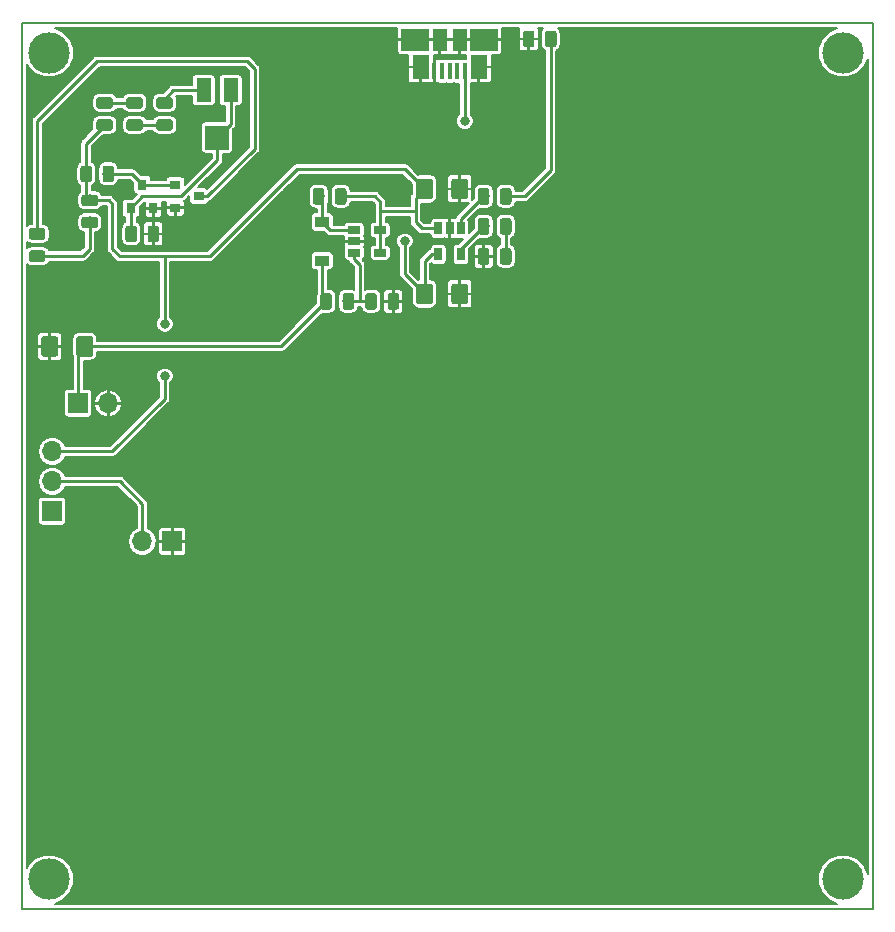
<source format=gbr>
%TF.GenerationSoftware,KiCad,Pcbnew,5.0.2-bee76a0~70~ubuntu18.04.1*%
%TF.CreationDate,2019-02-03T14:37:59+02:00*%
%TF.ProjectId,component_tester_adapter,636f6d70-6f6e-4656-9e74-5f7465737465,B*%
%TF.SameCoordinates,PX7e911f8PY6f6d640*%
%TF.FileFunction,Copper,L1,Top*%
%TF.FilePolarity,Positive*%
%FSLAX46Y46*%
G04 Gerber Fmt 4.6, Leading zero omitted, Abs format (unit mm)*
G04 Created by KiCad (PCBNEW 5.0.2-bee76a0~70~ubuntu18.04.1) date 2019 m. vasario 03 d. 14:37:59*
%MOMM*%
%LPD*%
G01*
G04 APERTURE LIST*
%ADD10C,0.150000*%
%ADD11R,1.300000X2.000000*%
%ADD12R,2.000000X2.000000*%
%ADD13R,1.700000X1.700000*%
%ADD14O,1.700000X1.700000*%
%ADD15C,0.975000*%
%ADD16C,1.425000*%
%ADD17R,0.450000X1.380000*%
%ADD18R,1.475000X2.100000*%
%ADD19R,2.375000X1.900000*%
%ADD20R,1.175000X1.900000*%
%ADD21R,1.200000X0.900000*%
%ADD22R,0.800000X0.900000*%
%ADD23R,0.900000X0.800000*%
%ADD24R,1.060000X0.650000*%
%ADD25R,0.650000X1.060000*%
%ADD26C,3.500000*%
%ADD27C,0.800000*%
%ADD28C,1.200000*%
%ADD29C,0.250000*%
%ADD30C,0.200000*%
G04 APERTURE END LIST*
D10*
X7620000Y54680000D02*
X56125000Y54680000D01*
X-15875000Y54680000D02*
X7620000Y54680000D01*
X56125000Y-20320000D02*
X56125000Y54680000D01*
X56125000Y-20320000D02*
X-15875000Y-20320000D01*
X-15875000Y-20320000D02*
X-15875000Y54680000D01*
D11*
X-515000Y48990000D03*
D12*
X635000Y44990000D03*
D11*
X1785000Y48990000D03*
D13*
X-11135000Y22480000D03*
D14*
X-8595000Y22480000D03*
D13*
X-3175000Y10795000D03*
D14*
X-5715000Y10795000D03*
D10*
G36*
X15810142Y31813826D02*
X15833803Y31810316D01*
X15857007Y31804504D01*
X15879529Y31796446D01*
X15901153Y31786218D01*
X15921670Y31773921D01*
X15940883Y31759671D01*
X15958607Y31743607D01*
X15974671Y31725883D01*
X15988921Y31706670D01*
X16001218Y31686153D01*
X16011446Y31664529D01*
X16019504Y31642007D01*
X16025316Y31618803D01*
X16028826Y31595142D01*
X16030000Y31571250D01*
X16030000Y30658750D01*
X16028826Y30634858D01*
X16025316Y30611197D01*
X16019504Y30587993D01*
X16011446Y30565471D01*
X16001218Y30543847D01*
X15988921Y30523330D01*
X15974671Y30504117D01*
X15958607Y30486393D01*
X15940883Y30470329D01*
X15921670Y30456079D01*
X15901153Y30443782D01*
X15879529Y30433554D01*
X15857007Y30425496D01*
X15833803Y30419684D01*
X15810142Y30416174D01*
X15786250Y30415000D01*
X15298750Y30415000D01*
X15274858Y30416174D01*
X15251197Y30419684D01*
X15227993Y30425496D01*
X15205471Y30433554D01*
X15183847Y30443782D01*
X15163330Y30456079D01*
X15144117Y30470329D01*
X15126393Y30486393D01*
X15110329Y30504117D01*
X15096079Y30523330D01*
X15083782Y30543847D01*
X15073554Y30565471D01*
X15065496Y30587993D01*
X15059684Y30611197D01*
X15056174Y30634858D01*
X15055000Y30658750D01*
X15055000Y31571250D01*
X15056174Y31595142D01*
X15059684Y31618803D01*
X15065496Y31642007D01*
X15073554Y31664529D01*
X15083782Y31686153D01*
X15096079Y31706670D01*
X15110329Y31725883D01*
X15126393Y31743607D01*
X15144117Y31759671D01*
X15163330Y31773921D01*
X15183847Y31786218D01*
X15205471Y31796446D01*
X15227993Y31804504D01*
X15251197Y31810316D01*
X15274858Y31813826D01*
X15298750Y31815000D01*
X15786250Y31815000D01*
X15810142Y31813826D01*
X15810142Y31813826D01*
G37*
D15*
X15542500Y31115000D03*
D10*
G36*
X13935142Y31813826D02*
X13958803Y31810316D01*
X13982007Y31804504D01*
X14004529Y31796446D01*
X14026153Y31786218D01*
X14046670Y31773921D01*
X14065883Y31759671D01*
X14083607Y31743607D01*
X14099671Y31725883D01*
X14113921Y31706670D01*
X14126218Y31686153D01*
X14136446Y31664529D01*
X14144504Y31642007D01*
X14150316Y31618803D01*
X14153826Y31595142D01*
X14155000Y31571250D01*
X14155000Y30658750D01*
X14153826Y30634858D01*
X14150316Y30611197D01*
X14144504Y30587993D01*
X14136446Y30565471D01*
X14126218Y30543847D01*
X14113921Y30523330D01*
X14099671Y30504117D01*
X14083607Y30486393D01*
X14065883Y30470329D01*
X14046670Y30456079D01*
X14026153Y30443782D01*
X14004529Y30433554D01*
X13982007Y30425496D01*
X13958803Y30419684D01*
X13935142Y30416174D01*
X13911250Y30415000D01*
X13423750Y30415000D01*
X13399858Y30416174D01*
X13376197Y30419684D01*
X13352993Y30425496D01*
X13330471Y30433554D01*
X13308847Y30443782D01*
X13288330Y30456079D01*
X13269117Y30470329D01*
X13251393Y30486393D01*
X13235329Y30504117D01*
X13221079Y30523330D01*
X13208782Y30543847D01*
X13198554Y30565471D01*
X13190496Y30587993D01*
X13184684Y30611197D01*
X13181174Y30634858D01*
X13180000Y30658750D01*
X13180000Y31571250D01*
X13181174Y31595142D01*
X13184684Y31618803D01*
X13190496Y31642007D01*
X13198554Y31664529D01*
X13208782Y31686153D01*
X13221079Y31706670D01*
X13235329Y31725883D01*
X13251393Y31743607D01*
X13269117Y31759671D01*
X13288330Y31773921D01*
X13308847Y31786218D01*
X13330471Y31796446D01*
X13352993Y31804504D01*
X13376197Y31810316D01*
X13399858Y31813826D01*
X13423750Y31815000D01*
X13911250Y31815000D01*
X13935142Y31813826D01*
X13935142Y31813826D01*
G37*
D15*
X13667500Y31115000D03*
D10*
G36*
X-8409858Y46538826D02*
X-8386197Y46535316D01*
X-8362993Y46529504D01*
X-8340471Y46521446D01*
X-8318847Y46511218D01*
X-8298330Y46498921D01*
X-8279117Y46484671D01*
X-8261393Y46468607D01*
X-8245329Y46450883D01*
X-8231079Y46431670D01*
X-8218782Y46411153D01*
X-8208554Y46389529D01*
X-8200496Y46367007D01*
X-8194684Y46343803D01*
X-8191174Y46320142D01*
X-8190000Y46296250D01*
X-8190000Y45808750D01*
X-8191174Y45784858D01*
X-8194684Y45761197D01*
X-8200496Y45737993D01*
X-8208554Y45715471D01*
X-8218782Y45693847D01*
X-8231079Y45673330D01*
X-8245329Y45654117D01*
X-8261393Y45636393D01*
X-8279117Y45620329D01*
X-8298330Y45606079D01*
X-8318847Y45593782D01*
X-8340471Y45583554D01*
X-8362993Y45575496D01*
X-8386197Y45569684D01*
X-8409858Y45566174D01*
X-8433750Y45565000D01*
X-9346250Y45565000D01*
X-9370142Y45566174D01*
X-9393803Y45569684D01*
X-9417007Y45575496D01*
X-9439529Y45583554D01*
X-9461153Y45593782D01*
X-9481670Y45606079D01*
X-9500883Y45620329D01*
X-9518607Y45636393D01*
X-9534671Y45654117D01*
X-9548921Y45673330D01*
X-9561218Y45693847D01*
X-9571446Y45715471D01*
X-9579504Y45737993D01*
X-9585316Y45761197D01*
X-9588826Y45784858D01*
X-9590000Y45808750D01*
X-9590000Y46296250D01*
X-9588826Y46320142D01*
X-9585316Y46343803D01*
X-9579504Y46367007D01*
X-9571446Y46389529D01*
X-9561218Y46411153D01*
X-9548921Y46431670D01*
X-9534671Y46450883D01*
X-9518607Y46468607D01*
X-9500883Y46484671D01*
X-9481670Y46498921D01*
X-9461153Y46511218D01*
X-9439529Y46521446D01*
X-9417007Y46529504D01*
X-9393803Y46535316D01*
X-9370142Y46538826D01*
X-9346250Y46540000D01*
X-8433750Y46540000D01*
X-8409858Y46538826D01*
X-8409858Y46538826D01*
G37*
D15*
X-8890000Y46052500D03*
D10*
G36*
X-8409858Y48413826D02*
X-8386197Y48410316D01*
X-8362993Y48404504D01*
X-8340471Y48396446D01*
X-8318847Y48386218D01*
X-8298330Y48373921D01*
X-8279117Y48359671D01*
X-8261393Y48343607D01*
X-8245329Y48325883D01*
X-8231079Y48306670D01*
X-8218782Y48286153D01*
X-8208554Y48264529D01*
X-8200496Y48242007D01*
X-8194684Y48218803D01*
X-8191174Y48195142D01*
X-8190000Y48171250D01*
X-8190000Y47683750D01*
X-8191174Y47659858D01*
X-8194684Y47636197D01*
X-8200496Y47612993D01*
X-8208554Y47590471D01*
X-8218782Y47568847D01*
X-8231079Y47548330D01*
X-8245329Y47529117D01*
X-8261393Y47511393D01*
X-8279117Y47495329D01*
X-8298330Y47481079D01*
X-8318847Y47468782D01*
X-8340471Y47458554D01*
X-8362993Y47450496D01*
X-8386197Y47444684D01*
X-8409858Y47441174D01*
X-8433750Y47440000D01*
X-9346250Y47440000D01*
X-9370142Y47441174D01*
X-9393803Y47444684D01*
X-9417007Y47450496D01*
X-9439529Y47458554D01*
X-9461153Y47468782D01*
X-9481670Y47481079D01*
X-9500883Y47495329D01*
X-9518607Y47511393D01*
X-9534671Y47529117D01*
X-9548921Y47548330D01*
X-9561218Y47568847D01*
X-9571446Y47590471D01*
X-9579504Y47612993D01*
X-9585316Y47636197D01*
X-9588826Y47659858D01*
X-9590000Y47683750D01*
X-9590000Y48171250D01*
X-9588826Y48195142D01*
X-9585316Y48218803D01*
X-9579504Y48242007D01*
X-9571446Y48264529D01*
X-9561218Y48286153D01*
X-9548921Y48306670D01*
X-9534671Y48325883D01*
X-9518607Y48343607D01*
X-9500883Y48359671D01*
X-9481670Y48373921D01*
X-9461153Y48386218D01*
X-9439529Y48396446D01*
X-9417007Y48404504D01*
X-9393803Y48410316D01*
X-9370142Y48413826D01*
X-9346250Y48415000D01*
X-8433750Y48415000D01*
X-8409858Y48413826D01*
X-8409858Y48413826D01*
G37*
D15*
X-8890000Y47927500D03*
D10*
G36*
X-5869858Y46538826D02*
X-5846197Y46535316D01*
X-5822993Y46529504D01*
X-5800471Y46521446D01*
X-5778847Y46511218D01*
X-5758330Y46498921D01*
X-5739117Y46484671D01*
X-5721393Y46468607D01*
X-5705329Y46450883D01*
X-5691079Y46431670D01*
X-5678782Y46411153D01*
X-5668554Y46389529D01*
X-5660496Y46367007D01*
X-5654684Y46343803D01*
X-5651174Y46320142D01*
X-5650000Y46296250D01*
X-5650000Y45808750D01*
X-5651174Y45784858D01*
X-5654684Y45761197D01*
X-5660496Y45737993D01*
X-5668554Y45715471D01*
X-5678782Y45693847D01*
X-5691079Y45673330D01*
X-5705329Y45654117D01*
X-5721393Y45636393D01*
X-5739117Y45620329D01*
X-5758330Y45606079D01*
X-5778847Y45593782D01*
X-5800471Y45583554D01*
X-5822993Y45575496D01*
X-5846197Y45569684D01*
X-5869858Y45566174D01*
X-5893750Y45565000D01*
X-6806250Y45565000D01*
X-6830142Y45566174D01*
X-6853803Y45569684D01*
X-6877007Y45575496D01*
X-6899529Y45583554D01*
X-6921153Y45593782D01*
X-6941670Y45606079D01*
X-6960883Y45620329D01*
X-6978607Y45636393D01*
X-6994671Y45654117D01*
X-7008921Y45673330D01*
X-7021218Y45693847D01*
X-7031446Y45715471D01*
X-7039504Y45737993D01*
X-7045316Y45761197D01*
X-7048826Y45784858D01*
X-7050000Y45808750D01*
X-7050000Y46296250D01*
X-7048826Y46320142D01*
X-7045316Y46343803D01*
X-7039504Y46367007D01*
X-7031446Y46389529D01*
X-7021218Y46411153D01*
X-7008921Y46431670D01*
X-6994671Y46450883D01*
X-6978607Y46468607D01*
X-6960883Y46484671D01*
X-6941670Y46498921D01*
X-6921153Y46511218D01*
X-6899529Y46521446D01*
X-6877007Y46529504D01*
X-6853803Y46535316D01*
X-6830142Y46538826D01*
X-6806250Y46540000D01*
X-5893750Y46540000D01*
X-5869858Y46538826D01*
X-5869858Y46538826D01*
G37*
D15*
X-6350000Y46052500D03*
D10*
G36*
X-5869858Y48413826D02*
X-5846197Y48410316D01*
X-5822993Y48404504D01*
X-5800471Y48396446D01*
X-5778847Y48386218D01*
X-5758330Y48373921D01*
X-5739117Y48359671D01*
X-5721393Y48343607D01*
X-5705329Y48325883D01*
X-5691079Y48306670D01*
X-5678782Y48286153D01*
X-5668554Y48264529D01*
X-5660496Y48242007D01*
X-5654684Y48218803D01*
X-5651174Y48195142D01*
X-5650000Y48171250D01*
X-5650000Y47683750D01*
X-5651174Y47659858D01*
X-5654684Y47636197D01*
X-5660496Y47612993D01*
X-5668554Y47590471D01*
X-5678782Y47568847D01*
X-5691079Y47548330D01*
X-5705329Y47529117D01*
X-5721393Y47511393D01*
X-5739117Y47495329D01*
X-5758330Y47481079D01*
X-5778847Y47468782D01*
X-5800471Y47458554D01*
X-5822993Y47450496D01*
X-5846197Y47444684D01*
X-5869858Y47441174D01*
X-5893750Y47440000D01*
X-6806250Y47440000D01*
X-6830142Y47441174D01*
X-6853803Y47444684D01*
X-6877007Y47450496D01*
X-6899529Y47458554D01*
X-6921153Y47468782D01*
X-6941670Y47481079D01*
X-6960883Y47495329D01*
X-6978607Y47511393D01*
X-6994671Y47529117D01*
X-7008921Y47548330D01*
X-7021218Y47568847D01*
X-7031446Y47590471D01*
X-7039504Y47612993D01*
X-7045316Y47636197D01*
X-7048826Y47659858D01*
X-7050000Y47683750D01*
X-7050000Y48171250D01*
X-7048826Y48195142D01*
X-7045316Y48218803D01*
X-7039504Y48242007D01*
X-7031446Y48264529D01*
X-7021218Y48286153D01*
X-7008921Y48306670D01*
X-6994671Y48325883D01*
X-6978607Y48343607D01*
X-6960883Y48359671D01*
X-6941670Y48373921D01*
X-6921153Y48386218D01*
X-6899529Y48396446D01*
X-6877007Y48404504D01*
X-6853803Y48410316D01*
X-6830142Y48413826D01*
X-6806250Y48415000D01*
X-5893750Y48415000D01*
X-5869858Y48413826D01*
X-5869858Y48413826D01*
G37*
D15*
X-6350000Y47927500D03*
D10*
G36*
X-3329858Y46538826D02*
X-3306197Y46535316D01*
X-3282993Y46529504D01*
X-3260471Y46521446D01*
X-3238847Y46511218D01*
X-3218330Y46498921D01*
X-3199117Y46484671D01*
X-3181393Y46468607D01*
X-3165329Y46450883D01*
X-3151079Y46431670D01*
X-3138782Y46411153D01*
X-3128554Y46389529D01*
X-3120496Y46367007D01*
X-3114684Y46343803D01*
X-3111174Y46320142D01*
X-3110000Y46296250D01*
X-3110000Y45808750D01*
X-3111174Y45784858D01*
X-3114684Y45761197D01*
X-3120496Y45737993D01*
X-3128554Y45715471D01*
X-3138782Y45693847D01*
X-3151079Y45673330D01*
X-3165329Y45654117D01*
X-3181393Y45636393D01*
X-3199117Y45620329D01*
X-3218330Y45606079D01*
X-3238847Y45593782D01*
X-3260471Y45583554D01*
X-3282993Y45575496D01*
X-3306197Y45569684D01*
X-3329858Y45566174D01*
X-3353750Y45565000D01*
X-4266250Y45565000D01*
X-4290142Y45566174D01*
X-4313803Y45569684D01*
X-4337007Y45575496D01*
X-4359529Y45583554D01*
X-4381153Y45593782D01*
X-4401670Y45606079D01*
X-4420883Y45620329D01*
X-4438607Y45636393D01*
X-4454671Y45654117D01*
X-4468921Y45673330D01*
X-4481218Y45693847D01*
X-4491446Y45715471D01*
X-4499504Y45737993D01*
X-4505316Y45761197D01*
X-4508826Y45784858D01*
X-4510000Y45808750D01*
X-4510000Y46296250D01*
X-4508826Y46320142D01*
X-4505316Y46343803D01*
X-4499504Y46367007D01*
X-4491446Y46389529D01*
X-4481218Y46411153D01*
X-4468921Y46431670D01*
X-4454671Y46450883D01*
X-4438607Y46468607D01*
X-4420883Y46484671D01*
X-4401670Y46498921D01*
X-4381153Y46511218D01*
X-4359529Y46521446D01*
X-4337007Y46529504D01*
X-4313803Y46535316D01*
X-4290142Y46538826D01*
X-4266250Y46540000D01*
X-3353750Y46540000D01*
X-3329858Y46538826D01*
X-3329858Y46538826D01*
G37*
D15*
X-3810000Y46052500D03*
D10*
G36*
X-3329858Y48413826D02*
X-3306197Y48410316D01*
X-3282993Y48404504D01*
X-3260471Y48396446D01*
X-3238847Y48386218D01*
X-3218330Y48373921D01*
X-3199117Y48359671D01*
X-3181393Y48343607D01*
X-3165329Y48325883D01*
X-3151079Y48306670D01*
X-3138782Y48286153D01*
X-3128554Y48264529D01*
X-3120496Y48242007D01*
X-3114684Y48218803D01*
X-3111174Y48195142D01*
X-3110000Y48171250D01*
X-3110000Y47683750D01*
X-3111174Y47659858D01*
X-3114684Y47636197D01*
X-3120496Y47612993D01*
X-3128554Y47590471D01*
X-3138782Y47568847D01*
X-3151079Y47548330D01*
X-3165329Y47529117D01*
X-3181393Y47511393D01*
X-3199117Y47495329D01*
X-3218330Y47481079D01*
X-3238847Y47468782D01*
X-3260471Y47458554D01*
X-3282993Y47450496D01*
X-3306197Y47444684D01*
X-3329858Y47441174D01*
X-3353750Y47440000D01*
X-4266250Y47440000D01*
X-4290142Y47441174D01*
X-4313803Y47444684D01*
X-4337007Y47450496D01*
X-4359529Y47458554D01*
X-4381153Y47468782D01*
X-4401670Y47481079D01*
X-4420883Y47495329D01*
X-4438607Y47511393D01*
X-4454671Y47529117D01*
X-4468921Y47548330D01*
X-4481218Y47568847D01*
X-4491446Y47590471D01*
X-4499504Y47612993D01*
X-4505316Y47636197D01*
X-4508826Y47659858D01*
X-4510000Y47683750D01*
X-4510000Y48171250D01*
X-4508826Y48195142D01*
X-4505316Y48218803D01*
X-4499504Y48242007D01*
X-4491446Y48264529D01*
X-4481218Y48286153D01*
X-4468921Y48306670D01*
X-4454671Y48325883D01*
X-4438607Y48343607D01*
X-4420883Y48359671D01*
X-4401670Y48373921D01*
X-4381153Y48386218D01*
X-4359529Y48396446D01*
X-4337007Y48404504D01*
X-4313803Y48410316D01*
X-4290142Y48413826D01*
X-4266250Y48415000D01*
X-3353750Y48415000D01*
X-3329858Y48413826D01*
X-3329858Y48413826D01*
G37*
D15*
X-3810000Y47927500D03*
D10*
G36*
X-4509858Y37528826D02*
X-4486197Y37525316D01*
X-4462993Y37519504D01*
X-4440471Y37511446D01*
X-4418847Y37501218D01*
X-4398330Y37488921D01*
X-4379117Y37474671D01*
X-4361393Y37458607D01*
X-4345329Y37440883D01*
X-4331079Y37421670D01*
X-4318782Y37401153D01*
X-4308554Y37379529D01*
X-4300496Y37357007D01*
X-4294684Y37333803D01*
X-4291174Y37310142D01*
X-4290000Y37286250D01*
X-4290000Y36373750D01*
X-4291174Y36349858D01*
X-4294684Y36326197D01*
X-4300496Y36302993D01*
X-4308554Y36280471D01*
X-4318782Y36258847D01*
X-4331079Y36238330D01*
X-4345329Y36219117D01*
X-4361393Y36201393D01*
X-4379117Y36185329D01*
X-4398330Y36171079D01*
X-4418847Y36158782D01*
X-4440471Y36148554D01*
X-4462993Y36140496D01*
X-4486197Y36134684D01*
X-4509858Y36131174D01*
X-4533750Y36130000D01*
X-5021250Y36130000D01*
X-5045142Y36131174D01*
X-5068803Y36134684D01*
X-5092007Y36140496D01*
X-5114529Y36148554D01*
X-5136153Y36158782D01*
X-5156670Y36171079D01*
X-5175883Y36185329D01*
X-5193607Y36201393D01*
X-5209671Y36219117D01*
X-5223921Y36238330D01*
X-5236218Y36258847D01*
X-5246446Y36280471D01*
X-5254504Y36302993D01*
X-5260316Y36326197D01*
X-5263826Y36349858D01*
X-5265000Y36373750D01*
X-5265000Y37286250D01*
X-5263826Y37310142D01*
X-5260316Y37333803D01*
X-5254504Y37357007D01*
X-5246446Y37379529D01*
X-5236218Y37401153D01*
X-5223921Y37421670D01*
X-5209671Y37440883D01*
X-5193607Y37458607D01*
X-5175883Y37474671D01*
X-5156670Y37488921D01*
X-5136153Y37501218D01*
X-5114529Y37511446D01*
X-5092007Y37519504D01*
X-5068803Y37525316D01*
X-5045142Y37528826D01*
X-5021250Y37530000D01*
X-4533750Y37530000D01*
X-4509858Y37528826D01*
X-4509858Y37528826D01*
G37*
D15*
X-4777500Y36830000D03*
D10*
G36*
X-6384858Y37528826D02*
X-6361197Y37525316D01*
X-6337993Y37519504D01*
X-6315471Y37511446D01*
X-6293847Y37501218D01*
X-6273330Y37488921D01*
X-6254117Y37474671D01*
X-6236393Y37458607D01*
X-6220329Y37440883D01*
X-6206079Y37421670D01*
X-6193782Y37401153D01*
X-6183554Y37379529D01*
X-6175496Y37357007D01*
X-6169684Y37333803D01*
X-6166174Y37310142D01*
X-6165000Y37286250D01*
X-6165000Y36373750D01*
X-6166174Y36349858D01*
X-6169684Y36326197D01*
X-6175496Y36302993D01*
X-6183554Y36280471D01*
X-6193782Y36258847D01*
X-6206079Y36238330D01*
X-6220329Y36219117D01*
X-6236393Y36201393D01*
X-6254117Y36185329D01*
X-6273330Y36171079D01*
X-6293847Y36158782D01*
X-6315471Y36148554D01*
X-6337993Y36140496D01*
X-6361197Y36134684D01*
X-6384858Y36131174D01*
X-6408750Y36130000D01*
X-6896250Y36130000D01*
X-6920142Y36131174D01*
X-6943803Y36134684D01*
X-6967007Y36140496D01*
X-6989529Y36148554D01*
X-7011153Y36158782D01*
X-7031670Y36171079D01*
X-7050883Y36185329D01*
X-7068607Y36201393D01*
X-7084671Y36219117D01*
X-7098921Y36238330D01*
X-7111218Y36258847D01*
X-7121446Y36280471D01*
X-7129504Y36302993D01*
X-7135316Y36326197D01*
X-7138826Y36349858D01*
X-7140000Y36373750D01*
X-7140000Y37286250D01*
X-7138826Y37310142D01*
X-7135316Y37333803D01*
X-7129504Y37357007D01*
X-7121446Y37379529D01*
X-7111218Y37401153D01*
X-7098921Y37421670D01*
X-7084671Y37440883D01*
X-7068607Y37458607D01*
X-7050883Y37474671D01*
X-7031670Y37488921D01*
X-7011153Y37501218D01*
X-6989529Y37511446D01*
X-6967007Y37519504D01*
X-6943803Y37525316D01*
X-6920142Y37528826D01*
X-6896250Y37530000D01*
X-6408750Y37530000D01*
X-6384858Y37528826D01*
X-6384858Y37528826D01*
G37*
D15*
X-6652500Y36830000D03*
D10*
G36*
X-10194858Y42608826D02*
X-10171197Y42605316D01*
X-10147993Y42599504D01*
X-10125471Y42591446D01*
X-10103847Y42581218D01*
X-10083330Y42568921D01*
X-10064117Y42554671D01*
X-10046393Y42538607D01*
X-10030329Y42520883D01*
X-10016079Y42501670D01*
X-10003782Y42481153D01*
X-9993554Y42459529D01*
X-9985496Y42437007D01*
X-9979684Y42413803D01*
X-9976174Y42390142D01*
X-9975000Y42366250D01*
X-9975000Y41453750D01*
X-9976174Y41429858D01*
X-9979684Y41406197D01*
X-9985496Y41382993D01*
X-9993554Y41360471D01*
X-10003782Y41338847D01*
X-10016079Y41318330D01*
X-10030329Y41299117D01*
X-10046393Y41281393D01*
X-10064117Y41265329D01*
X-10083330Y41251079D01*
X-10103847Y41238782D01*
X-10125471Y41228554D01*
X-10147993Y41220496D01*
X-10171197Y41214684D01*
X-10194858Y41211174D01*
X-10218750Y41210000D01*
X-10706250Y41210000D01*
X-10730142Y41211174D01*
X-10753803Y41214684D01*
X-10777007Y41220496D01*
X-10799529Y41228554D01*
X-10821153Y41238782D01*
X-10841670Y41251079D01*
X-10860883Y41265329D01*
X-10878607Y41281393D01*
X-10894671Y41299117D01*
X-10908921Y41318330D01*
X-10921218Y41338847D01*
X-10931446Y41360471D01*
X-10939504Y41382993D01*
X-10945316Y41406197D01*
X-10948826Y41429858D01*
X-10950000Y41453750D01*
X-10950000Y42366250D01*
X-10948826Y42390142D01*
X-10945316Y42413803D01*
X-10939504Y42437007D01*
X-10931446Y42459529D01*
X-10921218Y42481153D01*
X-10908921Y42501670D01*
X-10894671Y42520883D01*
X-10878607Y42538607D01*
X-10860883Y42554671D01*
X-10841670Y42568921D01*
X-10821153Y42581218D01*
X-10799529Y42591446D01*
X-10777007Y42599504D01*
X-10753803Y42605316D01*
X-10730142Y42608826D01*
X-10706250Y42610000D01*
X-10218750Y42610000D01*
X-10194858Y42608826D01*
X-10194858Y42608826D01*
G37*
D15*
X-10462500Y41910000D03*
D10*
G36*
X-8319858Y42608826D02*
X-8296197Y42605316D01*
X-8272993Y42599504D01*
X-8250471Y42591446D01*
X-8228847Y42581218D01*
X-8208330Y42568921D01*
X-8189117Y42554671D01*
X-8171393Y42538607D01*
X-8155329Y42520883D01*
X-8141079Y42501670D01*
X-8128782Y42481153D01*
X-8118554Y42459529D01*
X-8110496Y42437007D01*
X-8104684Y42413803D01*
X-8101174Y42390142D01*
X-8100000Y42366250D01*
X-8100000Y41453750D01*
X-8101174Y41429858D01*
X-8104684Y41406197D01*
X-8110496Y41382993D01*
X-8118554Y41360471D01*
X-8128782Y41338847D01*
X-8141079Y41318330D01*
X-8155329Y41299117D01*
X-8171393Y41281393D01*
X-8189117Y41265329D01*
X-8208330Y41251079D01*
X-8228847Y41238782D01*
X-8250471Y41228554D01*
X-8272993Y41220496D01*
X-8296197Y41214684D01*
X-8319858Y41211174D01*
X-8343750Y41210000D01*
X-8831250Y41210000D01*
X-8855142Y41211174D01*
X-8878803Y41214684D01*
X-8902007Y41220496D01*
X-8924529Y41228554D01*
X-8946153Y41238782D01*
X-8966670Y41251079D01*
X-8985883Y41265329D01*
X-9003607Y41281393D01*
X-9019671Y41299117D01*
X-9033921Y41318330D01*
X-9046218Y41338847D01*
X-9056446Y41360471D01*
X-9064504Y41382993D01*
X-9070316Y41406197D01*
X-9073826Y41429858D01*
X-9075000Y41453750D01*
X-9075000Y42366250D01*
X-9073826Y42390142D01*
X-9070316Y42413803D01*
X-9064504Y42437007D01*
X-9056446Y42459529D01*
X-9046218Y42481153D01*
X-9033921Y42501670D01*
X-9019671Y42520883D01*
X-9003607Y42538607D01*
X-8985883Y42554671D01*
X-8966670Y42568921D01*
X-8946153Y42581218D01*
X-8924529Y42591446D01*
X-8902007Y42599504D01*
X-8878803Y42605316D01*
X-8855142Y42608826D01*
X-8831250Y42610000D01*
X-8343750Y42610000D01*
X-8319858Y42608826D01*
X-8319858Y42608826D01*
G37*
D15*
X-8587500Y41910000D03*
D10*
G36*
X-9679858Y38283826D02*
X-9656197Y38280316D01*
X-9632993Y38274504D01*
X-9610471Y38266446D01*
X-9588847Y38256218D01*
X-9568330Y38243921D01*
X-9549117Y38229671D01*
X-9531393Y38213607D01*
X-9515329Y38195883D01*
X-9501079Y38176670D01*
X-9488782Y38156153D01*
X-9478554Y38134529D01*
X-9470496Y38112007D01*
X-9464684Y38088803D01*
X-9461174Y38065142D01*
X-9460000Y38041250D01*
X-9460000Y37553750D01*
X-9461174Y37529858D01*
X-9464684Y37506197D01*
X-9470496Y37482993D01*
X-9478554Y37460471D01*
X-9488782Y37438847D01*
X-9501079Y37418330D01*
X-9515329Y37399117D01*
X-9531393Y37381393D01*
X-9549117Y37365329D01*
X-9568330Y37351079D01*
X-9588847Y37338782D01*
X-9610471Y37328554D01*
X-9632993Y37320496D01*
X-9656197Y37314684D01*
X-9679858Y37311174D01*
X-9703750Y37310000D01*
X-10616250Y37310000D01*
X-10640142Y37311174D01*
X-10663803Y37314684D01*
X-10687007Y37320496D01*
X-10709529Y37328554D01*
X-10731153Y37338782D01*
X-10751670Y37351079D01*
X-10770883Y37365329D01*
X-10788607Y37381393D01*
X-10804671Y37399117D01*
X-10818921Y37418330D01*
X-10831218Y37438847D01*
X-10841446Y37460471D01*
X-10849504Y37482993D01*
X-10855316Y37506197D01*
X-10858826Y37529858D01*
X-10860000Y37553750D01*
X-10860000Y38041250D01*
X-10858826Y38065142D01*
X-10855316Y38088803D01*
X-10849504Y38112007D01*
X-10841446Y38134529D01*
X-10831218Y38156153D01*
X-10818921Y38176670D01*
X-10804671Y38195883D01*
X-10788607Y38213607D01*
X-10770883Y38229671D01*
X-10751670Y38243921D01*
X-10731153Y38256218D01*
X-10709529Y38266446D01*
X-10687007Y38274504D01*
X-10663803Y38280316D01*
X-10640142Y38283826D01*
X-10616250Y38285000D01*
X-9703750Y38285000D01*
X-9679858Y38283826D01*
X-9679858Y38283826D01*
G37*
D15*
X-10160000Y37797500D03*
D10*
G36*
X-9679858Y40158826D02*
X-9656197Y40155316D01*
X-9632993Y40149504D01*
X-9610471Y40141446D01*
X-9588847Y40131218D01*
X-9568330Y40118921D01*
X-9549117Y40104671D01*
X-9531393Y40088607D01*
X-9515329Y40070883D01*
X-9501079Y40051670D01*
X-9488782Y40031153D01*
X-9478554Y40009529D01*
X-9470496Y39987007D01*
X-9464684Y39963803D01*
X-9461174Y39940142D01*
X-9460000Y39916250D01*
X-9460000Y39428750D01*
X-9461174Y39404858D01*
X-9464684Y39381197D01*
X-9470496Y39357993D01*
X-9478554Y39335471D01*
X-9488782Y39313847D01*
X-9501079Y39293330D01*
X-9515329Y39274117D01*
X-9531393Y39256393D01*
X-9549117Y39240329D01*
X-9568330Y39226079D01*
X-9588847Y39213782D01*
X-9610471Y39203554D01*
X-9632993Y39195496D01*
X-9656197Y39189684D01*
X-9679858Y39186174D01*
X-9703750Y39185000D01*
X-10616250Y39185000D01*
X-10640142Y39186174D01*
X-10663803Y39189684D01*
X-10687007Y39195496D01*
X-10709529Y39203554D01*
X-10731153Y39213782D01*
X-10751670Y39226079D01*
X-10770883Y39240329D01*
X-10788607Y39256393D01*
X-10804671Y39274117D01*
X-10818921Y39293330D01*
X-10831218Y39313847D01*
X-10841446Y39335471D01*
X-10849504Y39357993D01*
X-10855316Y39381197D01*
X-10858826Y39404858D01*
X-10860000Y39428750D01*
X-10860000Y39916250D01*
X-10858826Y39940142D01*
X-10855316Y39963803D01*
X-10849504Y39987007D01*
X-10841446Y40009529D01*
X-10831218Y40031153D01*
X-10818921Y40051670D01*
X-10804671Y40070883D01*
X-10788607Y40088607D01*
X-10770883Y40104671D01*
X-10751670Y40118921D01*
X-10731153Y40131218D01*
X-10709529Y40141446D01*
X-10687007Y40149504D01*
X-10663803Y40155316D01*
X-10640142Y40158826D01*
X-10616250Y40160000D01*
X-9703750Y40160000D01*
X-9679858Y40158826D01*
X-9679858Y40158826D01*
G37*
D15*
X-10160000Y39672500D03*
D10*
G36*
X10125142Y31813826D02*
X10148803Y31810316D01*
X10172007Y31804504D01*
X10194529Y31796446D01*
X10216153Y31786218D01*
X10236670Y31773921D01*
X10255883Y31759671D01*
X10273607Y31743607D01*
X10289671Y31725883D01*
X10303921Y31706670D01*
X10316218Y31686153D01*
X10326446Y31664529D01*
X10334504Y31642007D01*
X10340316Y31618803D01*
X10343826Y31595142D01*
X10345000Y31571250D01*
X10345000Y30658750D01*
X10343826Y30634858D01*
X10340316Y30611197D01*
X10334504Y30587993D01*
X10326446Y30565471D01*
X10316218Y30543847D01*
X10303921Y30523330D01*
X10289671Y30504117D01*
X10273607Y30486393D01*
X10255883Y30470329D01*
X10236670Y30456079D01*
X10216153Y30443782D01*
X10194529Y30433554D01*
X10172007Y30425496D01*
X10148803Y30419684D01*
X10125142Y30416174D01*
X10101250Y30415000D01*
X9613750Y30415000D01*
X9589858Y30416174D01*
X9566197Y30419684D01*
X9542993Y30425496D01*
X9520471Y30433554D01*
X9498847Y30443782D01*
X9478330Y30456079D01*
X9459117Y30470329D01*
X9441393Y30486393D01*
X9425329Y30504117D01*
X9411079Y30523330D01*
X9398782Y30543847D01*
X9388554Y30565471D01*
X9380496Y30587993D01*
X9374684Y30611197D01*
X9371174Y30634858D01*
X9370000Y30658750D01*
X9370000Y31571250D01*
X9371174Y31595142D01*
X9374684Y31618803D01*
X9380496Y31642007D01*
X9388554Y31664529D01*
X9398782Y31686153D01*
X9411079Y31706670D01*
X9425329Y31725883D01*
X9441393Y31743607D01*
X9459117Y31759671D01*
X9478330Y31773921D01*
X9498847Y31786218D01*
X9520471Y31796446D01*
X9542993Y31804504D01*
X9566197Y31810316D01*
X9589858Y31813826D01*
X9613750Y31815000D01*
X10101250Y31815000D01*
X10125142Y31813826D01*
X10125142Y31813826D01*
G37*
D15*
X9857500Y31115000D03*
D10*
G36*
X12000142Y31813826D02*
X12023803Y31810316D01*
X12047007Y31804504D01*
X12069529Y31796446D01*
X12091153Y31786218D01*
X12111670Y31773921D01*
X12130883Y31759671D01*
X12148607Y31743607D01*
X12164671Y31725883D01*
X12178921Y31706670D01*
X12191218Y31686153D01*
X12201446Y31664529D01*
X12209504Y31642007D01*
X12215316Y31618803D01*
X12218826Y31595142D01*
X12220000Y31571250D01*
X12220000Y30658750D01*
X12218826Y30634858D01*
X12215316Y30611197D01*
X12209504Y30587993D01*
X12201446Y30565471D01*
X12191218Y30543847D01*
X12178921Y30523330D01*
X12164671Y30504117D01*
X12148607Y30486393D01*
X12130883Y30470329D01*
X12111670Y30456079D01*
X12091153Y30443782D01*
X12069529Y30433554D01*
X12047007Y30425496D01*
X12023803Y30419684D01*
X12000142Y30416174D01*
X11976250Y30415000D01*
X11488750Y30415000D01*
X11464858Y30416174D01*
X11441197Y30419684D01*
X11417993Y30425496D01*
X11395471Y30433554D01*
X11373847Y30443782D01*
X11353330Y30456079D01*
X11334117Y30470329D01*
X11316393Y30486393D01*
X11300329Y30504117D01*
X11286079Y30523330D01*
X11273782Y30543847D01*
X11263554Y30565471D01*
X11255496Y30587993D01*
X11249684Y30611197D01*
X11246174Y30634858D01*
X11245000Y30658750D01*
X11245000Y31571250D01*
X11246174Y31595142D01*
X11249684Y31618803D01*
X11255496Y31642007D01*
X11263554Y31664529D01*
X11273782Y31686153D01*
X11286079Y31706670D01*
X11300329Y31725883D01*
X11316393Y31743607D01*
X11334117Y31759671D01*
X11353330Y31773921D01*
X11373847Y31786218D01*
X11395471Y31796446D01*
X11417993Y31804504D01*
X11441197Y31810316D01*
X11464858Y31813826D01*
X11488750Y31815000D01*
X11976250Y31815000D01*
X12000142Y31813826D01*
X12000142Y31813826D01*
G37*
D15*
X11732500Y31115000D03*
D10*
G36*
X18684504Y32623796D02*
X18708773Y32620196D01*
X18732571Y32614235D01*
X18755671Y32605970D01*
X18777849Y32595480D01*
X18798893Y32582867D01*
X18818598Y32568253D01*
X18836777Y32551777D01*
X18853253Y32533598D01*
X18867867Y32513893D01*
X18880480Y32492849D01*
X18890970Y32470671D01*
X18899235Y32447571D01*
X18905196Y32423773D01*
X18908796Y32399504D01*
X18910000Y32375000D01*
X18910000Y31125000D01*
X18908796Y31100496D01*
X18905196Y31076227D01*
X18899235Y31052429D01*
X18890970Y31029329D01*
X18880480Y31007151D01*
X18867867Y30986107D01*
X18853253Y30966402D01*
X18836777Y30948223D01*
X18818598Y30931747D01*
X18798893Y30917133D01*
X18777849Y30904520D01*
X18755671Y30894030D01*
X18732571Y30885765D01*
X18708773Y30879804D01*
X18684504Y30876204D01*
X18660000Y30875000D01*
X17735000Y30875000D01*
X17710496Y30876204D01*
X17686227Y30879804D01*
X17662429Y30885765D01*
X17639329Y30894030D01*
X17617151Y30904520D01*
X17596107Y30917133D01*
X17576402Y30931747D01*
X17558223Y30948223D01*
X17541747Y30966402D01*
X17527133Y30986107D01*
X17514520Y31007151D01*
X17504030Y31029329D01*
X17495765Y31052429D01*
X17489804Y31076227D01*
X17486204Y31100496D01*
X17485000Y31125000D01*
X17485000Y32375000D01*
X17486204Y32399504D01*
X17489804Y32423773D01*
X17495765Y32447571D01*
X17504030Y32470671D01*
X17514520Y32492849D01*
X17527133Y32513893D01*
X17541747Y32533598D01*
X17558223Y32551777D01*
X17576402Y32568253D01*
X17596107Y32582867D01*
X17617151Y32595480D01*
X17639329Y32605970D01*
X17662429Y32614235D01*
X17686227Y32620196D01*
X17710496Y32623796D01*
X17735000Y32625000D01*
X18660000Y32625000D01*
X18684504Y32623796D01*
X18684504Y32623796D01*
G37*
D16*
X18197500Y31750000D03*
D10*
G36*
X21659504Y32623796D02*
X21683773Y32620196D01*
X21707571Y32614235D01*
X21730671Y32605970D01*
X21752849Y32595480D01*
X21773893Y32582867D01*
X21793598Y32568253D01*
X21811777Y32551777D01*
X21828253Y32533598D01*
X21842867Y32513893D01*
X21855480Y32492849D01*
X21865970Y32470671D01*
X21874235Y32447571D01*
X21880196Y32423773D01*
X21883796Y32399504D01*
X21885000Y32375000D01*
X21885000Y31125000D01*
X21883796Y31100496D01*
X21880196Y31076227D01*
X21874235Y31052429D01*
X21865970Y31029329D01*
X21855480Y31007151D01*
X21842867Y30986107D01*
X21828253Y30966402D01*
X21811777Y30948223D01*
X21793598Y30931747D01*
X21773893Y30917133D01*
X21752849Y30904520D01*
X21730671Y30894030D01*
X21707571Y30885765D01*
X21683773Y30879804D01*
X21659504Y30876204D01*
X21635000Y30875000D01*
X20710000Y30875000D01*
X20685496Y30876204D01*
X20661227Y30879804D01*
X20637429Y30885765D01*
X20614329Y30894030D01*
X20592151Y30904520D01*
X20571107Y30917133D01*
X20551402Y30931747D01*
X20533223Y30948223D01*
X20516747Y30966402D01*
X20502133Y30986107D01*
X20489520Y31007151D01*
X20479030Y31029329D01*
X20470765Y31052429D01*
X20464804Y31076227D01*
X20461204Y31100496D01*
X20460000Y31125000D01*
X20460000Y32375000D01*
X20461204Y32399504D01*
X20464804Y32423773D01*
X20470765Y32447571D01*
X20479030Y32470671D01*
X20489520Y32492849D01*
X20502133Y32513893D01*
X20516747Y32533598D01*
X20533223Y32551777D01*
X20551402Y32568253D01*
X20571107Y32582867D01*
X20592151Y32595480D01*
X20614329Y32605970D01*
X20637429Y32614235D01*
X20661227Y32620196D01*
X20685496Y32623796D01*
X20710000Y32625000D01*
X21635000Y32625000D01*
X21659504Y32623796D01*
X21659504Y32623796D01*
G37*
D16*
X21172500Y31750000D03*
D10*
G36*
X21659504Y41513796D02*
X21683773Y41510196D01*
X21707571Y41504235D01*
X21730671Y41495970D01*
X21752849Y41485480D01*
X21773893Y41472867D01*
X21793598Y41458253D01*
X21811777Y41441777D01*
X21828253Y41423598D01*
X21842867Y41403893D01*
X21855480Y41382849D01*
X21865970Y41360671D01*
X21874235Y41337571D01*
X21880196Y41313773D01*
X21883796Y41289504D01*
X21885000Y41265000D01*
X21885000Y40015000D01*
X21883796Y39990496D01*
X21880196Y39966227D01*
X21874235Y39942429D01*
X21865970Y39919329D01*
X21855480Y39897151D01*
X21842867Y39876107D01*
X21828253Y39856402D01*
X21811777Y39838223D01*
X21793598Y39821747D01*
X21773893Y39807133D01*
X21752849Y39794520D01*
X21730671Y39784030D01*
X21707571Y39775765D01*
X21683773Y39769804D01*
X21659504Y39766204D01*
X21635000Y39765000D01*
X20710000Y39765000D01*
X20685496Y39766204D01*
X20661227Y39769804D01*
X20637429Y39775765D01*
X20614329Y39784030D01*
X20592151Y39794520D01*
X20571107Y39807133D01*
X20551402Y39821747D01*
X20533223Y39838223D01*
X20516747Y39856402D01*
X20502133Y39876107D01*
X20489520Y39897151D01*
X20479030Y39919329D01*
X20470765Y39942429D01*
X20464804Y39966227D01*
X20461204Y39990496D01*
X20460000Y40015000D01*
X20460000Y41265000D01*
X20461204Y41289504D01*
X20464804Y41313773D01*
X20470765Y41337571D01*
X20479030Y41360671D01*
X20489520Y41382849D01*
X20502133Y41403893D01*
X20516747Y41423598D01*
X20533223Y41441777D01*
X20551402Y41458253D01*
X20571107Y41472867D01*
X20592151Y41485480D01*
X20614329Y41495970D01*
X20637429Y41504235D01*
X20661227Y41510196D01*
X20685496Y41513796D01*
X20710000Y41515000D01*
X21635000Y41515000D01*
X21659504Y41513796D01*
X21659504Y41513796D01*
G37*
D16*
X21172500Y40640000D03*
D10*
G36*
X18684504Y41513796D02*
X18708773Y41510196D01*
X18732571Y41504235D01*
X18755671Y41495970D01*
X18777849Y41485480D01*
X18798893Y41472867D01*
X18818598Y41458253D01*
X18836777Y41441777D01*
X18853253Y41423598D01*
X18867867Y41403893D01*
X18880480Y41382849D01*
X18890970Y41360671D01*
X18899235Y41337571D01*
X18905196Y41313773D01*
X18908796Y41289504D01*
X18910000Y41265000D01*
X18910000Y40015000D01*
X18908796Y39990496D01*
X18905196Y39966227D01*
X18899235Y39942429D01*
X18890970Y39919329D01*
X18880480Y39897151D01*
X18867867Y39876107D01*
X18853253Y39856402D01*
X18836777Y39838223D01*
X18818598Y39821747D01*
X18798893Y39807133D01*
X18777849Y39794520D01*
X18755671Y39784030D01*
X18732571Y39775765D01*
X18708773Y39769804D01*
X18684504Y39766204D01*
X18660000Y39765000D01*
X17735000Y39765000D01*
X17710496Y39766204D01*
X17686227Y39769804D01*
X17662429Y39775765D01*
X17639329Y39784030D01*
X17617151Y39794520D01*
X17596107Y39807133D01*
X17576402Y39821747D01*
X17558223Y39838223D01*
X17541747Y39856402D01*
X17527133Y39876107D01*
X17514520Y39897151D01*
X17504030Y39919329D01*
X17495765Y39942429D01*
X17489804Y39966227D01*
X17486204Y39990496D01*
X17485000Y40015000D01*
X17485000Y41265000D01*
X17486204Y41289504D01*
X17489804Y41313773D01*
X17495765Y41337571D01*
X17504030Y41360671D01*
X17514520Y41382849D01*
X17527133Y41403893D01*
X17541747Y41423598D01*
X17558223Y41441777D01*
X17576402Y41458253D01*
X17596107Y41472867D01*
X17617151Y41485480D01*
X17639329Y41495970D01*
X17662429Y41504235D01*
X17686227Y41510196D01*
X17710496Y41513796D01*
X17735000Y41515000D01*
X18660000Y41515000D01*
X18684504Y41513796D01*
X18684504Y41513796D01*
G37*
D16*
X18197500Y40640000D03*
D10*
G36*
X-10090496Y28178796D02*
X-10066227Y28175196D01*
X-10042429Y28169235D01*
X-10019329Y28160970D01*
X-9997151Y28150480D01*
X-9976107Y28137867D01*
X-9956402Y28123253D01*
X-9938223Y28106777D01*
X-9921747Y28088598D01*
X-9907133Y28068893D01*
X-9894520Y28047849D01*
X-9884030Y28025671D01*
X-9875765Y28002571D01*
X-9869804Y27978773D01*
X-9866204Y27954504D01*
X-9865000Y27930000D01*
X-9865000Y26680000D01*
X-9866204Y26655496D01*
X-9869804Y26631227D01*
X-9875765Y26607429D01*
X-9884030Y26584329D01*
X-9894520Y26562151D01*
X-9907133Y26541107D01*
X-9921747Y26521402D01*
X-9938223Y26503223D01*
X-9956402Y26486747D01*
X-9976107Y26472133D01*
X-9997151Y26459520D01*
X-10019329Y26449030D01*
X-10042429Y26440765D01*
X-10066227Y26434804D01*
X-10090496Y26431204D01*
X-10115000Y26430000D01*
X-11040000Y26430000D01*
X-11064504Y26431204D01*
X-11088773Y26434804D01*
X-11112571Y26440765D01*
X-11135671Y26449030D01*
X-11157849Y26459520D01*
X-11178893Y26472133D01*
X-11198598Y26486747D01*
X-11216777Y26503223D01*
X-11233253Y26521402D01*
X-11247867Y26541107D01*
X-11260480Y26562151D01*
X-11270970Y26584329D01*
X-11279235Y26607429D01*
X-11285196Y26631227D01*
X-11288796Y26655496D01*
X-11290000Y26680000D01*
X-11290000Y27930000D01*
X-11288796Y27954504D01*
X-11285196Y27978773D01*
X-11279235Y28002571D01*
X-11270970Y28025671D01*
X-11260480Y28047849D01*
X-11247867Y28068893D01*
X-11233253Y28088598D01*
X-11216777Y28106777D01*
X-11198598Y28123253D01*
X-11178893Y28137867D01*
X-11157849Y28150480D01*
X-11135671Y28160970D01*
X-11112571Y28169235D01*
X-11088773Y28175196D01*
X-11064504Y28178796D01*
X-11040000Y28180000D01*
X-10115000Y28180000D01*
X-10090496Y28178796D01*
X-10090496Y28178796D01*
G37*
D16*
X-10577500Y27305000D03*
D10*
G36*
X-13065496Y28178796D02*
X-13041227Y28175196D01*
X-13017429Y28169235D01*
X-12994329Y28160970D01*
X-12972151Y28150480D01*
X-12951107Y28137867D01*
X-12931402Y28123253D01*
X-12913223Y28106777D01*
X-12896747Y28088598D01*
X-12882133Y28068893D01*
X-12869520Y28047849D01*
X-12859030Y28025671D01*
X-12850765Y28002571D01*
X-12844804Y27978773D01*
X-12841204Y27954504D01*
X-12840000Y27930000D01*
X-12840000Y26680000D01*
X-12841204Y26655496D01*
X-12844804Y26631227D01*
X-12850765Y26607429D01*
X-12859030Y26584329D01*
X-12869520Y26562151D01*
X-12882133Y26541107D01*
X-12896747Y26521402D01*
X-12913223Y26503223D01*
X-12931402Y26486747D01*
X-12951107Y26472133D01*
X-12972151Y26459520D01*
X-12994329Y26449030D01*
X-13017429Y26440765D01*
X-13041227Y26434804D01*
X-13065496Y26431204D01*
X-13090000Y26430000D01*
X-14015000Y26430000D01*
X-14039504Y26431204D01*
X-14063773Y26434804D01*
X-14087571Y26440765D01*
X-14110671Y26449030D01*
X-14132849Y26459520D01*
X-14153893Y26472133D01*
X-14173598Y26486747D01*
X-14191777Y26503223D01*
X-14208253Y26521402D01*
X-14222867Y26541107D01*
X-14235480Y26562151D01*
X-14245970Y26584329D01*
X-14254235Y26607429D01*
X-14260196Y26631227D01*
X-14263796Y26655496D01*
X-14265000Y26680000D01*
X-14265000Y27930000D01*
X-14263796Y27954504D01*
X-14260196Y27978773D01*
X-14254235Y28002571D01*
X-14245970Y28025671D01*
X-14235480Y28047849D01*
X-14222867Y28068893D01*
X-14208253Y28088598D01*
X-14191777Y28106777D01*
X-14173598Y28123253D01*
X-14153893Y28137867D01*
X-14132849Y28150480D01*
X-14110671Y28160970D01*
X-14087571Y28169235D01*
X-14063773Y28175196D01*
X-14039504Y28178796D01*
X-14015000Y28180000D01*
X-13090000Y28180000D01*
X-13065496Y28178796D01*
X-13065496Y28178796D01*
G37*
D16*
X-13552500Y27305000D03*
D13*
X-13335000Y13335000D03*
D14*
X-13335000Y15875000D03*
X-13335000Y18415000D03*
D17*
X21620000Y50610000D03*
X20970000Y50610000D03*
X20320000Y50610000D03*
X19670000Y50610000D03*
X19020000Y50610000D03*
D18*
X22782500Y50970000D03*
X17857500Y50970000D03*
D19*
X23230000Y53270000D03*
X17410000Y53270000D03*
D20*
X21160000Y53270000D03*
X19480000Y53270000D03*
D21*
X9525000Y34545000D03*
X9525000Y37845000D03*
D10*
G36*
X11365142Y40703826D02*
X11388803Y40700316D01*
X11412007Y40694504D01*
X11434529Y40686446D01*
X11456153Y40676218D01*
X11476670Y40663921D01*
X11495883Y40649671D01*
X11513607Y40633607D01*
X11529671Y40615883D01*
X11543921Y40596670D01*
X11556218Y40576153D01*
X11566446Y40554529D01*
X11574504Y40532007D01*
X11580316Y40508803D01*
X11583826Y40485142D01*
X11585000Y40461250D01*
X11585000Y39548750D01*
X11583826Y39524858D01*
X11580316Y39501197D01*
X11574504Y39477993D01*
X11566446Y39455471D01*
X11556218Y39433847D01*
X11543921Y39413330D01*
X11529671Y39394117D01*
X11513607Y39376393D01*
X11495883Y39360329D01*
X11476670Y39346079D01*
X11456153Y39333782D01*
X11434529Y39323554D01*
X11412007Y39315496D01*
X11388803Y39309684D01*
X11365142Y39306174D01*
X11341250Y39305000D01*
X10853750Y39305000D01*
X10829858Y39306174D01*
X10806197Y39309684D01*
X10782993Y39315496D01*
X10760471Y39323554D01*
X10738847Y39333782D01*
X10718330Y39346079D01*
X10699117Y39360329D01*
X10681393Y39376393D01*
X10665329Y39394117D01*
X10651079Y39413330D01*
X10638782Y39433847D01*
X10628554Y39455471D01*
X10620496Y39477993D01*
X10614684Y39501197D01*
X10611174Y39524858D01*
X10610000Y39548750D01*
X10610000Y40461250D01*
X10611174Y40485142D01*
X10614684Y40508803D01*
X10620496Y40532007D01*
X10628554Y40554529D01*
X10638782Y40576153D01*
X10651079Y40596670D01*
X10665329Y40615883D01*
X10681393Y40633607D01*
X10699117Y40649671D01*
X10718330Y40663921D01*
X10738847Y40676218D01*
X10760471Y40686446D01*
X10782993Y40694504D01*
X10806197Y40700316D01*
X10829858Y40703826D01*
X10853750Y40705000D01*
X11341250Y40705000D01*
X11365142Y40703826D01*
X11365142Y40703826D01*
G37*
D15*
X11097500Y40005000D03*
D10*
G36*
X9490142Y40703826D02*
X9513803Y40700316D01*
X9537007Y40694504D01*
X9559529Y40686446D01*
X9581153Y40676218D01*
X9601670Y40663921D01*
X9620883Y40649671D01*
X9638607Y40633607D01*
X9654671Y40615883D01*
X9668921Y40596670D01*
X9681218Y40576153D01*
X9691446Y40554529D01*
X9699504Y40532007D01*
X9705316Y40508803D01*
X9708826Y40485142D01*
X9710000Y40461250D01*
X9710000Y39548750D01*
X9708826Y39524858D01*
X9705316Y39501197D01*
X9699504Y39477993D01*
X9691446Y39455471D01*
X9681218Y39433847D01*
X9668921Y39413330D01*
X9654671Y39394117D01*
X9638607Y39376393D01*
X9620883Y39360329D01*
X9601670Y39346079D01*
X9581153Y39333782D01*
X9559529Y39323554D01*
X9537007Y39315496D01*
X9513803Y39309684D01*
X9490142Y39306174D01*
X9466250Y39305000D01*
X8978750Y39305000D01*
X8954858Y39306174D01*
X8931197Y39309684D01*
X8907993Y39315496D01*
X8885471Y39323554D01*
X8863847Y39333782D01*
X8843330Y39346079D01*
X8824117Y39360329D01*
X8806393Y39376393D01*
X8790329Y39394117D01*
X8776079Y39413330D01*
X8763782Y39433847D01*
X8753554Y39455471D01*
X8745496Y39477993D01*
X8739684Y39501197D01*
X8736174Y39524858D01*
X8735000Y39548750D01*
X8735000Y40461250D01*
X8736174Y40485142D01*
X8739684Y40508803D01*
X8745496Y40532007D01*
X8753554Y40554529D01*
X8763782Y40576153D01*
X8776079Y40596670D01*
X8790329Y40615883D01*
X8806393Y40633607D01*
X8824117Y40649671D01*
X8843330Y40663921D01*
X8863847Y40676218D01*
X8885471Y40686446D01*
X8907993Y40694504D01*
X8931197Y40700316D01*
X8954858Y40703826D01*
X8978750Y40705000D01*
X9466250Y40705000D01*
X9490142Y40703826D01*
X9490142Y40703826D01*
G37*
D15*
X9222500Y40005000D03*
D10*
G36*
X29145142Y54038826D02*
X29168803Y54035316D01*
X29192007Y54029504D01*
X29214529Y54021446D01*
X29236153Y54011218D01*
X29256670Y53998921D01*
X29275883Y53984671D01*
X29293607Y53968607D01*
X29309671Y53950883D01*
X29323921Y53931670D01*
X29336218Y53911153D01*
X29346446Y53889529D01*
X29354504Y53867007D01*
X29360316Y53843803D01*
X29363826Y53820142D01*
X29365000Y53796250D01*
X29365000Y52883750D01*
X29363826Y52859858D01*
X29360316Y52836197D01*
X29354504Y52812993D01*
X29346446Y52790471D01*
X29336218Y52768847D01*
X29323921Y52748330D01*
X29309671Y52729117D01*
X29293607Y52711393D01*
X29275883Y52695329D01*
X29256670Y52681079D01*
X29236153Y52668782D01*
X29214529Y52658554D01*
X29192007Y52650496D01*
X29168803Y52644684D01*
X29145142Y52641174D01*
X29121250Y52640000D01*
X28633750Y52640000D01*
X28609858Y52641174D01*
X28586197Y52644684D01*
X28562993Y52650496D01*
X28540471Y52658554D01*
X28518847Y52668782D01*
X28498330Y52681079D01*
X28479117Y52695329D01*
X28461393Y52711393D01*
X28445329Y52729117D01*
X28431079Y52748330D01*
X28418782Y52768847D01*
X28408554Y52790471D01*
X28400496Y52812993D01*
X28394684Y52836197D01*
X28391174Y52859858D01*
X28390000Y52883750D01*
X28390000Y53796250D01*
X28391174Y53820142D01*
X28394684Y53843803D01*
X28400496Y53867007D01*
X28408554Y53889529D01*
X28418782Y53911153D01*
X28431079Y53931670D01*
X28445329Y53950883D01*
X28461393Y53968607D01*
X28479117Y53984671D01*
X28498330Y53998921D01*
X28518847Y54011218D01*
X28540471Y54021446D01*
X28562993Y54029504D01*
X28586197Y54035316D01*
X28609858Y54038826D01*
X28633750Y54040000D01*
X29121250Y54040000D01*
X29145142Y54038826D01*
X29145142Y54038826D01*
G37*
D15*
X28877500Y53340000D03*
D10*
G36*
X27270142Y54038826D02*
X27293803Y54035316D01*
X27317007Y54029504D01*
X27339529Y54021446D01*
X27361153Y54011218D01*
X27381670Y53998921D01*
X27400883Y53984671D01*
X27418607Y53968607D01*
X27434671Y53950883D01*
X27448921Y53931670D01*
X27461218Y53911153D01*
X27471446Y53889529D01*
X27479504Y53867007D01*
X27485316Y53843803D01*
X27488826Y53820142D01*
X27490000Y53796250D01*
X27490000Y52883750D01*
X27488826Y52859858D01*
X27485316Y52836197D01*
X27479504Y52812993D01*
X27471446Y52790471D01*
X27461218Y52768847D01*
X27448921Y52748330D01*
X27434671Y52729117D01*
X27418607Y52711393D01*
X27400883Y52695329D01*
X27381670Y52681079D01*
X27361153Y52668782D01*
X27339529Y52658554D01*
X27317007Y52650496D01*
X27293803Y52644684D01*
X27270142Y52641174D01*
X27246250Y52640000D01*
X26758750Y52640000D01*
X26734858Y52641174D01*
X26711197Y52644684D01*
X26687993Y52650496D01*
X26665471Y52658554D01*
X26643847Y52668782D01*
X26623330Y52681079D01*
X26604117Y52695329D01*
X26586393Y52711393D01*
X26570329Y52729117D01*
X26556079Y52748330D01*
X26543782Y52768847D01*
X26533554Y52790471D01*
X26525496Y52812993D01*
X26519684Y52836197D01*
X26516174Y52859858D01*
X26515000Y52883750D01*
X26515000Y53796250D01*
X26516174Y53820142D01*
X26519684Y53843803D01*
X26525496Y53867007D01*
X26533554Y53889529D01*
X26543782Y53911153D01*
X26556079Y53931670D01*
X26570329Y53950883D01*
X26586393Y53968607D01*
X26604117Y53984671D01*
X26623330Y53998921D01*
X26643847Y54011218D01*
X26665471Y54021446D01*
X26687993Y54029504D01*
X26711197Y54035316D01*
X26734858Y54038826D01*
X26758750Y54040000D01*
X27246250Y54040000D01*
X27270142Y54038826D01*
X27270142Y54038826D01*
G37*
D15*
X27002500Y53340000D03*
D10*
G36*
X-14124858Y37316326D02*
X-14101197Y37312816D01*
X-14077993Y37307004D01*
X-14055471Y37298946D01*
X-14033847Y37288718D01*
X-14013330Y37276421D01*
X-13994117Y37262171D01*
X-13976393Y37246107D01*
X-13960329Y37228383D01*
X-13946079Y37209170D01*
X-13933782Y37188653D01*
X-13923554Y37167029D01*
X-13915496Y37144507D01*
X-13909684Y37121303D01*
X-13906174Y37097642D01*
X-13905000Y37073750D01*
X-13905000Y36586250D01*
X-13906174Y36562358D01*
X-13909684Y36538697D01*
X-13915496Y36515493D01*
X-13923554Y36492971D01*
X-13933782Y36471347D01*
X-13946079Y36450830D01*
X-13960329Y36431617D01*
X-13976393Y36413893D01*
X-13994117Y36397829D01*
X-14013330Y36383579D01*
X-14033847Y36371282D01*
X-14055471Y36361054D01*
X-14077993Y36352996D01*
X-14101197Y36347184D01*
X-14124858Y36343674D01*
X-14148750Y36342500D01*
X-15061250Y36342500D01*
X-15085142Y36343674D01*
X-15108803Y36347184D01*
X-15132007Y36352996D01*
X-15154529Y36361054D01*
X-15176153Y36371282D01*
X-15196670Y36383579D01*
X-15215883Y36397829D01*
X-15233607Y36413893D01*
X-15249671Y36431617D01*
X-15263921Y36450830D01*
X-15276218Y36471347D01*
X-15286446Y36492971D01*
X-15294504Y36515493D01*
X-15300316Y36538697D01*
X-15303826Y36562358D01*
X-15305000Y36586250D01*
X-15305000Y37073750D01*
X-15303826Y37097642D01*
X-15300316Y37121303D01*
X-15294504Y37144507D01*
X-15286446Y37167029D01*
X-15276218Y37188653D01*
X-15263921Y37209170D01*
X-15249671Y37228383D01*
X-15233607Y37246107D01*
X-15215883Y37262171D01*
X-15196670Y37276421D01*
X-15176153Y37288718D01*
X-15154529Y37298946D01*
X-15132007Y37307004D01*
X-15108803Y37312816D01*
X-15085142Y37316326D01*
X-15061250Y37317500D01*
X-14148750Y37317500D01*
X-14124858Y37316326D01*
X-14124858Y37316326D01*
G37*
D15*
X-14605000Y36830000D03*
D10*
G36*
X-14124858Y35441326D02*
X-14101197Y35437816D01*
X-14077993Y35432004D01*
X-14055471Y35423946D01*
X-14033847Y35413718D01*
X-14013330Y35401421D01*
X-13994117Y35387171D01*
X-13976393Y35371107D01*
X-13960329Y35353383D01*
X-13946079Y35334170D01*
X-13933782Y35313653D01*
X-13923554Y35292029D01*
X-13915496Y35269507D01*
X-13909684Y35246303D01*
X-13906174Y35222642D01*
X-13905000Y35198750D01*
X-13905000Y34711250D01*
X-13906174Y34687358D01*
X-13909684Y34663697D01*
X-13915496Y34640493D01*
X-13923554Y34617971D01*
X-13933782Y34596347D01*
X-13946079Y34575830D01*
X-13960329Y34556617D01*
X-13976393Y34538893D01*
X-13994117Y34522829D01*
X-14013330Y34508579D01*
X-14033847Y34496282D01*
X-14055471Y34486054D01*
X-14077993Y34477996D01*
X-14101197Y34472184D01*
X-14124858Y34468674D01*
X-14148750Y34467500D01*
X-15061250Y34467500D01*
X-15085142Y34468674D01*
X-15108803Y34472184D01*
X-15132007Y34477996D01*
X-15154529Y34486054D01*
X-15176153Y34496282D01*
X-15196670Y34508579D01*
X-15215883Y34522829D01*
X-15233607Y34538893D01*
X-15249671Y34556617D01*
X-15263921Y34575830D01*
X-15276218Y34596347D01*
X-15286446Y34617971D01*
X-15294504Y34640493D01*
X-15300316Y34663697D01*
X-15303826Y34687358D01*
X-15305000Y34711250D01*
X-15305000Y35198750D01*
X-15303826Y35222642D01*
X-15300316Y35246303D01*
X-15294504Y35269507D01*
X-15286446Y35292029D01*
X-15276218Y35313653D01*
X-15263921Y35334170D01*
X-15249671Y35353383D01*
X-15233607Y35371107D01*
X-15215883Y35387171D01*
X-15196670Y35401421D01*
X-15176153Y35413718D01*
X-15154529Y35423946D01*
X-15132007Y35432004D01*
X-15108803Y35437816D01*
X-15085142Y35441326D01*
X-15061250Y35442500D01*
X-14148750Y35442500D01*
X-14124858Y35441326D01*
X-14124858Y35441326D01*
G37*
D15*
X-14605000Y34955000D03*
D22*
X-5715000Y41005000D03*
X-4765000Y39005000D03*
X-6665000Y39005000D03*
D23*
X-2905000Y40955000D03*
X-2905000Y39055000D03*
X-905000Y40005000D03*
D24*
X14435000Y37145000D03*
X14435000Y35245000D03*
X12235000Y35245000D03*
X12235000Y36195000D03*
X12235000Y37145000D03*
D25*
X21270000Y37295000D03*
X20320000Y37295000D03*
X19370000Y37295000D03*
X19370000Y35095000D03*
X21270000Y35095000D03*
D10*
G36*
X25335142Y35623826D02*
X25358803Y35620316D01*
X25382007Y35614504D01*
X25404529Y35606446D01*
X25426153Y35596218D01*
X25446670Y35583921D01*
X25465883Y35569671D01*
X25483607Y35553607D01*
X25499671Y35535883D01*
X25513921Y35516670D01*
X25526218Y35496153D01*
X25536446Y35474529D01*
X25544504Y35452007D01*
X25550316Y35428803D01*
X25553826Y35405142D01*
X25555000Y35381250D01*
X25555000Y34468750D01*
X25553826Y34444858D01*
X25550316Y34421197D01*
X25544504Y34397993D01*
X25536446Y34375471D01*
X25526218Y34353847D01*
X25513921Y34333330D01*
X25499671Y34314117D01*
X25483607Y34296393D01*
X25465883Y34280329D01*
X25446670Y34266079D01*
X25426153Y34253782D01*
X25404529Y34243554D01*
X25382007Y34235496D01*
X25358803Y34229684D01*
X25335142Y34226174D01*
X25311250Y34225000D01*
X24823750Y34225000D01*
X24799858Y34226174D01*
X24776197Y34229684D01*
X24752993Y34235496D01*
X24730471Y34243554D01*
X24708847Y34253782D01*
X24688330Y34266079D01*
X24669117Y34280329D01*
X24651393Y34296393D01*
X24635329Y34314117D01*
X24621079Y34333330D01*
X24608782Y34353847D01*
X24598554Y34375471D01*
X24590496Y34397993D01*
X24584684Y34421197D01*
X24581174Y34444858D01*
X24580000Y34468750D01*
X24580000Y35381250D01*
X24581174Y35405142D01*
X24584684Y35428803D01*
X24590496Y35452007D01*
X24598554Y35474529D01*
X24608782Y35496153D01*
X24621079Y35516670D01*
X24635329Y35535883D01*
X24651393Y35553607D01*
X24669117Y35569671D01*
X24688330Y35583921D01*
X24708847Y35596218D01*
X24730471Y35606446D01*
X24752993Y35614504D01*
X24776197Y35620316D01*
X24799858Y35623826D01*
X24823750Y35625000D01*
X25311250Y35625000D01*
X25335142Y35623826D01*
X25335142Y35623826D01*
G37*
D15*
X25067500Y34925000D03*
D10*
G36*
X23460142Y35623826D02*
X23483803Y35620316D01*
X23507007Y35614504D01*
X23529529Y35606446D01*
X23551153Y35596218D01*
X23571670Y35583921D01*
X23590883Y35569671D01*
X23608607Y35553607D01*
X23624671Y35535883D01*
X23638921Y35516670D01*
X23651218Y35496153D01*
X23661446Y35474529D01*
X23669504Y35452007D01*
X23675316Y35428803D01*
X23678826Y35405142D01*
X23680000Y35381250D01*
X23680000Y34468750D01*
X23678826Y34444858D01*
X23675316Y34421197D01*
X23669504Y34397993D01*
X23661446Y34375471D01*
X23651218Y34353847D01*
X23638921Y34333330D01*
X23624671Y34314117D01*
X23608607Y34296393D01*
X23590883Y34280329D01*
X23571670Y34266079D01*
X23551153Y34253782D01*
X23529529Y34243554D01*
X23507007Y34235496D01*
X23483803Y34229684D01*
X23460142Y34226174D01*
X23436250Y34225000D01*
X22948750Y34225000D01*
X22924858Y34226174D01*
X22901197Y34229684D01*
X22877993Y34235496D01*
X22855471Y34243554D01*
X22833847Y34253782D01*
X22813330Y34266079D01*
X22794117Y34280329D01*
X22776393Y34296393D01*
X22760329Y34314117D01*
X22746079Y34333330D01*
X22733782Y34353847D01*
X22723554Y34375471D01*
X22715496Y34397993D01*
X22709684Y34421197D01*
X22706174Y34444858D01*
X22705000Y34468750D01*
X22705000Y35381250D01*
X22706174Y35405142D01*
X22709684Y35428803D01*
X22715496Y35452007D01*
X22723554Y35474529D01*
X22733782Y35496153D01*
X22746079Y35516670D01*
X22760329Y35535883D01*
X22776393Y35553607D01*
X22794117Y35569671D01*
X22813330Y35583921D01*
X22833847Y35596218D01*
X22855471Y35606446D01*
X22877993Y35614504D01*
X22901197Y35620316D01*
X22924858Y35623826D01*
X22948750Y35625000D01*
X23436250Y35625000D01*
X23460142Y35623826D01*
X23460142Y35623826D01*
G37*
D15*
X23192500Y34925000D03*
D10*
G36*
X25335142Y38163826D02*
X25358803Y38160316D01*
X25382007Y38154504D01*
X25404529Y38146446D01*
X25426153Y38136218D01*
X25446670Y38123921D01*
X25465883Y38109671D01*
X25483607Y38093607D01*
X25499671Y38075883D01*
X25513921Y38056670D01*
X25526218Y38036153D01*
X25536446Y38014529D01*
X25544504Y37992007D01*
X25550316Y37968803D01*
X25553826Y37945142D01*
X25555000Y37921250D01*
X25555000Y37008750D01*
X25553826Y36984858D01*
X25550316Y36961197D01*
X25544504Y36937993D01*
X25536446Y36915471D01*
X25526218Y36893847D01*
X25513921Y36873330D01*
X25499671Y36854117D01*
X25483607Y36836393D01*
X25465883Y36820329D01*
X25446670Y36806079D01*
X25426153Y36793782D01*
X25404529Y36783554D01*
X25382007Y36775496D01*
X25358803Y36769684D01*
X25335142Y36766174D01*
X25311250Y36765000D01*
X24823750Y36765000D01*
X24799858Y36766174D01*
X24776197Y36769684D01*
X24752993Y36775496D01*
X24730471Y36783554D01*
X24708847Y36793782D01*
X24688330Y36806079D01*
X24669117Y36820329D01*
X24651393Y36836393D01*
X24635329Y36854117D01*
X24621079Y36873330D01*
X24608782Y36893847D01*
X24598554Y36915471D01*
X24590496Y36937993D01*
X24584684Y36961197D01*
X24581174Y36984858D01*
X24580000Y37008750D01*
X24580000Y37921250D01*
X24581174Y37945142D01*
X24584684Y37968803D01*
X24590496Y37992007D01*
X24598554Y38014529D01*
X24608782Y38036153D01*
X24621079Y38056670D01*
X24635329Y38075883D01*
X24651393Y38093607D01*
X24669117Y38109671D01*
X24688330Y38123921D01*
X24708847Y38136218D01*
X24730471Y38146446D01*
X24752993Y38154504D01*
X24776197Y38160316D01*
X24799858Y38163826D01*
X24823750Y38165000D01*
X25311250Y38165000D01*
X25335142Y38163826D01*
X25335142Y38163826D01*
G37*
D15*
X25067500Y37465000D03*
D10*
G36*
X23460142Y38163826D02*
X23483803Y38160316D01*
X23507007Y38154504D01*
X23529529Y38146446D01*
X23551153Y38136218D01*
X23571670Y38123921D01*
X23590883Y38109671D01*
X23608607Y38093607D01*
X23624671Y38075883D01*
X23638921Y38056670D01*
X23651218Y38036153D01*
X23661446Y38014529D01*
X23669504Y37992007D01*
X23675316Y37968803D01*
X23678826Y37945142D01*
X23680000Y37921250D01*
X23680000Y37008750D01*
X23678826Y36984858D01*
X23675316Y36961197D01*
X23669504Y36937993D01*
X23661446Y36915471D01*
X23651218Y36893847D01*
X23638921Y36873330D01*
X23624671Y36854117D01*
X23608607Y36836393D01*
X23590883Y36820329D01*
X23571670Y36806079D01*
X23551153Y36793782D01*
X23529529Y36783554D01*
X23507007Y36775496D01*
X23483803Y36769684D01*
X23460142Y36766174D01*
X23436250Y36765000D01*
X22948750Y36765000D01*
X22924858Y36766174D01*
X22901197Y36769684D01*
X22877993Y36775496D01*
X22855471Y36783554D01*
X22833847Y36793782D01*
X22813330Y36806079D01*
X22794117Y36820329D01*
X22776393Y36836393D01*
X22760329Y36854117D01*
X22746079Y36873330D01*
X22733782Y36893847D01*
X22723554Y36915471D01*
X22715496Y36937993D01*
X22709684Y36961197D01*
X22706174Y36984858D01*
X22705000Y37008750D01*
X22705000Y37921250D01*
X22706174Y37945142D01*
X22709684Y37968803D01*
X22715496Y37992007D01*
X22723554Y38014529D01*
X22733782Y38036153D01*
X22746079Y38056670D01*
X22760329Y38075883D01*
X22776393Y38093607D01*
X22794117Y38109671D01*
X22813330Y38123921D01*
X22833847Y38136218D01*
X22855471Y38146446D01*
X22877993Y38154504D01*
X22901197Y38160316D01*
X22924858Y38163826D01*
X22948750Y38165000D01*
X23436250Y38165000D01*
X23460142Y38163826D01*
X23460142Y38163826D01*
G37*
D15*
X23192500Y37465000D03*
D10*
G36*
X23460142Y40703826D02*
X23483803Y40700316D01*
X23507007Y40694504D01*
X23529529Y40686446D01*
X23551153Y40676218D01*
X23571670Y40663921D01*
X23590883Y40649671D01*
X23608607Y40633607D01*
X23624671Y40615883D01*
X23638921Y40596670D01*
X23651218Y40576153D01*
X23661446Y40554529D01*
X23669504Y40532007D01*
X23675316Y40508803D01*
X23678826Y40485142D01*
X23680000Y40461250D01*
X23680000Y39548750D01*
X23678826Y39524858D01*
X23675316Y39501197D01*
X23669504Y39477993D01*
X23661446Y39455471D01*
X23651218Y39433847D01*
X23638921Y39413330D01*
X23624671Y39394117D01*
X23608607Y39376393D01*
X23590883Y39360329D01*
X23571670Y39346079D01*
X23551153Y39333782D01*
X23529529Y39323554D01*
X23507007Y39315496D01*
X23483803Y39309684D01*
X23460142Y39306174D01*
X23436250Y39305000D01*
X22948750Y39305000D01*
X22924858Y39306174D01*
X22901197Y39309684D01*
X22877993Y39315496D01*
X22855471Y39323554D01*
X22833847Y39333782D01*
X22813330Y39346079D01*
X22794117Y39360329D01*
X22776393Y39376393D01*
X22760329Y39394117D01*
X22746079Y39413330D01*
X22733782Y39433847D01*
X22723554Y39455471D01*
X22715496Y39477993D01*
X22709684Y39501197D01*
X22706174Y39524858D01*
X22705000Y39548750D01*
X22705000Y40461250D01*
X22706174Y40485142D01*
X22709684Y40508803D01*
X22715496Y40532007D01*
X22723554Y40554529D01*
X22733782Y40576153D01*
X22746079Y40596670D01*
X22760329Y40615883D01*
X22776393Y40633607D01*
X22794117Y40649671D01*
X22813330Y40663921D01*
X22833847Y40676218D01*
X22855471Y40686446D01*
X22877993Y40694504D01*
X22901197Y40700316D01*
X22924858Y40703826D01*
X22948750Y40705000D01*
X23436250Y40705000D01*
X23460142Y40703826D01*
X23460142Y40703826D01*
G37*
D15*
X23192500Y40005000D03*
D10*
G36*
X25335142Y40703826D02*
X25358803Y40700316D01*
X25382007Y40694504D01*
X25404529Y40686446D01*
X25426153Y40676218D01*
X25446670Y40663921D01*
X25465883Y40649671D01*
X25483607Y40633607D01*
X25499671Y40615883D01*
X25513921Y40596670D01*
X25526218Y40576153D01*
X25536446Y40554529D01*
X25544504Y40532007D01*
X25550316Y40508803D01*
X25553826Y40485142D01*
X25555000Y40461250D01*
X25555000Y39548750D01*
X25553826Y39524858D01*
X25550316Y39501197D01*
X25544504Y39477993D01*
X25536446Y39455471D01*
X25526218Y39433847D01*
X25513921Y39413330D01*
X25499671Y39394117D01*
X25483607Y39376393D01*
X25465883Y39360329D01*
X25446670Y39346079D01*
X25426153Y39333782D01*
X25404529Y39323554D01*
X25382007Y39315496D01*
X25358803Y39309684D01*
X25335142Y39306174D01*
X25311250Y39305000D01*
X24823750Y39305000D01*
X24799858Y39306174D01*
X24776197Y39309684D01*
X24752993Y39315496D01*
X24730471Y39323554D01*
X24708847Y39333782D01*
X24688330Y39346079D01*
X24669117Y39360329D01*
X24651393Y39376393D01*
X24635329Y39394117D01*
X24621079Y39413330D01*
X24608782Y39433847D01*
X24598554Y39455471D01*
X24590496Y39477993D01*
X24584684Y39501197D01*
X24581174Y39524858D01*
X24580000Y39548750D01*
X24580000Y40461250D01*
X24581174Y40485142D01*
X24584684Y40508803D01*
X24590496Y40532007D01*
X24598554Y40554529D01*
X24608782Y40576153D01*
X24621079Y40596670D01*
X24635329Y40615883D01*
X24651393Y40633607D01*
X24669117Y40649671D01*
X24688330Y40663921D01*
X24708847Y40676218D01*
X24730471Y40686446D01*
X24752993Y40694504D01*
X24776197Y40700316D01*
X24799858Y40703826D01*
X24823750Y40705000D01*
X25311250Y40705000D01*
X25335142Y40703826D01*
X25335142Y40703826D01*
G37*
D15*
X25067500Y40005000D03*
D26*
X-13575000Y52180000D03*
X53625000Y52180000D03*
X53625000Y-17820000D03*
X-13575000Y-17820000D03*
D27*
X5715000Y19685000D03*
X3175000Y31750000D03*
X-10160000Y31750000D03*
X-2540000Y36830000D03*
X10160000Y48260000D03*
X26035000Y46355000D03*
X25400000Y31750000D03*
X6985000Y38100000D03*
X29845000Y19685000D03*
X5715000Y10795000D03*
X-6985000Y24765000D03*
D28*
X10160000Y-18415000D03*
X41275000Y-18415000D03*
X41275000Y10160000D03*
X10160000Y10160000D03*
X48895000Y1905000D03*
X0Y1905000D03*
X0Y-11430000D03*
X48895000Y-11430000D03*
D27*
X-3810000Y24765000D03*
X-3810000Y29210000D03*
X21590000Y46355000D03*
X16510000Y36195000D03*
D29*
X-14605000Y34955000D02*
X-10765000Y34955000D01*
X-10765000Y34955000D02*
X-10160000Y35560000D01*
X-10160000Y35560000D02*
X-10160000Y37797500D01*
X19020000Y48290000D02*
X19020000Y50610000D01*
X-10462500Y39370000D02*
X-10462500Y41910000D01*
X14435000Y37145000D02*
X14435000Y37720000D01*
X14435000Y35245000D02*
X14435000Y37145000D01*
X18197500Y40640000D02*
X17426153Y39868653D01*
X17950000Y37295000D02*
X19370000Y37295000D01*
X17426153Y37818847D02*
X17950000Y37295000D01*
X17426153Y38735000D02*
X17426153Y37818847D01*
X17426153Y39868653D02*
X17426153Y38735000D01*
X14435000Y37720000D02*
X14435000Y38650000D01*
X17426153Y38735000D02*
X14435000Y38735000D01*
X14435000Y38735000D02*
X14435000Y38650000D01*
X13970000Y40005000D02*
X11685000Y40005000D01*
X14435000Y38735000D02*
X14435000Y39540000D01*
X11685000Y40005000D02*
X11097500Y40005000D01*
X14435000Y39540000D02*
X13970000Y40005000D01*
X16510000Y42327500D02*
X18197500Y40640000D01*
X16498498Y42339002D02*
X16510000Y42327500D01*
X7414002Y42339002D02*
X16498498Y42339002D01*
X-8557500Y39672500D02*
X-8255000Y39370000D01*
X-10160000Y39672500D02*
X-8557500Y39672500D01*
X-8255000Y39370000D02*
X-8255000Y35560000D01*
X0Y34925000D02*
X7414002Y42339002D01*
X-8255000Y35560000D02*
X-7620000Y34925000D01*
X-7620000Y34925000D02*
X0Y34925000D01*
X-13335000Y18415000D02*
X-8255000Y18415000D01*
X-8255000Y18415000D02*
X-3810000Y22860000D01*
X-3810000Y22860000D02*
X-3810000Y24765000D01*
X-3810000Y29210000D02*
X-3810000Y34925000D01*
X-10462500Y44480000D02*
X-8890000Y46052500D01*
X-10462500Y41910000D02*
X-10462500Y44480000D01*
X-6665000Y36842500D02*
X-6652500Y36830000D01*
X-6665000Y39005000D02*
X-6665000Y36842500D01*
X-2419998Y40005000D02*
X635000Y43059998D01*
X-5715000Y40005000D02*
X-2419998Y40005000D01*
X635000Y43740000D02*
X635000Y44990000D01*
X635000Y43059998D02*
X635000Y43740000D01*
X-6665000Y39005000D02*
X-6665000Y39055000D01*
X-6665000Y39055000D02*
X-5715000Y40005000D01*
X1785000Y46140000D02*
X635000Y44990000D01*
X1785000Y48990000D02*
X1785000Y46140000D01*
X-5715000Y41055000D02*
X-5715000Y41005000D01*
X-6570000Y41910000D02*
X-5715000Y41055000D01*
X-8587500Y41910000D02*
X-6570000Y41910000D01*
X-5665000Y40955000D02*
X-5715000Y41005000D01*
X-2905000Y40955000D02*
X-5665000Y40955000D01*
X25067500Y40005000D02*
X26670000Y40005000D01*
X26670000Y40005000D02*
X28877500Y42212500D01*
X28877500Y42212500D02*
X28877500Y53340000D01*
X-8890000Y47927500D02*
X-6350000Y47927500D01*
X25067500Y37465000D02*
X25067500Y34925000D01*
X9525000Y31447500D02*
X9857500Y31115000D01*
X9525000Y34545000D02*
X9525000Y31447500D01*
X-11135000Y26747500D02*
X-10577500Y27305000D01*
X-11135000Y22480000D02*
X-11135000Y26747500D01*
X6047500Y27305000D02*
X9857500Y31115000D01*
X-10577500Y27305000D02*
X6047500Y27305000D01*
X-6350000Y46052500D02*
X-3810000Y46052500D01*
X21270000Y38082500D02*
X23192500Y40005000D01*
X21270000Y37295000D02*
X21270000Y38082500D01*
X22636263Y36908763D02*
X23192500Y37465000D01*
X21270000Y35542500D02*
X22636263Y36908763D01*
X21270000Y35095000D02*
X21270000Y35542500D01*
X18197500Y34497500D02*
X18795000Y35095000D01*
X18795000Y35095000D02*
X19370000Y35095000D01*
X18197500Y31750000D02*
X18197500Y34497500D01*
X21620000Y50610000D02*
X21620000Y46385000D01*
X21620000Y46385000D02*
X21590000Y46355000D01*
X16510000Y33437500D02*
X18197500Y31750000D01*
X16510000Y36195000D02*
X16510000Y33437500D01*
X9525000Y39702500D02*
X9222500Y40005000D01*
X9525000Y37845000D02*
X9525000Y39702500D01*
X10225000Y37145000D02*
X9525000Y37845000D01*
X12235000Y37145000D02*
X10225000Y37145000D01*
X-205000Y40005000D02*
X3810000Y44020000D01*
X3810000Y44020000D02*
X3810000Y50800000D01*
X3810000Y50800000D02*
X3175000Y51435000D01*
X-905000Y40005000D02*
X-205000Y40005000D01*
X3175000Y51435000D02*
X-9525000Y51435000D01*
X-9525000Y51435000D02*
X-14605000Y46355000D01*
X-14605000Y46355000D02*
X-14605000Y36830000D01*
X-13335000Y15875000D02*
X-7620000Y15875000D01*
X-5715000Y13970000D02*
X-5715000Y10795000D01*
X-7620000Y15875000D02*
X-5715000Y13970000D01*
X12700000Y34205000D02*
X12700000Y31115000D01*
X12235000Y34670000D02*
X12700000Y34205000D01*
X12235000Y35245000D02*
X12235000Y34670000D01*
X11732500Y31115000D02*
X12700000Y31115000D01*
X12700000Y31115000D02*
X13667500Y31115000D01*
X-3080000Y48990000D02*
X-515000Y48990000D01*
X-3810000Y47927500D02*
X-3810000Y48260000D01*
X-3810000Y48260000D02*
X-3080000Y48990000D01*
D30*
G36*
X15868500Y53385500D02*
X15957000Y53297000D01*
X17383000Y53297000D01*
X17383000Y53317000D01*
X17437000Y53317000D01*
X17437000Y53297000D01*
X19453000Y53297000D01*
X19453000Y53317000D01*
X19507000Y53317000D01*
X19507000Y53297000D01*
X21133000Y53297000D01*
X21133000Y53317000D01*
X21187000Y53317000D01*
X21187000Y53297000D01*
X23203000Y53297000D01*
X23203000Y53317000D01*
X23257000Y53317000D01*
X23257000Y53297000D01*
X24683000Y53297000D01*
X24771500Y53385500D01*
X24771500Y54251000D01*
X26225368Y54251000D01*
X26214893Y54240525D01*
X26161000Y54110415D01*
X26161000Y53455500D01*
X26249500Y53367000D01*
X26975500Y53367000D01*
X26975500Y53387000D01*
X27029500Y53387000D01*
X27029500Y53367000D01*
X27755500Y53367000D01*
X27844000Y53455500D01*
X27844000Y54110415D01*
X27790107Y54240525D01*
X27779632Y54251000D01*
X28246840Y54251000D01*
X28206173Y54223827D01*
X28075094Y54027653D01*
X28029065Y53796250D01*
X28029065Y52883750D01*
X28075094Y52652347D01*
X28206173Y52456173D01*
X28398501Y52327664D01*
X28398500Y42410908D01*
X26471593Y40484000D01*
X25911410Y40484000D01*
X25869906Y40692653D01*
X25738827Y40888827D01*
X25542653Y41019906D01*
X25311250Y41065935D01*
X24823750Y41065935D01*
X24592347Y41019906D01*
X24396173Y40888827D01*
X24265094Y40692653D01*
X24219065Y40461250D01*
X24219065Y39548750D01*
X24265094Y39317347D01*
X24396173Y39121173D01*
X24592347Y38990094D01*
X24823750Y38944065D01*
X25311250Y38944065D01*
X25542653Y38990094D01*
X25738827Y39121173D01*
X25869906Y39317347D01*
X25911410Y39526000D01*
X26622825Y39526000D01*
X26670000Y39516616D01*
X26717175Y39526000D01*
X26717176Y39526000D01*
X26856896Y39553792D01*
X27015340Y39659660D01*
X27042067Y39699660D01*
X29182844Y41840436D01*
X29222840Y41867160D01*
X29307365Y41993662D01*
X29328707Y42025602D01*
X29328707Y42025603D01*
X29328708Y42025604D01*
X29356500Y42165324D01*
X29356500Y42165325D01*
X29365884Y42212499D01*
X29356500Y42259674D01*
X29356500Y52327664D01*
X29548827Y52456173D01*
X29679906Y52652347D01*
X29725935Y52883750D01*
X29725935Y53796250D01*
X29679906Y54027653D01*
X29548827Y54223827D01*
X29508160Y54251000D01*
X53126819Y54251000D01*
X52433180Y53963685D01*
X51841315Y53371820D01*
X51521000Y52598512D01*
X51521000Y51761488D01*
X51841315Y50988180D01*
X52433180Y50396315D01*
X53206488Y50076000D01*
X54043512Y50076000D01*
X54816820Y50396315D01*
X55408685Y50988180D01*
X55696001Y51681821D01*
X55696000Y-17321819D01*
X55408685Y-16628180D01*
X54816820Y-16036315D01*
X54043512Y-15716000D01*
X53206488Y-15716000D01*
X52433180Y-16036315D01*
X51841315Y-16628180D01*
X51521000Y-17401488D01*
X51521000Y-18238512D01*
X51841315Y-19011820D01*
X52433180Y-19603685D01*
X53126819Y-19891000D01*
X-13076819Y-19891000D01*
X-12383180Y-19603685D01*
X-11791315Y-19011820D01*
X-11471000Y-18238512D01*
X-11471000Y-17401488D01*
X-11791315Y-16628180D01*
X-12383180Y-16036315D01*
X-13156488Y-15716000D01*
X-13993512Y-15716000D01*
X-14766820Y-16036315D01*
X-15358685Y-16628180D01*
X-15446000Y-16838977D01*
X-15446000Y14185000D01*
X-14545935Y14185000D01*
X-14545935Y12485000D01*
X-14518460Y12346876D01*
X-14440220Y12229780D01*
X-14323124Y12151540D01*
X-14185000Y12124065D01*
X-12485000Y12124065D01*
X-12346876Y12151540D01*
X-12229780Y12229780D01*
X-12151540Y12346876D01*
X-12124065Y12485000D01*
X-12124065Y14185000D01*
X-12151540Y14323124D01*
X-12229780Y14440220D01*
X-12346876Y14518460D01*
X-12485000Y14545935D01*
X-14185000Y14545935D01*
X-14323124Y14518460D01*
X-14440220Y14440220D01*
X-14518460Y14323124D01*
X-14545935Y14185000D01*
X-15446000Y14185000D01*
X-15446000Y15875000D01*
X-14562587Y15875000D01*
X-14469143Y15405223D01*
X-14203035Y15006965D01*
X-13804777Y14740857D01*
X-13453580Y14671000D01*
X-13216420Y14671000D01*
X-12865223Y14740857D01*
X-12466965Y15006965D01*
X-12207020Y15396000D01*
X-7818407Y15396000D01*
X-6194000Y13771592D01*
X-6193999Y11922981D01*
X-6583035Y11663035D01*
X-6849143Y11264777D01*
X-6942587Y10795000D01*
X-6849143Y10325223D01*
X-6583035Y9926965D01*
X-6184777Y9660857D01*
X-5833580Y9591000D01*
X-5596420Y9591000D01*
X-5245223Y9660857D01*
X-4846965Y9926965D01*
X-4580857Y10325223D01*
X-4510388Y10679500D01*
X-4379000Y10679500D01*
X-4379000Y9874585D01*
X-4325107Y9744475D01*
X-4225525Y9644893D01*
X-4095415Y9591000D01*
X-3290500Y9591000D01*
X-3202000Y9679500D01*
X-3202000Y10768000D01*
X-3148000Y10768000D01*
X-3148000Y9679500D01*
X-3059500Y9591000D01*
X-2254585Y9591000D01*
X-2124475Y9644893D01*
X-2024893Y9744475D01*
X-1971000Y9874585D01*
X-1971000Y10679500D01*
X-2059500Y10768000D01*
X-3148000Y10768000D01*
X-3202000Y10768000D01*
X-4290500Y10768000D01*
X-4379000Y10679500D01*
X-4510388Y10679500D01*
X-4487413Y10795000D01*
X-4580857Y11264777D01*
X-4846965Y11663035D01*
X-4925357Y11715415D01*
X-4379000Y11715415D01*
X-4379000Y10910500D01*
X-4290500Y10822000D01*
X-3202000Y10822000D01*
X-3202000Y11910500D01*
X-3148000Y11910500D01*
X-3148000Y10822000D01*
X-2059500Y10822000D01*
X-1971000Y10910500D01*
X-1971000Y11715415D01*
X-2024893Y11845525D01*
X-2124475Y11945107D01*
X-2254585Y11999000D01*
X-3059500Y11999000D01*
X-3148000Y11910500D01*
X-3202000Y11910500D01*
X-3290500Y11999000D01*
X-4095415Y11999000D01*
X-4225525Y11945107D01*
X-4325107Y11845525D01*
X-4379000Y11715415D01*
X-4925357Y11715415D01*
X-5236000Y11922980D01*
X-5236000Y13922825D01*
X-5226616Y13970000D01*
X-5236000Y14017176D01*
X-5263792Y14156896D01*
X-5369660Y14315340D01*
X-5409656Y14342064D01*
X-7247933Y16180340D01*
X-7274660Y16220340D01*
X-7433104Y16326208D01*
X-7572824Y16354000D01*
X-7572825Y16354000D01*
X-7620000Y16363384D01*
X-7667175Y16354000D01*
X-12207020Y16354000D01*
X-12466965Y16743035D01*
X-12865223Y17009143D01*
X-13216420Y17079000D01*
X-13453580Y17079000D01*
X-13804777Y17009143D01*
X-14203035Y16743035D01*
X-14469143Y16344777D01*
X-14562587Y15875000D01*
X-15446000Y15875000D01*
X-15446000Y18415000D01*
X-14562587Y18415000D01*
X-14469143Y17945223D01*
X-14203035Y17546965D01*
X-13804777Y17280857D01*
X-13453580Y17211000D01*
X-13216420Y17211000D01*
X-12865223Y17280857D01*
X-12466965Y17546965D01*
X-12207020Y17936000D01*
X-8302175Y17936000D01*
X-8255000Y17926616D01*
X-8207825Y17936000D01*
X-8207824Y17936000D01*
X-8068104Y17963792D01*
X-7909660Y18069660D01*
X-7882933Y18109660D01*
X-3504656Y22487936D01*
X-3464660Y22514660D01*
X-3358792Y22673104D01*
X-3331000Y22812824D01*
X-3331000Y22812825D01*
X-3321616Y22859999D01*
X-3331000Y22907174D01*
X-3331000Y24177682D01*
X-3170789Y24337893D01*
X-3056000Y24615020D01*
X-3056000Y24914980D01*
X-3170789Y25192107D01*
X-3382893Y25404211D01*
X-3660020Y25519000D01*
X-3959980Y25519000D01*
X-4237107Y25404211D01*
X-4449211Y25192107D01*
X-4564000Y24914980D01*
X-4564000Y24615020D01*
X-4449211Y24337893D01*
X-4288999Y24177681D01*
X-4289000Y23058408D01*
X-8453407Y18894000D01*
X-12207020Y18894000D01*
X-12466965Y19283035D01*
X-12865223Y19549143D01*
X-13216420Y19619000D01*
X-13453580Y19619000D01*
X-13804777Y19549143D01*
X-14203035Y19283035D01*
X-14469143Y18884777D01*
X-14562587Y18415000D01*
X-15446000Y18415000D01*
X-15446000Y23330000D01*
X-12345935Y23330000D01*
X-12345935Y21630000D01*
X-12318460Y21491876D01*
X-12240220Y21374780D01*
X-12123124Y21296540D01*
X-11985000Y21269065D01*
X-10285000Y21269065D01*
X-10146876Y21296540D01*
X-10029780Y21374780D01*
X-9951540Y21491876D01*
X-9924065Y21630000D01*
X-9924065Y22265032D01*
X-9779657Y22265032D01*
X-9607216Y21828047D01*
X-9280674Y21490316D01*
X-8849745Y21303255D01*
X-8809967Y21295346D01*
X-8622000Y21364827D01*
X-8622000Y22453000D01*
X-8568000Y22453000D01*
X-8568000Y21364827D01*
X-8380033Y21295346D01*
X-8340255Y21303255D01*
X-7909326Y21490316D01*
X-7582784Y21828047D01*
X-7410343Y22265032D01*
X-7479800Y22453000D01*
X-8568000Y22453000D01*
X-8622000Y22453000D01*
X-9710200Y22453000D01*
X-9779657Y22265032D01*
X-9924065Y22265032D01*
X-9924065Y22694968D01*
X-9779657Y22694968D01*
X-9710200Y22507000D01*
X-8622000Y22507000D01*
X-8622000Y23595173D01*
X-8568000Y23595173D01*
X-8568000Y22507000D01*
X-7479800Y22507000D01*
X-7410343Y22694968D01*
X-7582784Y23131953D01*
X-7909326Y23469684D01*
X-8340255Y23656745D01*
X-8380033Y23664654D01*
X-8568000Y23595173D01*
X-8622000Y23595173D01*
X-8809967Y23664654D01*
X-8849745Y23656745D01*
X-9280674Y23469684D01*
X-9607216Y23131953D01*
X-9779657Y22694968D01*
X-9924065Y22694968D01*
X-9924065Y23330000D01*
X-9951540Y23468124D01*
X-10029780Y23585220D01*
X-10146876Y23663460D01*
X-10285000Y23690935D01*
X-10656000Y23690935D01*
X-10656000Y26069065D01*
X-10115000Y26069065D01*
X-9881205Y26115570D01*
X-9683004Y26248004D01*
X-9550570Y26446205D01*
X-9504065Y26680000D01*
X-9504065Y26826000D01*
X6000325Y26826000D01*
X6047500Y26816616D01*
X6094675Y26826000D01*
X6094676Y26826000D01*
X6234396Y26853792D01*
X6392840Y26959660D01*
X6419567Y26999660D01*
X9497163Y30077256D01*
X9613750Y30054065D01*
X10101250Y30054065D01*
X10332653Y30100094D01*
X10528827Y30231173D01*
X10659906Y30427347D01*
X10705935Y30658750D01*
X10705935Y31571250D01*
X10884065Y31571250D01*
X10884065Y30658750D01*
X10930094Y30427347D01*
X11061173Y30231173D01*
X11257347Y30100094D01*
X11488750Y30054065D01*
X11976250Y30054065D01*
X12207653Y30100094D01*
X12403827Y30231173D01*
X12534906Y30427347D01*
X12576410Y30636000D01*
X12652824Y30636000D01*
X12700000Y30626616D01*
X12747176Y30636000D01*
X12823590Y30636000D01*
X12865094Y30427347D01*
X12996173Y30231173D01*
X13192347Y30100094D01*
X13423750Y30054065D01*
X13911250Y30054065D01*
X14142653Y30100094D01*
X14338827Y30231173D01*
X14469906Y30427347D01*
X14515935Y30658750D01*
X14515935Y30999500D01*
X14701000Y30999500D01*
X14701000Y30344585D01*
X14754893Y30214475D01*
X14854475Y30114893D01*
X14984585Y30061000D01*
X15427000Y30061000D01*
X15515500Y30149500D01*
X15515500Y31088000D01*
X15569500Y31088000D01*
X15569500Y30149500D01*
X15658000Y30061000D01*
X16100415Y30061000D01*
X16230525Y30114893D01*
X16330107Y30214475D01*
X16384000Y30344585D01*
X16384000Y30999500D01*
X16295500Y31088000D01*
X15569500Y31088000D01*
X15515500Y31088000D01*
X14789500Y31088000D01*
X14701000Y30999500D01*
X14515935Y30999500D01*
X14515935Y31571250D01*
X14469906Y31802653D01*
X14414607Y31885415D01*
X14701000Y31885415D01*
X14701000Y31230500D01*
X14789500Y31142000D01*
X15515500Y31142000D01*
X15515500Y32080500D01*
X15569500Y32080500D01*
X15569500Y31142000D01*
X16295500Y31142000D01*
X16384000Y31230500D01*
X16384000Y31885415D01*
X16330107Y32015525D01*
X16230525Y32115107D01*
X16100415Y32169000D01*
X15658000Y32169000D01*
X15569500Y32080500D01*
X15515500Y32080500D01*
X15427000Y32169000D01*
X14984585Y32169000D01*
X14854475Y32115107D01*
X14754893Y32015525D01*
X14701000Y31885415D01*
X14414607Y31885415D01*
X14338827Y31998827D01*
X14142653Y32129906D01*
X13911250Y32175935D01*
X13423750Y32175935D01*
X13192347Y32129906D01*
X13179000Y32120988D01*
X13179000Y34157826D01*
X13188384Y34205001D01*
X13164582Y34324660D01*
X13151208Y34391896D01*
X13045340Y34550340D01*
X13005343Y34577064D01*
X12958720Y34623688D01*
X13020220Y34664780D01*
X13098460Y34781876D01*
X13125935Y34920000D01*
X13125935Y35570000D01*
X13098460Y35708124D01*
X13087753Y35724148D01*
X13119000Y35799585D01*
X13119000Y36079500D01*
X13030500Y36168000D01*
X12262000Y36168000D01*
X12262000Y36148000D01*
X12208000Y36148000D01*
X12208000Y36168000D01*
X11439500Y36168000D01*
X11351000Y36079500D01*
X11351000Y35799585D01*
X11382247Y35724148D01*
X11371540Y35708124D01*
X11344065Y35570000D01*
X11344065Y34920000D01*
X11371540Y34781876D01*
X11449780Y34664780D01*
X11566876Y34586540D01*
X11705000Y34559065D01*
X11768683Y34559065D01*
X11778374Y34510346D01*
X11783793Y34483104D01*
X11889661Y34324660D01*
X11929657Y34297936D01*
X12221000Y34006592D01*
X12221001Y32120987D01*
X12207653Y32129906D01*
X11976250Y32175935D01*
X11488750Y32175935D01*
X11257347Y32129906D01*
X11061173Y31998827D01*
X10930094Y31802653D01*
X10884065Y31571250D01*
X10705935Y31571250D01*
X10659906Y31802653D01*
X10528827Y31998827D01*
X10332653Y32129906D01*
X10101250Y32175935D01*
X10004000Y32175935D01*
X10004000Y33734065D01*
X10125000Y33734065D01*
X10263124Y33761540D01*
X10380220Y33839780D01*
X10458460Y33956876D01*
X10485935Y34095000D01*
X10485935Y34995000D01*
X10458460Y35133124D01*
X10380220Y35250220D01*
X10263124Y35328460D01*
X10125000Y35355935D01*
X8925000Y35355935D01*
X8786876Y35328460D01*
X8669780Y35250220D01*
X8591540Y35133124D01*
X8564065Y34995000D01*
X8564065Y34095000D01*
X8591540Y33956876D01*
X8669780Y33839780D01*
X8786876Y33761540D01*
X8925000Y33734065D01*
X9046000Y33734065D01*
X9046001Y31756939D01*
X9009065Y31571250D01*
X9009065Y30943973D01*
X5849093Y27784000D01*
X-9504065Y27784000D01*
X-9504065Y27930000D01*
X-9550570Y28163795D01*
X-9683004Y28361996D01*
X-9881205Y28494430D01*
X-10115000Y28540935D01*
X-11040000Y28540935D01*
X-11273795Y28494430D01*
X-11471996Y28361996D01*
X-11604430Y28163795D01*
X-11650935Y27930000D01*
X-11650935Y26680000D01*
X-11613999Y26494312D01*
X-11614000Y23690935D01*
X-11985000Y23690935D01*
X-12123124Y23663460D01*
X-12240220Y23585220D01*
X-12318460Y23468124D01*
X-12345935Y23330000D01*
X-15446000Y23330000D01*
X-15446000Y27189500D01*
X-14619000Y27189500D01*
X-14619000Y26359585D01*
X-14565107Y26229475D01*
X-14465525Y26129893D01*
X-14335415Y26076000D01*
X-13668000Y26076000D01*
X-13579500Y26164500D01*
X-13579500Y27278000D01*
X-13525500Y27278000D01*
X-13525500Y26164500D01*
X-13437000Y26076000D01*
X-12769585Y26076000D01*
X-12639475Y26129893D01*
X-12539893Y26229475D01*
X-12486000Y26359585D01*
X-12486000Y27189500D01*
X-12574500Y27278000D01*
X-13525500Y27278000D01*
X-13579500Y27278000D01*
X-14530500Y27278000D01*
X-14619000Y27189500D01*
X-15446000Y27189500D01*
X-15446000Y28250415D01*
X-14619000Y28250415D01*
X-14619000Y27420500D01*
X-14530500Y27332000D01*
X-13579500Y27332000D01*
X-13579500Y28445500D01*
X-13525500Y28445500D01*
X-13525500Y27332000D01*
X-12574500Y27332000D01*
X-12486000Y27420500D01*
X-12486000Y28250415D01*
X-12539893Y28380525D01*
X-12639475Y28480107D01*
X-12769585Y28534000D01*
X-13437000Y28534000D01*
X-13525500Y28445500D01*
X-13579500Y28445500D01*
X-13668000Y28534000D01*
X-14335415Y28534000D01*
X-14465525Y28480107D01*
X-14565107Y28380525D01*
X-14619000Y28250415D01*
X-15446000Y28250415D01*
X-15446000Y34255057D01*
X-15292653Y34152594D01*
X-15061250Y34106565D01*
X-14148750Y34106565D01*
X-13917347Y34152594D01*
X-13721173Y34283673D01*
X-13592664Y34476000D01*
X-10812175Y34476000D01*
X-10765000Y34466616D01*
X-10717825Y34476000D01*
X-10717824Y34476000D01*
X-10578104Y34503792D01*
X-10419660Y34609660D01*
X-10392933Y34649659D01*
X-9854657Y35187936D01*
X-9814660Y35214660D01*
X-9708792Y35373104D01*
X-9681000Y35512824D01*
X-9681000Y35512825D01*
X-9671616Y35559999D01*
X-9681000Y35607174D01*
X-9681000Y36953590D01*
X-9472347Y36995094D01*
X-9276173Y37126173D01*
X-9145094Y37322347D01*
X-9099065Y37553750D01*
X-9099065Y38041250D01*
X-9145094Y38272653D01*
X-9276173Y38468827D01*
X-9472347Y38599906D01*
X-9703750Y38645935D01*
X-10616250Y38645935D01*
X-10847653Y38599906D01*
X-11043827Y38468827D01*
X-11174906Y38272653D01*
X-11220935Y38041250D01*
X-11220935Y37553750D01*
X-11174906Y37322347D01*
X-11043827Y37126173D01*
X-10847653Y36995094D01*
X-10638999Y36953590D01*
X-10639000Y35758408D01*
X-10963407Y35434000D01*
X-13592664Y35434000D01*
X-13721173Y35626327D01*
X-13917347Y35757406D01*
X-14148750Y35803435D01*
X-15061250Y35803435D01*
X-15292653Y35757406D01*
X-15446000Y35654943D01*
X-15446000Y36130057D01*
X-15292653Y36027594D01*
X-15061250Y35981565D01*
X-14148750Y35981565D01*
X-13917347Y36027594D01*
X-13721173Y36158673D01*
X-13590094Y36354847D01*
X-13544065Y36586250D01*
X-13544065Y37073750D01*
X-13590094Y37305153D01*
X-13721173Y37501327D01*
X-13917347Y37632406D01*
X-14126000Y37673910D01*
X-14126000Y42366250D01*
X-11310935Y42366250D01*
X-11310935Y41453750D01*
X-11264906Y41222347D01*
X-11133827Y41026173D01*
X-10941499Y40897664D01*
X-10941500Y40412200D01*
X-11043827Y40343827D01*
X-11174906Y40147653D01*
X-11220935Y39916250D01*
X-11220935Y39428750D01*
X-11174906Y39197347D01*
X-11043827Y39001173D01*
X-10847653Y38870094D01*
X-10616250Y38824065D01*
X-9703750Y38824065D01*
X-9472347Y38870094D01*
X-9276173Y39001173D01*
X-9147664Y39193500D01*
X-8755907Y39193500D01*
X-8734000Y39171593D01*
X-8733999Y35607180D01*
X-8743384Y35560000D01*
X-8717555Y35430153D01*
X-8706207Y35373104D01*
X-8600339Y35214660D01*
X-8560343Y35187935D01*
X-7992065Y34619657D01*
X-7965340Y34579660D01*
X-7806896Y34473792D01*
X-7667176Y34446000D01*
X-7667175Y34446000D01*
X-7620000Y34436616D01*
X-7572825Y34446000D01*
X-4288999Y34446000D01*
X-4289000Y29797318D01*
X-4449211Y29637107D01*
X-4564000Y29359980D01*
X-4564000Y29060020D01*
X-4449211Y28782893D01*
X-4237107Y28570789D01*
X-3959980Y28456000D01*
X-3660020Y28456000D01*
X-3382893Y28570789D01*
X-3170789Y28782893D01*
X-3056000Y29060020D01*
X-3056000Y29359980D01*
X-3170789Y29637107D01*
X-3331000Y29797318D01*
X-3331000Y34446000D01*
X-47175Y34446000D01*
X0Y34436616D01*
X47175Y34446000D01*
X47176Y34446000D01*
X186896Y34473792D01*
X345340Y34579660D01*
X372067Y34619660D01*
X6213657Y40461250D01*
X8374065Y40461250D01*
X8374065Y39548750D01*
X8420094Y39317347D01*
X8551173Y39121173D01*
X8747347Y38990094D01*
X8978750Y38944065D01*
X9046001Y38944065D01*
X9046000Y38655935D01*
X8925000Y38655935D01*
X8786876Y38628460D01*
X8669780Y38550220D01*
X8591540Y38433124D01*
X8564065Y38295000D01*
X8564065Y37395000D01*
X8591540Y37256876D01*
X8669780Y37139780D01*
X8786876Y37061540D01*
X8925000Y37034065D01*
X9658527Y37034065D01*
X9852937Y36839654D01*
X9879660Y36799660D01*
X9919653Y36772938D01*
X10038102Y36693793D01*
X10038103Y36693793D01*
X10038104Y36693792D01*
X10177824Y36666000D01*
X10224999Y36656616D01*
X10272174Y36666000D01*
X11382148Y36666000D01*
X11382247Y36665852D01*
X11351000Y36590415D01*
X11351000Y36310500D01*
X11439500Y36222000D01*
X12208000Y36222000D01*
X12208000Y36242000D01*
X12262000Y36242000D01*
X12262000Y36222000D01*
X13030500Y36222000D01*
X13119000Y36310500D01*
X13119000Y36590415D01*
X13087753Y36665852D01*
X13098460Y36681876D01*
X13125935Y36820000D01*
X13125935Y37470000D01*
X13098460Y37608124D01*
X13020220Y37725220D01*
X12903124Y37803460D01*
X12765000Y37830935D01*
X11705000Y37830935D01*
X11566876Y37803460D01*
X11449780Y37725220D01*
X11382148Y37624000D01*
X10485935Y37624000D01*
X10485935Y38295000D01*
X10458460Y38433124D01*
X10380220Y38550220D01*
X10263124Y38628460D01*
X10125000Y38655935D01*
X10004000Y38655935D01*
X10004000Y39286059D01*
X10024906Y39317347D01*
X10070935Y39548750D01*
X10070935Y40461250D01*
X10024906Y40692653D01*
X9893827Y40888827D01*
X9697653Y41019906D01*
X9466250Y41065935D01*
X8978750Y41065935D01*
X8747347Y41019906D01*
X8551173Y40888827D01*
X8420094Y40692653D01*
X8374065Y40461250D01*
X6213657Y40461250D01*
X7612410Y41860002D01*
X16300091Y41860002D01*
X17124065Y41036027D01*
X17124065Y40243972D01*
X17120813Y40240720D01*
X17080813Y40213993D01*
X16974945Y40055548D01*
X16962147Y39991208D01*
X16937769Y39868653D01*
X16947153Y39821477D01*
X16947154Y39214000D01*
X14914000Y39214000D01*
X14914000Y39492826D01*
X14923384Y39540001D01*
X14904897Y39632938D01*
X14886208Y39726896D01*
X14780340Y39885340D01*
X14740343Y39912065D01*
X14342067Y40310341D01*
X14315340Y40350340D01*
X14156896Y40456208D01*
X14017176Y40484000D01*
X14017175Y40484000D01*
X13970000Y40493384D01*
X13922825Y40484000D01*
X11941410Y40484000D01*
X11899906Y40692653D01*
X11768827Y40888827D01*
X11572653Y41019906D01*
X11341250Y41065935D01*
X10853750Y41065935D01*
X10622347Y41019906D01*
X10426173Y40888827D01*
X10295094Y40692653D01*
X10249065Y40461250D01*
X10249065Y39548750D01*
X10295094Y39317347D01*
X10426173Y39121173D01*
X10622347Y38990094D01*
X10853750Y38944065D01*
X11341250Y38944065D01*
X11572653Y38990094D01*
X11768827Y39121173D01*
X11899906Y39317347D01*
X11941410Y39526000D01*
X13771593Y39526000D01*
X13956001Y39341592D01*
X13956000Y38782177D01*
X13946616Y38735000D01*
X13956000Y38687825D01*
X13956000Y38602824D01*
X13956001Y38602819D01*
X13956000Y37830935D01*
X13905000Y37830935D01*
X13766876Y37803460D01*
X13649780Y37725220D01*
X13571540Y37608124D01*
X13544065Y37470000D01*
X13544065Y36820000D01*
X13571540Y36681876D01*
X13649780Y36564780D01*
X13766876Y36486540D01*
X13905000Y36459065D01*
X13956001Y36459065D01*
X13956000Y35930935D01*
X13905000Y35930935D01*
X13766876Y35903460D01*
X13649780Y35825220D01*
X13571540Y35708124D01*
X13544065Y35570000D01*
X13544065Y34920000D01*
X13571540Y34781876D01*
X13649780Y34664780D01*
X13766876Y34586540D01*
X13905000Y34559065D01*
X14965000Y34559065D01*
X15103124Y34586540D01*
X15220220Y34664780D01*
X15298460Y34781876D01*
X15325935Y34920000D01*
X15325935Y35570000D01*
X15298460Y35708124D01*
X15220220Y35825220D01*
X15103124Y35903460D01*
X14965000Y35930935D01*
X14914000Y35930935D01*
X14914000Y36344980D01*
X15756000Y36344980D01*
X15756000Y36045020D01*
X15870789Y35767893D01*
X16031000Y35607682D01*
X16031001Y33484680D01*
X16021616Y33437500D01*
X16058793Y33250604D01*
X16164661Y33092160D01*
X16204658Y33065435D01*
X17124065Y32146027D01*
X17124065Y31125000D01*
X17170570Y30891205D01*
X17303004Y30693004D01*
X17501205Y30560570D01*
X17735000Y30514065D01*
X18660000Y30514065D01*
X18893795Y30560570D01*
X19091996Y30693004D01*
X19224430Y30891205D01*
X19270935Y31125000D01*
X19270935Y31634500D01*
X20106000Y31634500D01*
X20106000Y30804585D01*
X20159893Y30674475D01*
X20259475Y30574893D01*
X20389585Y30521000D01*
X21057000Y30521000D01*
X21145500Y30609500D01*
X21145500Y31723000D01*
X21199500Y31723000D01*
X21199500Y30609500D01*
X21288000Y30521000D01*
X21955415Y30521000D01*
X22085525Y30574893D01*
X22185107Y30674475D01*
X22239000Y30804585D01*
X22239000Y31634500D01*
X22150500Y31723000D01*
X21199500Y31723000D01*
X21145500Y31723000D01*
X20194500Y31723000D01*
X20106000Y31634500D01*
X19270935Y31634500D01*
X19270935Y32375000D01*
X19224430Y32608795D01*
X19166553Y32695415D01*
X20106000Y32695415D01*
X20106000Y31865500D01*
X20194500Y31777000D01*
X21145500Y31777000D01*
X21145500Y32890500D01*
X21199500Y32890500D01*
X21199500Y31777000D01*
X22150500Y31777000D01*
X22239000Y31865500D01*
X22239000Y32695415D01*
X22185107Y32825525D01*
X22085525Y32925107D01*
X21955415Y32979000D01*
X21288000Y32979000D01*
X21199500Y32890500D01*
X21145500Y32890500D01*
X21057000Y32979000D01*
X20389585Y32979000D01*
X20259475Y32925107D01*
X20159893Y32825525D01*
X20106000Y32695415D01*
X19166553Y32695415D01*
X19091996Y32806996D01*
X18893795Y32939430D01*
X18676500Y32982653D01*
X18676500Y34299093D01*
X18748687Y34371280D01*
X18789780Y34309780D01*
X18906876Y34231540D01*
X19045000Y34204065D01*
X19695000Y34204065D01*
X19833124Y34231540D01*
X19950220Y34309780D01*
X20028460Y34426876D01*
X20055935Y34565000D01*
X20055935Y35625000D01*
X20028460Y35763124D01*
X19950220Y35880220D01*
X19833124Y35958460D01*
X19695000Y35985935D01*
X19045000Y35985935D01*
X18906876Y35958460D01*
X18789780Y35880220D01*
X18711540Y35763124D01*
X18684065Y35625000D01*
X18684065Y35561318D01*
X18608104Y35546208D01*
X18449660Y35440340D01*
X18422935Y35400343D01*
X17892157Y34869565D01*
X17852161Y34842840D01*
X17789901Y34749660D01*
X17746293Y34684396D01*
X17709116Y34497500D01*
X17718501Y34450320D01*
X17718500Y32982653D01*
X17654905Y32970003D01*
X16989000Y33635907D01*
X16989000Y35607682D01*
X17149211Y35767893D01*
X17264000Y36045020D01*
X17264000Y36344980D01*
X17149211Y36622107D01*
X16937107Y36834211D01*
X16659980Y36949000D01*
X16360020Y36949000D01*
X16082893Y36834211D01*
X15870789Y36622107D01*
X15756000Y36344980D01*
X14914000Y36344980D01*
X14914000Y36459065D01*
X14965000Y36459065D01*
X15103124Y36486540D01*
X15220220Y36564780D01*
X15298460Y36681876D01*
X15325935Y36820000D01*
X15325935Y37470000D01*
X15298460Y37608124D01*
X15220220Y37725220D01*
X15103124Y37803460D01*
X14965000Y37830935D01*
X14914000Y37830935D01*
X14914000Y38256000D01*
X16947154Y38256000D01*
X16947154Y37866027D01*
X16937769Y37818847D01*
X16969744Y37658104D01*
X16974946Y37631951D01*
X17080814Y37473507D01*
X17120810Y37446782D01*
X17577935Y36989657D01*
X17604660Y36949660D01*
X17763104Y36843792D01*
X17902824Y36816000D01*
X17902825Y36816000D01*
X17950000Y36806616D01*
X17997175Y36816000D01*
X18684065Y36816000D01*
X18684065Y36765000D01*
X18711540Y36626876D01*
X18789780Y36509780D01*
X18906876Y36431540D01*
X19045000Y36404065D01*
X19695000Y36404065D01*
X19833124Y36431540D01*
X19849148Y36442247D01*
X19924585Y36411000D01*
X20204500Y36411000D01*
X20293000Y36499500D01*
X20293000Y37268000D01*
X20273000Y37268000D01*
X20273000Y37322000D01*
X20293000Y37322000D01*
X20293000Y38090500D01*
X20347000Y38090500D01*
X20347000Y37322000D01*
X20367000Y37322000D01*
X20367000Y37268000D01*
X20347000Y37268000D01*
X20347000Y36499500D01*
X20435500Y36411000D01*
X20715415Y36411000D01*
X20790852Y36442247D01*
X20806876Y36431540D01*
X20945000Y36404065D01*
X21454158Y36404065D01*
X21036028Y35985935D01*
X20945000Y35985935D01*
X20806876Y35958460D01*
X20689780Y35880220D01*
X20611540Y35763124D01*
X20584065Y35625000D01*
X20584065Y34565000D01*
X20611540Y34426876D01*
X20689780Y34309780D01*
X20806876Y34231540D01*
X20945000Y34204065D01*
X21595000Y34204065D01*
X21733124Y34231540D01*
X21850220Y34309780D01*
X21928460Y34426876D01*
X21955935Y34565000D01*
X21955935Y34809500D01*
X22351000Y34809500D01*
X22351000Y34154585D01*
X22404893Y34024475D01*
X22504475Y33924893D01*
X22634585Y33871000D01*
X23077000Y33871000D01*
X23165500Y33959500D01*
X23165500Y34898000D01*
X23219500Y34898000D01*
X23219500Y33959500D01*
X23308000Y33871000D01*
X23750415Y33871000D01*
X23880525Y33924893D01*
X23980107Y34024475D01*
X24034000Y34154585D01*
X24034000Y34809500D01*
X23945500Y34898000D01*
X23219500Y34898000D01*
X23165500Y34898000D01*
X22439500Y34898000D01*
X22351000Y34809500D01*
X21955935Y34809500D01*
X21955935Y35551028D01*
X22100322Y35695415D01*
X22351000Y35695415D01*
X22351000Y35040500D01*
X22439500Y34952000D01*
X23165500Y34952000D01*
X23165500Y35890500D01*
X23219500Y35890500D01*
X23219500Y34952000D01*
X23945500Y34952000D01*
X24034000Y35040500D01*
X24034000Y35695415D01*
X23980107Y35825525D01*
X23880525Y35925107D01*
X23750415Y35979000D01*
X23308000Y35979000D01*
X23219500Y35890500D01*
X23165500Y35890500D01*
X23077000Y35979000D01*
X22634585Y35979000D01*
X22504475Y35925107D01*
X22404893Y35825525D01*
X22351000Y35695415D01*
X22100322Y35695415D01*
X22832163Y36427256D01*
X22948750Y36404065D01*
X23436250Y36404065D01*
X23667653Y36450094D01*
X23863827Y36581173D01*
X23994906Y36777347D01*
X24040935Y37008750D01*
X24040935Y37921250D01*
X24219065Y37921250D01*
X24219065Y37008750D01*
X24265094Y36777347D01*
X24396173Y36581173D01*
X24588500Y36452664D01*
X24588501Y35937336D01*
X24396173Y35808827D01*
X24265094Y35612653D01*
X24219065Y35381250D01*
X24219065Y34468750D01*
X24265094Y34237347D01*
X24396173Y34041173D01*
X24592347Y33910094D01*
X24823750Y33864065D01*
X25311250Y33864065D01*
X25542653Y33910094D01*
X25738827Y34041173D01*
X25869906Y34237347D01*
X25915935Y34468750D01*
X25915935Y35381250D01*
X25869906Y35612653D01*
X25738827Y35808827D01*
X25546500Y35937336D01*
X25546500Y36452664D01*
X25738827Y36581173D01*
X25869906Y36777347D01*
X25915935Y37008750D01*
X25915935Y37921250D01*
X25869906Y38152653D01*
X25738827Y38348827D01*
X25542653Y38479906D01*
X25311250Y38525935D01*
X24823750Y38525935D01*
X24592347Y38479906D01*
X24396173Y38348827D01*
X24265094Y38152653D01*
X24219065Y37921250D01*
X24040935Y37921250D01*
X23994906Y38152653D01*
X23863827Y38348827D01*
X23667653Y38479906D01*
X23436250Y38525935D01*
X22948750Y38525935D01*
X22717347Y38479906D01*
X22521173Y38348827D01*
X22390094Y38152653D01*
X22344065Y37921250D01*
X22344065Y37293972D01*
X22330920Y37280827D01*
X22330917Y37280825D01*
X21955935Y36905843D01*
X21955935Y37825000D01*
X21928460Y37963124D01*
X21888234Y38023327D01*
X22832163Y38967256D01*
X22948750Y38944065D01*
X23436250Y38944065D01*
X23667653Y38990094D01*
X23863827Y39121173D01*
X23994906Y39317347D01*
X24040935Y39548750D01*
X24040935Y40461250D01*
X23994906Y40692653D01*
X23863827Y40888827D01*
X23667653Y41019906D01*
X23436250Y41065935D01*
X22948750Y41065935D01*
X22717347Y41019906D01*
X22521173Y40888827D01*
X22390094Y40692653D01*
X22344065Y40461250D01*
X22344065Y39833973D01*
X22239000Y39728908D01*
X22239000Y40524500D01*
X22150500Y40613000D01*
X21199500Y40613000D01*
X21199500Y39499500D01*
X21288000Y39411000D01*
X21921092Y39411000D01*
X20964658Y38454565D01*
X20924661Y38427840D01*
X20835901Y38295000D01*
X20818793Y38269396D01*
X20795170Y38150638D01*
X20790852Y38147753D01*
X20715415Y38179000D01*
X20435500Y38179000D01*
X20347000Y38090500D01*
X20293000Y38090500D01*
X20204500Y38179000D01*
X19924585Y38179000D01*
X19849148Y38147753D01*
X19833124Y38158460D01*
X19695000Y38185935D01*
X19045000Y38185935D01*
X18906876Y38158460D01*
X18789780Y38080220D01*
X18711540Y37963124D01*
X18684065Y37825000D01*
X18684065Y37774000D01*
X18148408Y37774000D01*
X17905153Y38017254D01*
X17905153Y38687825D01*
X17914537Y38735000D01*
X17905153Y38782176D01*
X17905153Y39404065D01*
X18660000Y39404065D01*
X18893795Y39450570D01*
X19091996Y39583004D01*
X19224430Y39781205D01*
X19270935Y40015000D01*
X19270935Y40524500D01*
X20106000Y40524500D01*
X20106000Y39694585D01*
X20159893Y39564475D01*
X20259475Y39464893D01*
X20389585Y39411000D01*
X21057000Y39411000D01*
X21145500Y39499500D01*
X21145500Y40613000D01*
X20194500Y40613000D01*
X20106000Y40524500D01*
X19270935Y40524500D01*
X19270935Y41265000D01*
X19224430Y41498795D01*
X19166553Y41585415D01*
X20106000Y41585415D01*
X20106000Y40755500D01*
X20194500Y40667000D01*
X21145500Y40667000D01*
X21145500Y41780500D01*
X21199500Y41780500D01*
X21199500Y40667000D01*
X22150500Y40667000D01*
X22239000Y40755500D01*
X22239000Y41585415D01*
X22185107Y41715525D01*
X22085525Y41815107D01*
X21955415Y41869000D01*
X21288000Y41869000D01*
X21199500Y41780500D01*
X21145500Y41780500D01*
X21057000Y41869000D01*
X20389585Y41869000D01*
X20259475Y41815107D01*
X20159893Y41715525D01*
X20106000Y41585415D01*
X19166553Y41585415D01*
X19091996Y41696996D01*
X18893795Y41829430D01*
X18660000Y41875935D01*
X17735000Y41875935D01*
X17654905Y41860003D01*
X16870565Y42644342D01*
X16843838Y42684342D01*
X16685394Y42790210D01*
X16545674Y42818002D01*
X16545673Y42818002D01*
X16498498Y42827386D01*
X16451323Y42818002D01*
X7461176Y42818002D01*
X7414001Y42827386D01*
X7366826Y42818002D01*
X7227106Y42790210D01*
X7068662Y42684342D01*
X7041937Y42644345D01*
X-198407Y35404000D01*
X-3762824Y35404000D01*
X-3810000Y35413384D01*
X-3857176Y35404000D01*
X-7421592Y35404000D01*
X-7776000Y35758407D01*
X-7776000Y39322825D01*
X-7766616Y39370000D01*
X-7778302Y39428750D01*
X-7803792Y39556896D01*
X-7909660Y39715340D01*
X-7949659Y39742066D01*
X-8185433Y39977840D01*
X-8212160Y40017840D01*
X-8370604Y40123708D01*
X-8510324Y40151500D01*
X-8510325Y40151500D01*
X-8557500Y40160884D01*
X-8604675Y40151500D01*
X-9147664Y40151500D01*
X-9276173Y40343827D01*
X-9472347Y40474906D01*
X-9703750Y40520935D01*
X-9983500Y40520935D01*
X-9983500Y40897664D01*
X-9791173Y41026173D01*
X-9660094Y41222347D01*
X-9614065Y41453750D01*
X-9614065Y42366250D01*
X-9660094Y42597653D01*
X-9791173Y42793827D01*
X-9983500Y42922336D01*
X-9983500Y44281593D01*
X-9061027Y45204065D01*
X-8433750Y45204065D01*
X-8202347Y45250094D01*
X-8006173Y45381173D01*
X-7875094Y45577347D01*
X-7829065Y45808750D01*
X-7829065Y46296250D01*
X-7410935Y46296250D01*
X-7410935Y45808750D01*
X-7364906Y45577347D01*
X-7233827Y45381173D01*
X-7037653Y45250094D01*
X-6806250Y45204065D01*
X-5893750Y45204065D01*
X-5662347Y45250094D01*
X-5466173Y45381173D01*
X-5337664Y45573500D01*
X-4822336Y45573500D01*
X-4693827Y45381173D01*
X-4497653Y45250094D01*
X-4266250Y45204065D01*
X-3353750Y45204065D01*
X-3122347Y45250094D01*
X-2926173Y45381173D01*
X-2795094Y45577347D01*
X-2749065Y45808750D01*
X-2749065Y46296250D01*
X-2795094Y46527653D01*
X-2926173Y46723827D01*
X-3122347Y46854906D01*
X-3353750Y46900935D01*
X-4266250Y46900935D01*
X-4497653Y46854906D01*
X-4693827Y46723827D01*
X-4822336Y46531500D01*
X-5337664Y46531500D01*
X-5466173Y46723827D01*
X-5662347Y46854906D01*
X-5893750Y46900935D01*
X-6806250Y46900935D01*
X-7037653Y46854906D01*
X-7233827Y46723827D01*
X-7364906Y46527653D01*
X-7410935Y46296250D01*
X-7829065Y46296250D01*
X-7875094Y46527653D01*
X-8006173Y46723827D01*
X-8202347Y46854906D01*
X-8433750Y46900935D01*
X-9346250Y46900935D01*
X-9577653Y46854906D01*
X-9773827Y46723827D01*
X-9904906Y46527653D01*
X-9950935Y46296250D01*
X-9950935Y45808750D01*
X-9927744Y45692163D01*
X-10767842Y44852065D01*
X-10807839Y44825340D01*
X-10913707Y44666896D01*
X-10950884Y44480000D01*
X-10941499Y44432820D01*
X-10941500Y42922336D01*
X-11133827Y42793827D01*
X-11264906Y42597653D01*
X-11310935Y42366250D01*
X-14126000Y42366250D01*
X-14126000Y46156593D01*
X-12111343Y48171250D01*
X-9950935Y48171250D01*
X-9950935Y47683750D01*
X-9904906Y47452347D01*
X-9773827Y47256173D01*
X-9577653Y47125094D01*
X-9346250Y47079065D01*
X-8433750Y47079065D01*
X-8202347Y47125094D01*
X-8006173Y47256173D01*
X-7877664Y47448500D01*
X-7362336Y47448500D01*
X-7233827Y47256173D01*
X-7037653Y47125094D01*
X-6806250Y47079065D01*
X-5893750Y47079065D01*
X-5662347Y47125094D01*
X-5466173Y47256173D01*
X-5335094Y47452347D01*
X-5289065Y47683750D01*
X-5289065Y48171250D01*
X-4870935Y48171250D01*
X-4870935Y47683750D01*
X-4824906Y47452347D01*
X-4693827Y47256173D01*
X-4497653Y47125094D01*
X-4266250Y47079065D01*
X-3353750Y47079065D01*
X-3122347Y47125094D01*
X-2926173Y47256173D01*
X-2795094Y47452347D01*
X-2749065Y47683750D01*
X-2749065Y48171250D01*
X-2795094Y48402653D01*
X-2867489Y48511000D01*
X-1525935Y48511000D01*
X-1525935Y47990000D01*
X-1498460Y47851876D01*
X-1420220Y47734780D01*
X-1303124Y47656540D01*
X-1165000Y47629065D01*
X135000Y47629065D01*
X273124Y47656540D01*
X390220Y47734780D01*
X468460Y47851876D01*
X495935Y47990000D01*
X495935Y49990000D01*
X468460Y50128124D01*
X390220Y50245220D01*
X273124Y50323460D01*
X135000Y50350935D01*
X-1165000Y50350935D01*
X-1303124Y50323460D01*
X-1420220Y50245220D01*
X-1498460Y50128124D01*
X-1525935Y49990000D01*
X-1525935Y49469000D01*
X-3032825Y49469000D01*
X-3080000Y49478384D01*
X-3127175Y49469000D01*
X-3127176Y49469000D01*
X-3266896Y49441208D01*
X-3425340Y49335340D01*
X-3452065Y49295343D01*
X-3971472Y48775935D01*
X-4266250Y48775935D01*
X-4497653Y48729906D01*
X-4693827Y48598827D01*
X-4824906Y48402653D01*
X-4870935Y48171250D01*
X-5289065Y48171250D01*
X-5335094Y48402653D01*
X-5466173Y48598827D01*
X-5662347Y48729906D01*
X-5893750Y48775935D01*
X-6806250Y48775935D01*
X-7037653Y48729906D01*
X-7233827Y48598827D01*
X-7362336Y48406500D01*
X-7877664Y48406500D01*
X-8006173Y48598827D01*
X-8202347Y48729906D01*
X-8433750Y48775935D01*
X-9346250Y48775935D01*
X-9577653Y48729906D01*
X-9773827Y48598827D01*
X-9904906Y48402653D01*
X-9950935Y48171250D01*
X-12111343Y48171250D01*
X-9326592Y50956000D01*
X2976593Y50956000D01*
X3331001Y50601591D01*
X3331000Y44218408D01*
X-216209Y40671198D01*
X-316876Y40738460D01*
X-455000Y40765935D01*
X-981656Y40765935D01*
X940344Y42687934D01*
X980340Y42714658D01*
X1086208Y42873102D01*
X1114000Y43012822D01*
X1114000Y43012823D01*
X1123384Y43059998D01*
X1114000Y43107173D01*
X1114000Y43629065D01*
X1635000Y43629065D01*
X1773124Y43656540D01*
X1890220Y43734780D01*
X1968460Y43851876D01*
X1995935Y43990000D01*
X1995935Y45673527D01*
X2090343Y45767935D01*
X2130340Y45794660D01*
X2236208Y45953104D01*
X2264000Y46092824D01*
X2264000Y46092825D01*
X2273384Y46140000D01*
X2264000Y46187175D01*
X2264000Y47629065D01*
X2435000Y47629065D01*
X2573124Y47656540D01*
X2690220Y47734780D01*
X2768460Y47851876D01*
X2795935Y47990000D01*
X2795935Y49990000D01*
X2768460Y50128124D01*
X2690220Y50245220D01*
X2573124Y50323460D01*
X2435000Y50350935D01*
X1135000Y50350935D01*
X996876Y50323460D01*
X879780Y50245220D01*
X801540Y50128124D01*
X774065Y49990000D01*
X774065Y47990000D01*
X801540Y47851876D01*
X879780Y47734780D01*
X996876Y47656540D01*
X1135000Y47629065D01*
X1306000Y47629065D01*
X1306001Y46350935D01*
X-365000Y46350935D01*
X-503124Y46323460D01*
X-620220Y46245220D01*
X-698460Y46128124D01*
X-725935Y45990000D01*
X-725935Y43990000D01*
X-698460Y43851876D01*
X-620220Y43734780D01*
X-503124Y43656540D01*
X-365000Y43629065D01*
X156001Y43629065D01*
X156000Y43258406D01*
X-2094065Y41008340D01*
X-2094065Y41355000D01*
X-2121540Y41493124D01*
X-2199780Y41610220D01*
X-2316876Y41688460D01*
X-2455000Y41715935D01*
X-3355000Y41715935D01*
X-3493124Y41688460D01*
X-3610220Y41610220D01*
X-3688460Y41493124D01*
X-3700221Y41434000D01*
X-4954065Y41434000D01*
X-4954065Y41455000D01*
X-4981540Y41593124D01*
X-5059780Y41710220D01*
X-5176876Y41788460D01*
X-5315000Y41815935D01*
X-5798527Y41815935D01*
X-6197933Y42215340D01*
X-6224660Y42255340D01*
X-6383104Y42361208D01*
X-6522824Y42389000D01*
X-6522825Y42389000D01*
X-6570000Y42398384D01*
X-6617175Y42389000D01*
X-7743590Y42389000D01*
X-7785094Y42597653D01*
X-7916173Y42793827D01*
X-8112347Y42924906D01*
X-8343750Y42970935D01*
X-8831250Y42970935D01*
X-9062653Y42924906D01*
X-9258827Y42793827D01*
X-9389906Y42597653D01*
X-9435935Y42366250D01*
X-9435935Y41453750D01*
X-9389906Y41222347D01*
X-9258827Y41026173D01*
X-9062653Y40895094D01*
X-8831250Y40849065D01*
X-8343750Y40849065D01*
X-8112347Y40895094D01*
X-7916173Y41026173D01*
X-7785094Y41222347D01*
X-7743590Y41431000D01*
X-6768407Y41431000D01*
X-6475935Y41138527D01*
X-6475935Y40555000D01*
X-6448460Y40416876D01*
X-6370220Y40299780D01*
X-6253124Y40221540D01*
X-6188686Y40208722D01*
X-6581472Y39815935D01*
X-7065000Y39815935D01*
X-7203124Y39788460D01*
X-7320220Y39710220D01*
X-7398460Y39593124D01*
X-7425935Y39455000D01*
X-7425935Y38555000D01*
X-7398460Y38416876D01*
X-7320220Y38299780D01*
X-7203124Y38221540D01*
X-7144000Y38209779D01*
X-7143999Y37833984D01*
X-7323827Y37713827D01*
X-7454906Y37517653D01*
X-7500935Y37286250D01*
X-7500935Y36373750D01*
X-7454906Y36142347D01*
X-7323827Y35946173D01*
X-7127653Y35815094D01*
X-6896250Y35769065D01*
X-6408750Y35769065D01*
X-6177347Y35815094D01*
X-5981173Y35946173D01*
X-5850094Y36142347D01*
X-5804065Y36373750D01*
X-5804065Y36714500D01*
X-5619000Y36714500D01*
X-5619000Y36059585D01*
X-5565107Y35929475D01*
X-5465525Y35829893D01*
X-5335415Y35776000D01*
X-4893000Y35776000D01*
X-4804500Y35864500D01*
X-4804500Y36803000D01*
X-4750500Y36803000D01*
X-4750500Y35864500D01*
X-4662000Y35776000D01*
X-4219585Y35776000D01*
X-4089475Y35829893D01*
X-3989893Y35929475D01*
X-3936000Y36059585D01*
X-3936000Y36714500D01*
X-4024500Y36803000D01*
X-4750500Y36803000D01*
X-4804500Y36803000D01*
X-5530500Y36803000D01*
X-5619000Y36714500D01*
X-5804065Y36714500D01*
X-5804065Y37286250D01*
X-5850094Y37517653D01*
X-5905393Y37600415D01*
X-5619000Y37600415D01*
X-5619000Y36945500D01*
X-5530500Y36857000D01*
X-4804500Y36857000D01*
X-4804500Y37795500D01*
X-4750500Y37795500D01*
X-4750500Y36857000D01*
X-4024500Y36857000D01*
X-3936000Y36945500D01*
X-3936000Y37600415D01*
X-3989893Y37730525D01*
X-4089475Y37830107D01*
X-4219585Y37884000D01*
X-4662000Y37884000D01*
X-4750500Y37795500D01*
X-4804500Y37795500D01*
X-4893000Y37884000D01*
X-5335415Y37884000D01*
X-5465525Y37830107D01*
X-5565107Y37730525D01*
X-5619000Y37600415D01*
X-5905393Y37600415D01*
X-5981173Y37713827D01*
X-6177347Y37844906D01*
X-6186000Y37846627D01*
X-6186000Y38209779D01*
X-6126876Y38221540D01*
X-6009780Y38299780D01*
X-5931540Y38416876D01*
X-5904065Y38555000D01*
X-5904065Y38889500D01*
X-5519000Y38889500D01*
X-5519000Y38484585D01*
X-5465107Y38354475D01*
X-5365525Y38254893D01*
X-5235415Y38201000D01*
X-4880500Y38201000D01*
X-4792000Y38289500D01*
X-4792000Y38978000D01*
X-4738000Y38978000D01*
X-4738000Y38289500D01*
X-4649500Y38201000D01*
X-4294585Y38201000D01*
X-4164475Y38254893D01*
X-4064893Y38354475D01*
X-4011000Y38484585D01*
X-4011000Y38889500D01*
X-4061000Y38939500D01*
X-3709000Y38939500D01*
X-3709000Y38584585D01*
X-3655107Y38454475D01*
X-3555525Y38354893D01*
X-3425415Y38301000D01*
X-3020500Y38301000D01*
X-2932000Y38389500D01*
X-2932000Y39028000D01*
X-2878000Y39028000D01*
X-2878000Y38389500D01*
X-2789500Y38301000D01*
X-2384585Y38301000D01*
X-2254475Y38354893D01*
X-2154893Y38454475D01*
X-2101000Y38584585D01*
X-2101000Y38939500D01*
X-2189500Y39028000D01*
X-2878000Y39028000D01*
X-2932000Y39028000D01*
X-3620500Y39028000D01*
X-3709000Y38939500D01*
X-4061000Y38939500D01*
X-4099500Y38978000D01*
X-4738000Y38978000D01*
X-4792000Y38978000D01*
X-5430500Y38978000D01*
X-5519000Y38889500D01*
X-5904065Y38889500D01*
X-5904065Y39138528D01*
X-5519000Y39523592D01*
X-5519000Y39120500D01*
X-5430500Y39032000D01*
X-4792000Y39032000D01*
X-4792000Y39052000D01*
X-4738000Y39052000D01*
X-4738000Y39032000D01*
X-4099500Y39032000D01*
X-4011000Y39120500D01*
X-4011000Y39525415D01*
X-4011242Y39526000D01*
X-3708758Y39526000D01*
X-3709000Y39525415D01*
X-3709000Y39170500D01*
X-3620500Y39082000D01*
X-2932000Y39082000D01*
X-2932000Y39102000D01*
X-2878000Y39102000D01*
X-2878000Y39082000D01*
X-2189500Y39082000D01*
X-2101000Y39170500D01*
X-2101000Y39525415D01*
X-2138842Y39616774D01*
X-2074658Y39659660D01*
X-2047931Y39699660D01*
X-1715935Y40031656D01*
X-1715935Y39605000D01*
X-1688460Y39466876D01*
X-1610220Y39349780D01*
X-1493124Y39271540D01*
X-1355000Y39244065D01*
X-455000Y39244065D01*
X-316876Y39271540D01*
X-199780Y39349780D01*
X-121540Y39466876D01*
X-107800Y39535950D01*
X-18104Y39553792D01*
X140340Y39659660D01*
X167067Y39699660D01*
X4115344Y43647936D01*
X4155340Y43674660D01*
X4261208Y43833104D01*
X4289000Y43972824D01*
X4289000Y43972825D01*
X4298384Y44019999D01*
X4289000Y44067174D01*
X4289000Y50752825D01*
X4298384Y50800000D01*
X4287544Y50854500D01*
X16766000Y50854500D01*
X16766000Y49849585D01*
X16819893Y49719475D01*
X16919475Y49619893D01*
X17049585Y49566000D01*
X17742000Y49566000D01*
X17830500Y49654500D01*
X17830500Y50943000D01*
X16854500Y50943000D01*
X16766000Y50854500D01*
X4287544Y50854500D01*
X4269939Y50943000D01*
X4261208Y50986896D01*
X4155340Y51145340D01*
X4115343Y51172065D01*
X3547067Y51740341D01*
X3520340Y51780340D01*
X3361896Y51886208D01*
X3222176Y51914000D01*
X3222175Y51914000D01*
X3175000Y51923384D01*
X3127825Y51914000D01*
X-9477825Y51914000D01*
X-9525000Y51923384D01*
X-9572175Y51914000D01*
X-9572176Y51914000D01*
X-9711896Y51886208D01*
X-9870340Y51780340D01*
X-9897065Y51740343D01*
X-14910340Y46727067D01*
X-14950340Y46700340D01*
X-15056208Y46541895D01*
X-15079547Y46424562D01*
X-15093384Y46355000D01*
X-15084000Y46307825D01*
X-15083999Y37673910D01*
X-15292653Y37632406D01*
X-15446000Y37529943D01*
X-15446000Y51198977D01*
X-15358685Y50988180D01*
X-14766820Y50396315D01*
X-13993512Y50076000D01*
X-13156488Y50076000D01*
X-12383180Y50396315D01*
X-11791315Y50988180D01*
X-11471000Y51761488D01*
X-11471000Y52598512D01*
X-11701298Y53154500D01*
X15868500Y53154500D01*
X15868500Y52249585D01*
X15922393Y52119475D01*
X16021975Y52019893D01*
X16152085Y51966000D01*
X16766000Y51966000D01*
X16766000Y51085500D01*
X16854500Y50997000D01*
X17830500Y50997000D01*
X17830500Y51017000D01*
X17884500Y51017000D01*
X17884500Y50997000D01*
X17904500Y50997000D01*
X17904500Y50943000D01*
X17884500Y50943000D01*
X17884500Y49654500D01*
X17973000Y49566000D01*
X18665415Y49566000D01*
X18695000Y49578254D01*
X18724585Y49566000D01*
X18904500Y49566000D01*
X18993000Y49654500D01*
X18993000Y50583000D01*
X18973000Y50583000D01*
X18973000Y50637000D01*
X18993000Y50637000D01*
X18993000Y51565500D01*
X19047000Y51565500D01*
X19047000Y50637000D01*
X19067000Y50637000D01*
X19067000Y50583000D01*
X19047000Y50583000D01*
X19047000Y49654500D01*
X19135500Y49566000D01*
X19315415Y49566000D01*
X19346145Y49578729D01*
X19445000Y49559065D01*
X19895000Y49559065D01*
X19995000Y49578957D01*
X20095000Y49559065D01*
X20545000Y49559065D01*
X20645000Y49578957D01*
X20745000Y49559065D01*
X21141000Y49559065D01*
X21141001Y46972319D01*
X20950789Y46782107D01*
X20836000Y46504980D01*
X20836000Y46205020D01*
X20950789Y45927893D01*
X21162893Y45715789D01*
X21440020Y45601000D01*
X21739980Y45601000D01*
X22017107Y45715789D01*
X22229211Y45927893D01*
X22344000Y46205020D01*
X22344000Y46504980D01*
X22229211Y46782107D01*
X22099000Y46912318D01*
X22099000Y49566000D01*
X22667000Y49566000D01*
X22755500Y49654500D01*
X22755500Y50943000D01*
X22809500Y50943000D01*
X22809500Y49654500D01*
X22898000Y49566000D01*
X23590415Y49566000D01*
X23720525Y49619893D01*
X23820107Y49719475D01*
X23874000Y49849585D01*
X23874000Y50854500D01*
X23785500Y50943000D01*
X22809500Y50943000D01*
X22755500Y50943000D01*
X22735500Y50943000D01*
X22735500Y50997000D01*
X22755500Y50997000D01*
X22755500Y51017000D01*
X22809500Y51017000D01*
X22809500Y50997000D01*
X23785500Y50997000D01*
X23874000Y51085500D01*
X23874000Y51966000D01*
X24487915Y51966000D01*
X24618025Y52019893D01*
X24717607Y52119475D01*
X24771500Y52249585D01*
X24771500Y53154500D01*
X24701500Y53224500D01*
X26161000Y53224500D01*
X26161000Y52569585D01*
X26214893Y52439475D01*
X26314475Y52339893D01*
X26444585Y52286000D01*
X26887000Y52286000D01*
X26975500Y52374500D01*
X26975500Y53313000D01*
X27029500Y53313000D01*
X27029500Y52374500D01*
X27118000Y52286000D01*
X27560415Y52286000D01*
X27690525Y52339893D01*
X27790107Y52439475D01*
X27844000Y52569585D01*
X27844000Y53224500D01*
X27755500Y53313000D01*
X27029500Y53313000D01*
X26975500Y53313000D01*
X26249500Y53313000D01*
X26161000Y53224500D01*
X24701500Y53224500D01*
X24683000Y53243000D01*
X23257000Y53243000D01*
X23257000Y53223000D01*
X23203000Y53223000D01*
X23203000Y53243000D01*
X21187000Y53243000D01*
X21187000Y52054500D01*
X21275500Y51966000D01*
X21691000Y51966000D01*
X21691000Y51660935D01*
X21395000Y51660935D01*
X21295000Y51641043D01*
X21195000Y51660935D01*
X20745000Y51660935D01*
X20645000Y51641043D01*
X20545000Y51660935D01*
X20095000Y51660935D01*
X19995000Y51641043D01*
X19895000Y51660935D01*
X19445000Y51660935D01*
X19346145Y51641271D01*
X19315415Y51654000D01*
X19135500Y51654000D01*
X19047000Y51565500D01*
X18993000Y51565500D01*
X18949000Y51609500D01*
X18949000Y51966000D01*
X19364500Y51966000D01*
X19453000Y52054500D01*
X19453000Y53243000D01*
X19507000Y53243000D01*
X19507000Y52054500D01*
X19595500Y51966000D01*
X20137915Y51966000D01*
X20268025Y52019893D01*
X20320000Y52071868D01*
X20371975Y52019893D01*
X20502085Y51966000D01*
X21044500Y51966000D01*
X21133000Y52054500D01*
X21133000Y53243000D01*
X19507000Y53243000D01*
X19453000Y53243000D01*
X17437000Y53243000D01*
X17437000Y53223000D01*
X17383000Y53223000D01*
X17383000Y53243000D01*
X15957000Y53243000D01*
X15868500Y53154500D01*
X-11701298Y53154500D01*
X-11791315Y53371820D01*
X-12383180Y53963685D01*
X-13076819Y54251000D01*
X15868500Y54251000D01*
X15868500Y53385500D01*
X15868500Y53385500D01*
G37*
X15868500Y53385500D02*
X15957000Y53297000D01*
X17383000Y53297000D01*
X17383000Y53317000D01*
X17437000Y53317000D01*
X17437000Y53297000D01*
X19453000Y53297000D01*
X19453000Y53317000D01*
X19507000Y53317000D01*
X19507000Y53297000D01*
X21133000Y53297000D01*
X21133000Y53317000D01*
X21187000Y53317000D01*
X21187000Y53297000D01*
X23203000Y53297000D01*
X23203000Y53317000D01*
X23257000Y53317000D01*
X23257000Y53297000D01*
X24683000Y53297000D01*
X24771500Y53385500D01*
X24771500Y54251000D01*
X26225368Y54251000D01*
X26214893Y54240525D01*
X26161000Y54110415D01*
X26161000Y53455500D01*
X26249500Y53367000D01*
X26975500Y53367000D01*
X26975500Y53387000D01*
X27029500Y53387000D01*
X27029500Y53367000D01*
X27755500Y53367000D01*
X27844000Y53455500D01*
X27844000Y54110415D01*
X27790107Y54240525D01*
X27779632Y54251000D01*
X28246840Y54251000D01*
X28206173Y54223827D01*
X28075094Y54027653D01*
X28029065Y53796250D01*
X28029065Y52883750D01*
X28075094Y52652347D01*
X28206173Y52456173D01*
X28398501Y52327664D01*
X28398500Y42410908D01*
X26471593Y40484000D01*
X25911410Y40484000D01*
X25869906Y40692653D01*
X25738827Y40888827D01*
X25542653Y41019906D01*
X25311250Y41065935D01*
X24823750Y41065935D01*
X24592347Y41019906D01*
X24396173Y40888827D01*
X24265094Y40692653D01*
X24219065Y40461250D01*
X24219065Y39548750D01*
X24265094Y39317347D01*
X24396173Y39121173D01*
X24592347Y38990094D01*
X24823750Y38944065D01*
X25311250Y38944065D01*
X25542653Y38990094D01*
X25738827Y39121173D01*
X25869906Y39317347D01*
X25911410Y39526000D01*
X26622825Y39526000D01*
X26670000Y39516616D01*
X26717175Y39526000D01*
X26717176Y39526000D01*
X26856896Y39553792D01*
X27015340Y39659660D01*
X27042067Y39699660D01*
X29182844Y41840436D01*
X29222840Y41867160D01*
X29307365Y41993662D01*
X29328707Y42025602D01*
X29328707Y42025603D01*
X29328708Y42025604D01*
X29356500Y42165324D01*
X29356500Y42165325D01*
X29365884Y42212499D01*
X29356500Y42259674D01*
X29356500Y52327664D01*
X29548827Y52456173D01*
X29679906Y52652347D01*
X29725935Y52883750D01*
X29725935Y53796250D01*
X29679906Y54027653D01*
X29548827Y54223827D01*
X29508160Y54251000D01*
X53126819Y54251000D01*
X52433180Y53963685D01*
X51841315Y53371820D01*
X51521000Y52598512D01*
X51521000Y51761488D01*
X51841315Y50988180D01*
X52433180Y50396315D01*
X53206488Y50076000D01*
X54043512Y50076000D01*
X54816820Y50396315D01*
X55408685Y50988180D01*
X55696001Y51681821D01*
X55696000Y-17321819D01*
X55408685Y-16628180D01*
X54816820Y-16036315D01*
X54043512Y-15716000D01*
X53206488Y-15716000D01*
X52433180Y-16036315D01*
X51841315Y-16628180D01*
X51521000Y-17401488D01*
X51521000Y-18238512D01*
X51841315Y-19011820D01*
X52433180Y-19603685D01*
X53126819Y-19891000D01*
X-13076819Y-19891000D01*
X-12383180Y-19603685D01*
X-11791315Y-19011820D01*
X-11471000Y-18238512D01*
X-11471000Y-17401488D01*
X-11791315Y-16628180D01*
X-12383180Y-16036315D01*
X-13156488Y-15716000D01*
X-13993512Y-15716000D01*
X-14766820Y-16036315D01*
X-15358685Y-16628180D01*
X-15446000Y-16838977D01*
X-15446000Y14185000D01*
X-14545935Y14185000D01*
X-14545935Y12485000D01*
X-14518460Y12346876D01*
X-14440220Y12229780D01*
X-14323124Y12151540D01*
X-14185000Y12124065D01*
X-12485000Y12124065D01*
X-12346876Y12151540D01*
X-12229780Y12229780D01*
X-12151540Y12346876D01*
X-12124065Y12485000D01*
X-12124065Y14185000D01*
X-12151540Y14323124D01*
X-12229780Y14440220D01*
X-12346876Y14518460D01*
X-12485000Y14545935D01*
X-14185000Y14545935D01*
X-14323124Y14518460D01*
X-14440220Y14440220D01*
X-14518460Y14323124D01*
X-14545935Y14185000D01*
X-15446000Y14185000D01*
X-15446000Y15875000D01*
X-14562587Y15875000D01*
X-14469143Y15405223D01*
X-14203035Y15006965D01*
X-13804777Y14740857D01*
X-13453580Y14671000D01*
X-13216420Y14671000D01*
X-12865223Y14740857D01*
X-12466965Y15006965D01*
X-12207020Y15396000D01*
X-7818407Y15396000D01*
X-6194000Y13771592D01*
X-6193999Y11922981D01*
X-6583035Y11663035D01*
X-6849143Y11264777D01*
X-6942587Y10795000D01*
X-6849143Y10325223D01*
X-6583035Y9926965D01*
X-6184777Y9660857D01*
X-5833580Y9591000D01*
X-5596420Y9591000D01*
X-5245223Y9660857D01*
X-4846965Y9926965D01*
X-4580857Y10325223D01*
X-4510388Y10679500D01*
X-4379000Y10679500D01*
X-4379000Y9874585D01*
X-4325107Y9744475D01*
X-4225525Y9644893D01*
X-4095415Y9591000D01*
X-3290500Y9591000D01*
X-3202000Y9679500D01*
X-3202000Y10768000D01*
X-3148000Y10768000D01*
X-3148000Y9679500D01*
X-3059500Y9591000D01*
X-2254585Y9591000D01*
X-2124475Y9644893D01*
X-2024893Y9744475D01*
X-1971000Y9874585D01*
X-1971000Y10679500D01*
X-2059500Y10768000D01*
X-3148000Y10768000D01*
X-3202000Y10768000D01*
X-4290500Y10768000D01*
X-4379000Y10679500D01*
X-4510388Y10679500D01*
X-4487413Y10795000D01*
X-4580857Y11264777D01*
X-4846965Y11663035D01*
X-4925357Y11715415D01*
X-4379000Y11715415D01*
X-4379000Y10910500D01*
X-4290500Y10822000D01*
X-3202000Y10822000D01*
X-3202000Y11910500D01*
X-3148000Y11910500D01*
X-3148000Y10822000D01*
X-2059500Y10822000D01*
X-1971000Y10910500D01*
X-1971000Y11715415D01*
X-2024893Y11845525D01*
X-2124475Y11945107D01*
X-2254585Y11999000D01*
X-3059500Y11999000D01*
X-3148000Y11910500D01*
X-3202000Y11910500D01*
X-3290500Y11999000D01*
X-4095415Y11999000D01*
X-4225525Y11945107D01*
X-4325107Y11845525D01*
X-4379000Y11715415D01*
X-4925357Y11715415D01*
X-5236000Y11922980D01*
X-5236000Y13922825D01*
X-5226616Y13970000D01*
X-5236000Y14017176D01*
X-5263792Y14156896D01*
X-5369660Y14315340D01*
X-5409656Y14342064D01*
X-7247933Y16180340D01*
X-7274660Y16220340D01*
X-7433104Y16326208D01*
X-7572824Y16354000D01*
X-7572825Y16354000D01*
X-7620000Y16363384D01*
X-7667175Y16354000D01*
X-12207020Y16354000D01*
X-12466965Y16743035D01*
X-12865223Y17009143D01*
X-13216420Y17079000D01*
X-13453580Y17079000D01*
X-13804777Y17009143D01*
X-14203035Y16743035D01*
X-14469143Y16344777D01*
X-14562587Y15875000D01*
X-15446000Y15875000D01*
X-15446000Y18415000D01*
X-14562587Y18415000D01*
X-14469143Y17945223D01*
X-14203035Y17546965D01*
X-13804777Y17280857D01*
X-13453580Y17211000D01*
X-13216420Y17211000D01*
X-12865223Y17280857D01*
X-12466965Y17546965D01*
X-12207020Y17936000D01*
X-8302175Y17936000D01*
X-8255000Y17926616D01*
X-8207825Y17936000D01*
X-8207824Y17936000D01*
X-8068104Y17963792D01*
X-7909660Y18069660D01*
X-7882933Y18109660D01*
X-3504656Y22487936D01*
X-3464660Y22514660D01*
X-3358792Y22673104D01*
X-3331000Y22812824D01*
X-3331000Y22812825D01*
X-3321616Y22859999D01*
X-3331000Y22907174D01*
X-3331000Y24177682D01*
X-3170789Y24337893D01*
X-3056000Y24615020D01*
X-3056000Y24914980D01*
X-3170789Y25192107D01*
X-3382893Y25404211D01*
X-3660020Y25519000D01*
X-3959980Y25519000D01*
X-4237107Y25404211D01*
X-4449211Y25192107D01*
X-4564000Y24914980D01*
X-4564000Y24615020D01*
X-4449211Y24337893D01*
X-4288999Y24177681D01*
X-4289000Y23058408D01*
X-8453407Y18894000D01*
X-12207020Y18894000D01*
X-12466965Y19283035D01*
X-12865223Y19549143D01*
X-13216420Y19619000D01*
X-13453580Y19619000D01*
X-13804777Y19549143D01*
X-14203035Y19283035D01*
X-14469143Y18884777D01*
X-14562587Y18415000D01*
X-15446000Y18415000D01*
X-15446000Y23330000D01*
X-12345935Y23330000D01*
X-12345935Y21630000D01*
X-12318460Y21491876D01*
X-12240220Y21374780D01*
X-12123124Y21296540D01*
X-11985000Y21269065D01*
X-10285000Y21269065D01*
X-10146876Y21296540D01*
X-10029780Y21374780D01*
X-9951540Y21491876D01*
X-9924065Y21630000D01*
X-9924065Y22265032D01*
X-9779657Y22265032D01*
X-9607216Y21828047D01*
X-9280674Y21490316D01*
X-8849745Y21303255D01*
X-8809967Y21295346D01*
X-8622000Y21364827D01*
X-8622000Y22453000D01*
X-8568000Y22453000D01*
X-8568000Y21364827D01*
X-8380033Y21295346D01*
X-8340255Y21303255D01*
X-7909326Y21490316D01*
X-7582784Y21828047D01*
X-7410343Y22265032D01*
X-7479800Y22453000D01*
X-8568000Y22453000D01*
X-8622000Y22453000D01*
X-9710200Y22453000D01*
X-9779657Y22265032D01*
X-9924065Y22265032D01*
X-9924065Y22694968D01*
X-9779657Y22694968D01*
X-9710200Y22507000D01*
X-8622000Y22507000D01*
X-8622000Y23595173D01*
X-8568000Y23595173D01*
X-8568000Y22507000D01*
X-7479800Y22507000D01*
X-7410343Y22694968D01*
X-7582784Y23131953D01*
X-7909326Y23469684D01*
X-8340255Y23656745D01*
X-8380033Y23664654D01*
X-8568000Y23595173D01*
X-8622000Y23595173D01*
X-8809967Y23664654D01*
X-8849745Y23656745D01*
X-9280674Y23469684D01*
X-9607216Y23131953D01*
X-9779657Y22694968D01*
X-9924065Y22694968D01*
X-9924065Y23330000D01*
X-9951540Y23468124D01*
X-10029780Y23585220D01*
X-10146876Y23663460D01*
X-10285000Y23690935D01*
X-10656000Y23690935D01*
X-10656000Y26069065D01*
X-10115000Y26069065D01*
X-9881205Y26115570D01*
X-9683004Y26248004D01*
X-9550570Y26446205D01*
X-9504065Y26680000D01*
X-9504065Y26826000D01*
X6000325Y26826000D01*
X6047500Y26816616D01*
X6094675Y26826000D01*
X6094676Y26826000D01*
X6234396Y26853792D01*
X6392840Y26959660D01*
X6419567Y26999660D01*
X9497163Y30077256D01*
X9613750Y30054065D01*
X10101250Y30054065D01*
X10332653Y30100094D01*
X10528827Y30231173D01*
X10659906Y30427347D01*
X10705935Y30658750D01*
X10705935Y31571250D01*
X10884065Y31571250D01*
X10884065Y30658750D01*
X10930094Y30427347D01*
X11061173Y30231173D01*
X11257347Y30100094D01*
X11488750Y30054065D01*
X11976250Y30054065D01*
X12207653Y30100094D01*
X12403827Y30231173D01*
X12534906Y30427347D01*
X12576410Y30636000D01*
X12652824Y30636000D01*
X12700000Y30626616D01*
X12747176Y30636000D01*
X12823590Y30636000D01*
X12865094Y30427347D01*
X12996173Y30231173D01*
X13192347Y30100094D01*
X13423750Y30054065D01*
X13911250Y30054065D01*
X14142653Y30100094D01*
X14338827Y30231173D01*
X14469906Y30427347D01*
X14515935Y30658750D01*
X14515935Y30999500D01*
X14701000Y30999500D01*
X14701000Y30344585D01*
X14754893Y30214475D01*
X14854475Y30114893D01*
X14984585Y30061000D01*
X15427000Y30061000D01*
X15515500Y30149500D01*
X15515500Y31088000D01*
X15569500Y31088000D01*
X15569500Y30149500D01*
X15658000Y30061000D01*
X16100415Y30061000D01*
X16230525Y30114893D01*
X16330107Y30214475D01*
X16384000Y30344585D01*
X16384000Y30999500D01*
X16295500Y31088000D01*
X15569500Y31088000D01*
X15515500Y31088000D01*
X14789500Y31088000D01*
X14701000Y30999500D01*
X14515935Y30999500D01*
X14515935Y31571250D01*
X14469906Y31802653D01*
X14414607Y31885415D01*
X14701000Y31885415D01*
X14701000Y31230500D01*
X14789500Y31142000D01*
X15515500Y31142000D01*
X15515500Y32080500D01*
X15569500Y32080500D01*
X15569500Y31142000D01*
X16295500Y31142000D01*
X16384000Y31230500D01*
X16384000Y31885415D01*
X16330107Y32015525D01*
X16230525Y32115107D01*
X16100415Y32169000D01*
X15658000Y32169000D01*
X15569500Y32080500D01*
X15515500Y32080500D01*
X15427000Y32169000D01*
X14984585Y32169000D01*
X14854475Y32115107D01*
X14754893Y32015525D01*
X14701000Y31885415D01*
X14414607Y31885415D01*
X14338827Y31998827D01*
X14142653Y32129906D01*
X13911250Y32175935D01*
X13423750Y32175935D01*
X13192347Y32129906D01*
X13179000Y32120988D01*
X13179000Y34157826D01*
X13188384Y34205001D01*
X13164582Y34324660D01*
X13151208Y34391896D01*
X13045340Y34550340D01*
X13005343Y34577064D01*
X12958720Y34623688D01*
X13020220Y34664780D01*
X13098460Y34781876D01*
X13125935Y34920000D01*
X13125935Y35570000D01*
X13098460Y35708124D01*
X13087753Y35724148D01*
X13119000Y35799585D01*
X13119000Y36079500D01*
X13030500Y36168000D01*
X12262000Y36168000D01*
X12262000Y36148000D01*
X12208000Y36148000D01*
X12208000Y36168000D01*
X11439500Y36168000D01*
X11351000Y36079500D01*
X11351000Y35799585D01*
X11382247Y35724148D01*
X11371540Y35708124D01*
X11344065Y35570000D01*
X11344065Y34920000D01*
X11371540Y34781876D01*
X11449780Y34664780D01*
X11566876Y34586540D01*
X11705000Y34559065D01*
X11768683Y34559065D01*
X11778374Y34510346D01*
X11783793Y34483104D01*
X11889661Y34324660D01*
X11929657Y34297936D01*
X12221000Y34006592D01*
X12221001Y32120987D01*
X12207653Y32129906D01*
X11976250Y32175935D01*
X11488750Y32175935D01*
X11257347Y32129906D01*
X11061173Y31998827D01*
X10930094Y31802653D01*
X10884065Y31571250D01*
X10705935Y31571250D01*
X10659906Y31802653D01*
X10528827Y31998827D01*
X10332653Y32129906D01*
X10101250Y32175935D01*
X10004000Y32175935D01*
X10004000Y33734065D01*
X10125000Y33734065D01*
X10263124Y33761540D01*
X10380220Y33839780D01*
X10458460Y33956876D01*
X10485935Y34095000D01*
X10485935Y34995000D01*
X10458460Y35133124D01*
X10380220Y35250220D01*
X10263124Y35328460D01*
X10125000Y35355935D01*
X8925000Y35355935D01*
X8786876Y35328460D01*
X8669780Y35250220D01*
X8591540Y35133124D01*
X8564065Y34995000D01*
X8564065Y34095000D01*
X8591540Y33956876D01*
X8669780Y33839780D01*
X8786876Y33761540D01*
X8925000Y33734065D01*
X9046000Y33734065D01*
X9046001Y31756939D01*
X9009065Y31571250D01*
X9009065Y30943973D01*
X5849093Y27784000D01*
X-9504065Y27784000D01*
X-9504065Y27930000D01*
X-9550570Y28163795D01*
X-9683004Y28361996D01*
X-9881205Y28494430D01*
X-10115000Y28540935D01*
X-11040000Y28540935D01*
X-11273795Y28494430D01*
X-11471996Y28361996D01*
X-11604430Y28163795D01*
X-11650935Y27930000D01*
X-11650935Y26680000D01*
X-11613999Y26494312D01*
X-11614000Y23690935D01*
X-11985000Y23690935D01*
X-12123124Y23663460D01*
X-12240220Y23585220D01*
X-12318460Y23468124D01*
X-12345935Y23330000D01*
X-15446000Y23330000D01*
X-15446000Y27189500D01*
X-14619000Y27189500D01*
X-14619000Y26359585D01*
X-14565107Y26229475D01*
X-14465525Y26129893D01*
X-14335415Y26076000D01*
X-13668000Y26076000D01*
X-13579500Y26164500D01*
X-13579500Y27278000D01*
X-13525500Y27278000D01*
X-13525500Y26164500D01*
X-13437000Y26076000D01*
X-12769585Y26076000D01*
X-12639475Y26129893D01*
X-12539893Y26229475D01*
X-12486000Y26359585D01*
X-12486000Y27189500D01*
X-12574500Y27278000D01*
X-13525500Y27278000D01*
X-13579500Y27278000D01*
X-14530500Y27278000D01*
X-14619000Y27189500D01*
X-15446000Y27189500D01*
X-15446000Y28250415D01*
X-14619000Y28250415D01*
X-14619000Y27420500D01*
X-14530500Y27332000D01*
X-13579500Y27332000D01*
X-13579500Y28445500D01*
X-13525500Y28445500D01*
X-13525500Y27332000D01*
X-12574500Y27332000D01*
X-12486000Y27420500D01*
X-12486000Y28250415D01*
X-12539893Y28380525D01*
X-12639475Y28480107D01*
X-12769585Y28534000D01*
X-13437000Y28534000D01*
X-13525500Y28445500D01*
X-13579500Y28445500D01*
X-13668000Y28534000D01*
X-14335415Y28534000D01*
X-14465525Y28480107D01*
X-14565107Y28380525D01*
X-14619000Y28250415D01*
X-15446000Y28250415D01*
X-15446000Y34255057D01*
X-15292653Y34152594D01*
X-15061250Y34106565D01*
X-14148750Y34106565D01*
X-13917347Y34152594D01*
X-13721173Y34283673D01*
X-13592664Y34476000D01*
X-10812175Y34476000D01*
X-10765000Y34466616D01*
X-10717825Y34476000D01*
X-10717824Y34476000D01*
X-10578104Y34503792D01*
X-10419660Y34609660D01*
X-10392933Y34649659D01*
X-9854657Y35187936D01*
X-9814660Y35214660D01*
X-9708792Y35373104D01*
X-9681000Y35512824D01*
X-9681000Y35512825D01*
X-9671616Y35559999D01*
X-9681000Y35607174D01*
X-9681000Y36953590D01*
X-9472347Y36995094D01*
X-9276173Y37126173D01*
X-9145094Y37322347D01*
X-9099065Y37553750D01*
X-9099065Y38041250D01*
X-9145094Y38272653D01*
X-9276173Y38468827D01*
X-9472347Y38599906D01*
X-9703750Y38645935D01*
X-10616250Y38645935D01*
X-10847653Y38599906D01*
X-11043827Y38468827D01*
X-11174906Y38272653D01*
X-11220935Y38041250D01*
X-11220935Y37553750D01*
X-11174906Y37322347D01*
X-11043827Y37126173D01*
X-10847653Y36995094D01*
X-10638999Y36953590D01*
X-10639000Y35758408D01*
X-10963407Y35434000D01*
X-13592664Y35434000D01*
X-13721173Y35626327D01*
X-13917347Y35757406D01*
X-14148750Y35803435D01*
X-15061250Y35803435D01*
X-15292653Y35757406D01*
X-15446000Y35654943D01*
X-15446000Y36130057D01*
X-15292653Y36027594D01*
X-15061250Y35981565D01*
X-14148750Y35981565D01*
X-13917347Y36027594D01*
X-13721173Y36158673D01*
X-13590094Y36354847D01*
X-13544065Y36586250D01*
X-13544065Y37073750D01*
X-13590094Y37305153D01*
X-13721173Y37501327D01*
X-13917347Y37632406D01*
X-14126000Y37673910D01*
X-14126000Y42366250D01*
X-11310935Y42366250D01*
X-11310935Y41453750D01*
X-11264906Y41222347D01*
X-11133827Y41026173D01*
X-10941499Y40897664D01*
X-10941500Y40412200D01*
X-11043827Y40343827D01*
X-11174906Y40147653D01*
X-11220935Y39916250D01*
X-11220935Y39428750D01*
X-11174906Y39197347D01*
X-11043827Y39001173D01*
X-10847653Y38870094D01*
X-10616250Y38824065D01*
X-9703750Y38824065D01*
X-9472347Y38870094D01*
X-9276173Y39001173D01*
X-9147664Y39193500D01*
X-8755907Y39193500D01*
X-8734000Y39171593D01*
X-8733999Y35607180D01*
X-8743384Y35560000D01*
X-8717555Y35430153D01*
X-8706207Y35373104D01*
X-8600339Y35214660D01*
X-8560343Y35187935D01*
X-7992065Y34619657D01*
X-7965340Y34579660D01*
X-7806896Y34473792D01*
X-7667176Y34446000D01*
X-7667175Y34446000D01*
X-7620000Y34436616D01*
X-7572825Y34446000D01*
X-4288999Y34446000D01*
X-4289000Y29797318D01*
X-4449211Y29637107D01*
X-4564000Y29359980D01*
X-4564000Y29060020D01*
X-4449211Y28782893D01*
X-4237107Y28570789D01*
X-3959980Y28456000D01*
X-3660020Y28456000D01*
X-3382893Y28570789D01*
X-3170789Y28782893D01*
X-3056000Y29060020D01*
X-3056000Y29359980D01*
X-3170789Y29637107D01*
X-3331000Y29797318D01*
X-3331000Y34446000D01*
X-47175Y34446000D01*
X0Y34436616D01*
X47175Y34446000D01*
X47176Y34446000D01*
X186896Y34473792D01*
X345340Y34579660D01*
X372067Y34619660D01*
X6213657Y40461250D01*
X8374065Y40461250D01*
X8374065Y39548750D01*
X8420094Y39317347D01*
X8551173Y39121173D01*
X8747347Y38990094D01*
X8978750Y38944065D01*
X9046001Y38944065D01*
X9046000Y38655935D01*
X8925000Y38655935D01*
X8786876Y38628460D01*
X8669780Y38550220D01*
X8591540Y38433124D01*
X8564065Y38295000D01*
X8564065Y37395000D01*
X8591540Y37256876D01*
X8669780Y37139780D01*
X8786876Y37061540D01*
X8925000Y37034065D01*
X9658527Y37034065D01*
X9852937Y36839654D01*
X9879660Y36799660D01*
X9919653Y36772938D01*
X10038102Y36693793D01*
X10038103Y36693793D01*
X10038104Y36693792D01*
X10177824Y36666000D01*
X10224999Y36656616D01*
X10272174Y36666000D01*
X11382148Y36666000D01*
X11382247Y36665852D01*
X11351000Y36590415D01*
X11351000Y36310500D01*
X11439500Y36222000D01*
X12208000Y36222000D01*
X12208000Y36242000D01*
X12262000Y36242000D01*
X12262000Y36222000D01*
X13030500Y36222000D01*
X13119000Y36310500D01*
X13119000Y36590415D01*
X13087753Y36665852D01*
X13098460Y36681876D01*
X13125935Y36820000D01*
X13125935Y37470000D01*
X13098460Y37608124D01*
X13020220Y37725220D01*
X12903124Y37803460D01*
X12765000Y37830935D01*
X11705000Y37830935D01*
X11566876Y37803460D01*
X11449780Y37725220D01*
X11382148Y37624000D01*
X10485935Y37624000D01*
X10485935Y38295000D01*
X10458460Y38433124D01*
X10380220Y38550220D01*
X10263124Y38628460D01*
X10125000Y38655935D01*
X10004000Y38655935D01*
X10004000Y39286059D01*
X10024906Y39317347D01*
X10070935Y39548750D01*
X10070935Y40461250D01*
X10024906Y40692653D01*
X9893827Y40888827D01*
X9697653Y41019906D01*
X9466250Y41065935D01*
X8978750Y41065935D01*
X8747347Y41019906D01*
X8551173Y40888827D01*
X8420094Y40692653D01*
X8374065Y40461250D01*
X6213657Y40461250D01*
X7612410Y41860002D01*
X16300091Y41860002D01*
X17124065Y41036027D01*
X17124065Y40243972D01*
X17120813Y40240720D01*
X17080813Y40213993D01*
X16974945Y40055548D01*
X16962147Y39991208D01*
X16937769Y39868653D01*
X16947153Y39821477D01*
X16947154Y39214000D01*
X14914000Y39214000D01*
X14914000Y39492826D01*
X14923384Y39540001D01*
X14904897Y39632938D01*
X14886208Y39726896D01*
X14780340Y39885340D01*
X14740343Y39912065D01*
X14342067Y40310341D01*
X14315340Y40350340D01*
X14156896Y40456208D01*
X14017176Y40484000D01*
X14017175Y40484000D01*
X13970000Y40493384D01*
X13922825Y40484000D01*
X11941410Y40484000D01*
X11899906Y40692653D01*
X11768827Y40888827D01*
X11572653Y41019906D01*
X11341250Y41065935D01*
X10853750Y41065935D01*
X10622347Y41019906D01*
X10426173Y40888827D01*
X10295094Y40692653D01*
X10249065Y40461250D01*
X10249065Y39548750D01*
X10295094Y39317347D01*
X10426173Y39121173D01*
X10622347Y38990094D01*
X10853750Y38944065D01*
X11341250Y38944065D01*
X11572653Y38990094D01*
X11768827Y39121173D01*
X11899906Y39317347D01*
X11941410Y39526000D01*
X13771593Y39526000D01*
X13956001Y39341592D01*
X13956000Y38782177D01*
X13946616Y38735000D01*
X13956000Y38687825D01*
X13956000Y38602824D01*
X13956001Y38602819D01*
X13956000Y37830935D01*
X13905000Y37830935D01*
X13766876Y37803460D01*
X13649780Y37725220D01*
X13571540Y37608124D01*
X13544065Y37470000D01*
X13544065Y36820000D01*
X13571540Y36681876D01*
X13649780Y36564780D01*
X13766876Y36486540D01*
X13905000Y36459065D01*
X13956001Y36459065D01*
X13956000Y35930935D01*
X13905000Y35930935D01*
X13766876Y35903460D01*
X13649780Y35825220D01*
X13571540Y35708124D01*
X13544065Y35570000D01*
X13544065Y34920000D01*
X13571540Y34781876D01*
X13649780Y34664780D01*
X13766876Y34586540D01*
X13905000Y34559065D01*
X14965000Y34559065D01*
X15103124Y34586540D01*
X15220220Y34664780D01*
X15298460Y34781876D01*
X15325935Y34920000D01*
X15325935Y35570000D01*
X15298460Y35708124D01*
X15220220Y35825220D01*
X15103124Y35903460D01*
X14965000Y35930935D01*
X14914000Y35930935D01*
X14914000Y36344980D01*
X15756000Y36344980D01*
X15756000Y36045020D01*
X15870789Y35767893D01*
X16031000Y35607682D01*
X16031001Y33484680D01*
X16021616Y33437500D01*
X16058793Y33250604D01*
X16164661Y33092160D01*
X16204658Y33065435D01*
X17124065Y32146027D01*
X17124065Y31125000D01*
X17170570Y30891205D01*
X17303004Y30693004D01*
X17501205Y30560570D01*
X17735000Y30514065D01*
X18660000Y30514065D01*
X18893795Y30560570D01*
X19091996Y30693004D01*
X19224430Y30891205D01*
X19270935Y31125000D01*
X19270935Y31634500D01*
X20106000Y31634500D01*
X20106000Y30804585D01*
X20159893Y30674475D01*
X20259475Y30574893D01*
X20389585Y30521000D01*
X21057000Y30521000D01*
X21145500Y30609500D01*
X21145500Y31723000D01*
X21199500Y31723000D01*
X21199500Y30609500D01*
X21288000Y30521000D01*
X21955415Y30521000D01*
X22085525Y30574893D01*
X22185107Y30674475D01*
X22239000Y30804585D01*
X22239000Y31634500D01*
X22150500Y31723000D01*
X21199500Y31723000D01*
X21145500Y31723000D01*
X20194500Y31723000D01*
X20106000Y31634500D01*
X19270935Y31634500D01*
X19270935Y32375000D01*
X19224430Y32608795D01*
X19166553Y32695415D01*
X20106000Y32695415D01*
X20106000Y31865500D01*
X20194500Y31777000D01*
X21145500Y31777000D01*
X21145500Y32890500D01*
X21199500Y32890500D01*
X21199500Y31777000D01*
X22150500Y31777000D01*
X22239000Y31865500D01*
X22239000Y32695415D01*
X22185107Y32825525D01*
X22085525Y32925107D01*
X21955415Y32979000D01*
X21288000Y32979000D01*
X21199500Y32890500D01*
X21145500Y32890500D01*
X21057000Y32979000D01*
X20389585Y32979000D01*
X20259475Y32925107D01*
X20159893Y32825525D01*
X20106000Y32695415D01*
X19166553Y32695415D01*
X19091996Y32806996D01*
X18893795Y32939430D01*
X18676500Y32982653D01*
X18676500Y34299093D01*
X18748687Y34371280D01*
X18789780Y34309780D01*
X18906876Y34231540D01*
X19045000Y34204065D01*
X19695000Y34204065D01*
X19833124Y34231540D01*
X19950220Y34309780D01*
X20028460Y34426876D01*
X20055935Y34565000D01*
X20055935Y35625000D01*
X20028460Y35763124D01*
X19950220Y35880220D01*
X19833124Y35958460D01*
X19695000Y35985935D01*
X19045000Y35985935D01*
X18906876Y35958460D01*
X18789780Y35880220D01*
X18711540Y35763124D01*
X18684065Y35625000D01*
X18684065Y35561318D01*
X18608104Y35546208D01*
X18449660Y35440340D01*
X18422935Y35400343D01*
X17892157Y34869565D01*
X17852161Y34842840D01*
X17789901Y34749660D01*
X17746293Y34684396D01*
X17709116Y34497500D01*
X17718501Y34450320D01*
X17718500Y32982653D01*
X17654905Y32970003D01*
X16989000Y33635907D01*
X16989000Y35607682D01*
X17149211Y35767893D01*
X17264000Y36045020D01*
X17264000Y36344980D01*
X17149211Y36622107D01*
X16937107Y36834211D01*
X16659980Y36949000D01*
X16360020Y36949000D01*
X16082893Y36834211D01*
X15870789Y36622107D01*
X15756000Y36344980D01*
X14914000Y36344980D01*
X14914000Y36459065D01*
X14965000Y36459065D01*
X15103124Y36486540D01*
X15220220Y36564780D01*
X15298460Y36681876D01*
X15325935Y36820000D01*
X15325935Y37470000D01*
X15298460Y37608124D01*
X15220220Y37725220D01*
X15103124Y37803460D01*
X14965000Y37830935D01*
X14914000Y37830935D01*
X14914000Y38256000D01*
X16947154Y38256000D01*
X16947154Y37866027D01*
X16937769Y37818847D01*
X16969744Y37658104D01*
X16974946Y37631951D01*
X17080814Y37473507D01*
X17120810Y37446782D01*
X17577935Y36989657D01*
X17604660Y36949660D01*
X17763104Y36843792D01*
X17902824Y36816000D01*
X17902825Y36816000D01*
X17950000Y36806616D01*
X17997175Y36816000D01*
X18684065Y36816000D01*
X18684065Y36765000D01*
X18711540Y36626876D01*
X18789780Y36509780D01*
X18906876Y36431540D01*
X19045000Y36404065D01*
X19695000Y36404065D01*
X19833124Y36431540D01*
X19849148Y36442247D01*
X19924585Y36411000D01*
X20204500Y36411000D01*
X20293000Y36499500D01*
X20293000Y37268000D01*
X20273000Y37268000D01*
X20273000Y37322000D01*
X20293000Y37322000D01*
X20293000Y38090500D01*
X20347000Y38090500D01*
X20347000Y37322000D01*
X20367000Y37322000D01*
X20367000Y37268000D01*
X20347000Y37268000D01*
X20347000Y36499500D01*
X20435500Y36411000D01*
X20715415Y36411000D01*
X20790852Y36442247D01*
X20806876Y36431540D01*
X20945000Y36404065D01*
X21454158Y36404065D01*
X21036028Y35985935D01*
X20945000Y35985935D01*
X20806876Y35958460D01*
X20689780Y35880220D01*
X20611540Y35763124D01*
X20584065Y35625000D01*
X20584065Y34565000D01*
X20611540Y34426876D01*
X20689780Y34309780D01*
X20806876Y34231540D01*
X20945000Y34204065D01*
X21595000Y34204065D01*
X21733124Y34231540D01*
X21850220Y34309780D01*
X21928460Y34426876D01*
X21955935Y34565000D01*
X21955935Y34809500D01*
X22351000Y34809500D01*
X22351000Y34154585D01*
X22404893Y34024475D01*
X22504475Y33924893D01*
X22634585Y33871000D01*
X23077000Y33871000D01*
X23165500Y33959500D01*
X23165500Y34898000D01*
X23219500Y34898000D01*
X23219500Y33959500D01*
X23308000Y33871000D01*
X23750415Y33871000D01*
X23880525Y33924893D01*
X23980107Y34024475D01*
X24034000Y34154585D01*
X24034000Y34809500D01*
X23945500Y34898000D01*
X23219500Y34898000D01*
X23165500Y34898000D01*
X22439500Y34898000D01*
X22351000Y34809500D01*
X21955935Y34809500D01*
X21955935Y35551028D01*
X22100322Y35695415D01*
X22351000Y35695415D01*
X22351000Y35040500D01*
X22439500Y34952000D01*
X23165500Y34952000D01*
X23165500Y35890500D01*
X23219500Y35890500D01*
X23219500Y34952000D01*
X23945500Y34952000D01*
X24034000Y35040500D01*
X24034000Y35695415D01*
X23980107Y35825525D01*
X23880525Y35925107D01*
X23750415Y35979000D01*
X23308000Y35979000D01*
X23219500Y35890500D01*
X23165500Y35890500D01*
X23077000Y35979000D01*
X22634585Y35979000D01*
X22504475Y35925107D01*
X22404893Y35825525D01*
X22351000Y35695415D01*
X22100322Y35695415D01*
X22832163Y36427256D01*
X22948750Y36404065D01*
X23436250Y36404065D01*
X23667653Y36450094D01*
X23863827Y36581173D01*
X23994906Y36777347D01*
X24040935Y37008750D01*
X24040935Y37921250D01*
X24219065Y37921250D01*
X24219065Y37008750D01*
X24265094Y36777347D01*
X24396173Y36581173D01*
X24588500Y36452664D01*
X24588501Y35937336D01*
X24396173Y35808827D01*
X24265094Y35612653D01*
X24219065Y35381250D01*
X24219065Y34468750D01*
X24265094Y34237347D01*
X24396173Y34041173D01*
X24592347Y33910094D01*
X24823750Y33864065D01*
X25311250Y33864065D01*
X25542653Y33910094D01*
X25738827Y34041173D01*
X25869906Y34237347D01*
X25915935Y34468750D01*
X25915935Y35381250D01*
X25869906Y35612653D01*
X25738827Y35808827D01*
X25546500Y35937336D01*
X25546500Y36452664D01*
X25738827Y36581173D01*
X25869906Y36777347D01*
X25915935Y37008750D01*
X25915935Y37921250D01*
X25869906Y38152653D01*
X25738827Y38348827D01*
X25542653Y38479906D01*
X25311250Y38525935D01*
X24823750Y38525935D01*
X24592347Y38479906D01*
X24396173Y38348827D01*
X24265094Y38152653D01*
X24219065Y37921250D01*
X24040935Y37921250D01*
X23994906Y38152653D01*
X23863827Y38348827D01*
X23667653Y38479906D01*
X23436250Y38525935D01*
X22948750Y38525935D01*
X22717347Y38479906D01*
X22521173Y38348827D01*
X22390094Y38152653D01*
X22344065Y37921250D01*
X22344065Y37293972D01*
X22330920Y37280827D01*
X22330917Y37280825D01*
X21955935Y36905843D01*
X21955935Y37825000D01*
X21928460Y37963124D01*
X21888234Y38023327D01*
X22832163Y38967256D01*
X22948750Y38944065D01*
X23436250Y38944065D01*
X23667653Y38990094D01*
X23863827Y39121173D01*
X23994906Y39317347D01*
X24040935Y39548750D01*
X24040935Y40461250D01*
X23994906Y40692653D01*
X23863827Y40888827D01*
X23667653Y41019906D01*
X23436250Y41065935D01*
X22948750Y41065935D01*
X22717347Y41019906D01*
X22521173Y40888827D01*
X22390094Y40692653D01*
X22344065Y40461250D01*
X22344065Y39833973D01*
X22239000Y39728908D01*
X22239000Y40524500D01*
X22150500Y40613000D01*
X21199500Y40613000D01*
X21199500Y39499500D01*
X21288000Y39411000D01*
X21921092Y39411000D01*
X20964658Y38454565D01*
X20924661Y38427840D01*
X20835901Y38295000D01*
X20818793Y38269396D01*
X20795170Y38150638D01*
X20790852Y38147753D01*
X20715415Y38179000D01*
X20435500Y38179000D01*
X20347000Y38090500D01*
X20293000Y38090500D01*
X20204500Y38179000D01*
X19924585Y38179000D01*
X19849148Y38147753D01*
X19833124Y38158460D01*
X19695000Y38185935D01*
X19045000Y38185935D01*
X18906876Y38158460D01*
X18789780Y38080220D01*
X18711540Y37963124D01*
X18684065Y37825000D01*
X18684065Y37774000D01*
X18148408Y37774000D01*
X17905153Y38017254D01*
X17905153Y38687825D01*
X17914537Y38735000D01*
X17905153Y38782176D01*
X17905153Y39404065D01*
X18660000Y39404065D01*
X18893795Y39450570D01*
X19091996Y39583004D01*
X19224430Y39781205D01*
X19270935Y40015000D01*
X19270935Y40524500D01*
X20106000Y40524500D01*
X20106000Y39694585D01*
X20159893Y39564475D01*
X20259475Y39464893D01*
X20389585Y39411000D01*
X21057000Y39411000D01*
X21145500Y39499500D01*
X21145500Y40613000D01*
X20194500Y40613000D01*
X20106000Y40524500D01*
X19270935Y40524500D01*
X19270935Y41265000D01*
X19224430Y41498795D01*
X19166553Y41585415D01*
X20106000Y41585415D01*
X20106000Y40755500D01*
X20194500Y40667000D01*
X21145500Y40667000D01*
X21145500Y41780500D01*
X21199500Y41780500D01*
X21199500Y40667000D01*
X22150500Y40667000D01*
X22239000Y40755500D01*
X22239000Y41585415D01*
X22185107Y41715525D01*
X22085525Y41815107D01*
X21955415Y41869000D01*
X21288000Y41869000D01*
X21199500Y41780500D01*
X21145500Y41780500D01*
X21057000Y41869000D01*
X20389585Y41869000D01*
X20259475Y41815107D01*
X20159893Y41715525D01*
X20106000Y41585415D01*
X19166553Y41585415D01*
X19091996Y41696996D01*
X18893795Y41829430D01*
X18660000Y41875935D01*
X17735000Y41875935D01*
X17654905Y41860003D01*
X16870565Y42644342D01*
X16843838Y42684342D01*
X16685394Y42790210D01*
X16545674Y42818002D01*
X16545673Y42818002D01*
X16498498Y42827386D01*
X16451323Y42818002D01*
X7461176Y42818002D01*
X7414001Y42827386D01*
X7366826Y42818002D01*
X7227106Y42790210D01*
X7068662Y42684342D01*
X7041937Y42644345D01*
X-198407Y35404000D01*
X-3762824Y35404000D01*
X-3810000Y35413384D01*
X-3857176Y35404000D01*
X-7421592Y35404000D01*
X-7776000Y35758407D01*
X-7776000Y39322825D01*
X-7766616Y39370000D01*
X-7778302Y39428750D01*
X-7803792Y39556896D01*
X-7909660Y39715340D01*
X-7949659Y39742066D01*
X-8185433Y39977840D01*
X-8212160Y40017840D01*
X-8370604Y40123708D01*
X-8510324Y40151500D01*
X-8510325Y40151500D01*
X-8557500Y40160884D01*
X-8604675Y40151500D01*
X-9147664Y40151500D01*
X-9276173Y40343827D01*
X-9472347Y40474906D01*
X-9703750Y40520935D01*
X-9983500Y40520935D01*
X-9983500Y40897664D01*
X-9791173Y41026173D01*
X-9660094Y41222347D01*
X-9614065Y41453750D01*
X-9614065Y42366250D01*
X-9660094Y42597653D01*
X-9791173Y42793827D01*
X-9983500Y42922336D01*
X-9983500Y44281593D01*
X-9061027Y45204065D01*
X-8433750Y45204065D01*
X-8202347Y45250094D01*
X-8006173Y45381173D01*
X-7875094Y45577347D01*
X-7829065Y45808750D01*
X-7829065Y46296250D01*
X-7410935Y46296250D01*
X-7410935Y45808750D01*
X-7364906Y45577347D01*
X-7233827Y45381173D01*
X-7037653Y45250094D01*
X-6806250Y45204065D01*
X-5893750Y45204065D01*
X-5662347Y45250094D01*
X-5466173Y45381173D01*
X-5337664Y45573500D01*
X-4822336Y45573500D01*
X-4693827Y45381173D01*
X-4497653Y45250094D01*
X-4266250Y45204065D01*
X-3353750Y45204065D01*
X-3122347Y45250094D01*
X-2926173Y45381173D01*
X-2795094Y45577347D01*
X-2749065Y45808750D01*
X-2749065Y46296250D01*
X-2795094Y46527653D01*
X-2926173Y46723827D01*
X-3122347Y46854906D01*
X-3353750Y46900935D01*
X-4266250Y46900935D01*
X-4497653Y46854906D01*
X-4693827Y46723827D01*
X-4822336Y46531500D01*
X-5337664Y46531500D01*
X-5466173Y46723827D01*
X-5662347Y46854906D01*
X-5893750Y46900935D01*
X-6806250Y46900935D01*
X-7037653Y46854906D01*
X-7233827Y46723827D01*
X-7364906Y46527653D01*
X-7410935Y46296250D01*
X-7829065Y46296250D01*
X-7875094Y46527653D01*
X-8006173Y46723827D01*
X-8202347Y46854906D01*
X-8433750Y46900935D01*
X-9346250Y46900935D01*
X-9577653Y46854906D01*
X-9773827Y46723827D01*
X-9904906Y46527653D01*
X-9950935Y46296250D01*
X-9950935Y45808750D01*
X-9927744Y45692163D01*
X-10767842Y44852065D01*
X-10807839Y44825340D01*
X-10913707Y44666896D01*
X-10950884Y44480000D01*
X-10941499Y44432820D01*
X-10941500Y42922336D01*
X-11133827Y42793827D01*
X-11264906Y42597653D01*
X-11310935Y42366250D01*
X-14126000Y42366250D01*
X-14126000Y46156593D01*
X-12111343Y48171250D01*
X-9950935Y48171250D01*
X-9950935Y47683750D01*
X-9904906Y47452347D01*
X-9773827Y47256173D01*
X-9577653Y47125094D01*
X-9346250Y47079065D01*
X-8433750Y47079065D01*
X-8202347Y47125094D01*
X-8006173Y47256173D01*
X-7877664Y47448500D01*
X-7362336Y47448500D01*
X-7233827Y47256173D01*
X-7037653Y47125094D01*
X-6806250Y47079065D01*
X-5893750Y47079065D01*
X-5662347Y47125094D01*
X-5466173Y47256173D01*
X-5335094Y47452347D01*
X-5289065Y47683750D01*
X-5289065Y48171250D01*
X-4870935Y48171250D01*
X-4870935Y47683750D01*
X-4824906Y47452347D01*
X-4693827Y47256173D01*
X-4497653Y47125094D01*
X-4266250Y47079065D01*
X-3353750Y47079065D01*
X-3122347Y47125094D01*
X-2926173Y47256173D01*
X-2795094Y47452347D01*
X-2749065Y47683750D01*
X-2749065Y48171250D01*
X-2795094Y48402653D01*
X-2867489Y48511000D01*
X-1525935Y48511000D01*
X-1525935Y47990000D01*
X-1498460Y47851876D01*
X-1420220Y47734780D01*
X-1303124Y47656540D01*
X-1165000Y47629065D01*
X135000Y47629065D01*
X273124Y47656540D01*
X390220Y47734780D01*
X468460Y47851876D01*
X495935Y47990000D01*
X495935Y49990000D01*
X468460Y50128124D01*
X390220Y50245220D01*
X273124Y50323460D01*
X135000Y50350935D01*
X-1165000Y50350935D01*
X-1303124Y50323460D01*
X-1420220Y50245220D01*
X-1498460Y50128124D01*
X-1525935Y49990000D01*
X-1525935Y49469000D01*
X-3032825Y49469000D01*
X-3080000Y49478384D01*
X-3127175Y49469000D01*
X-3127176Y49469000D01*
X-3266896Y49441208D01*
X-3425340Y49335340D01*
X-3452065Y49295343D01*
X-3971472Y48775935D01*
X-4266250Y48775935D01*
X-4497653Y48729906D01*
X-4693827Y48598827D01*
X-4824906Y48402653D01*
X-4870935Y48171250D01*
X-5289065Y48171250D01*
X-5335094Y48402653D01*
X-5466173Y48598827D01*
X-5662347Y48729906D01*
X-5893750Y48775935D01*
X-6806250Y48775935D01*
X-7037653Y48729906D01*
X-7233827Y48598827D01*
X-7362336Y48406500D01*
X-7877664Y48406500D01*
X-8006173Y48598827D01*
X-8202347Y48729906D01*
X-8433750Y48775935D01*
X-9346250Y48775935D01*
X-9577653Y48729906D01*
X-9773827Y48598827D01*
X-9904906Y48402653D01*
X-9950935Y48171250D01*
X-12111343Y48171250D01*
X-9326592Y50956000D01*
X2976593Y50956000D01*
X3331001Y50601591D01*
X3331000Y44218408D01*
X-216209Y40671198D01*
X-316876Y40738460D01*
X-455000Y40765935D01*
X-981656Y40765935D01*
X940344Y42687934D01*
X980340Y42714658D01*
X1086208Y42873102D01*
X1114000Y43012822D01*
X1114000Y43012823D01*
X1123384Y43059998D01*
X1114000Y43107173D01*
X1114000Y43629065D01*
X1635000Y43629065D01*
X1773124Y43656540D01*
X1890220Y43734780D01*
X1968460Y43851876D01*
X1995935Y43990000D01*
X1995935Y45673527D01*
X2090343Y45767935D01*
X2130340Y45794660D01*
X2236208Y45953104D01*
X2264000Y46092824D01*
X2264000Y46092825D01*
X2273384Y46140000D01*
X2264000Y46187175D01*
X2264000Y47629065D01*
X2435000Y47629065D01*
X2573124Y47656540D01*
X2690220Y47734780D01*
X2768460Y47851876D01*
X2795935Y47990000D01*
X2795935Y49990000D01*
X2768460Y50128124D01*
X2690220Y50245220D01*
X2573124Y50323460D01*
X2435000Y50350935D01*
X1135000Y50350935D01*
X996876Y50323460D01*
X879780Y50245220D01*
X801540Y50128124D01*
X774065Y49990000D01*
X774065Y47990000D01*
X801540Y47851876D01*
X879780Y47734780D01*
X996876Y47656540D01*
X1135000Y47629065D01*
X1306000Y47629065D01*
X1306001Y46350935D01*
X-365000Y46350935D01*
X-503124Y46323460D01*
X-620220Y46245220D01*
X-698460Y46128124D01*
X-725935Y45990000D01*
X-725935Y43990000D01*
X-698460Y43851876D01*
X-620220Y43734780D01*
X-503124Y43656540D01*
X-365000Y43629065D01*
X156001Y43629065D01*
X156000Y43258406D01*
X-2094065Y41008340D01*
X-2094065Y41355000D01*
X-2121540Y41493124D01*
X-2199780Y41610220D01*
X-2316876Y41688460D01*
X-2455000Y41715935D01*
X-3355000Y41715935D01*
X-3493124Y41688460D01*
X-3610220Y41610220D01*
X-3688460Y41493124D01*
X-3700221Y41434000D01*
X-4954065Y41434000D01*
X-4954065Y41455000D01*
X-4981540Y41593124D01*
X-5059780Y41710220D01*
X-5176876Y41788460D01*
X-5315000Y41815935D01*
X-5798527Y41815935D01*
X-6197933Y42215340D01*
X-6224660Y42255340D01*
X-6383104Y42361208D01*
X-6522824Y42389000D01*
X-6522825Y42389000D01*
X-6570000Y42398384D01*
X-6617175Y42389000D01*
X-7743590Y42389000D01*
X-7785094Y42597653D01*
X-7916173Y42793827D01*
X-8112347Y42924906D01*
X-8343750Y42970935D01*
X-8831250Y42970935D01*
X-9062653Y42924906D01*
X-9258827Y42793827D01*
X-9389906Y42597653D01*
X-9435935Y42366250D01*
X-9435935Y41453750D01*
X-9389906Y41222347D01*
X-9258827Y41026173D01*
X-9062653Y40895094D01*
X-8831250Y40849065D01*
X-8343750Y40849065D01*
X-8112347Y40895094D01*
X-7916173Y41026173D01*
X-7785094Y41222347D01*
X-7743590Y41431000D01*
X-6768407Y41431000D01*
X-6475935Y41138527D01*
X-6475935Y40555000D01*
X-6448460Y40416876D01*
X-6370220Y40299780D01*
X-6253124Y40221540D01*
X-6188686Y40208722D01*
X-6581472Y39815935D01*
X-7065000Y39815935D01*
X-7203124Y39788460D01*
X-7320220Y39710220D01*
X-7398460Y39593124D01*
X-7425935Y39455000D01*
X-7425935Y38555000D01*
X-7398460Y38416876D01*
X-7320220Y38299780D01*
X-7203124Y38221540D01*
X-7144000Y38209779D01*
X-7143999Y37833984D01*
X-7323827Y37713827D01*
X-7454906Y37517653D01*
X-7500935Y37286250D01*
X-7500935Y36373750D01*
X-7454906Y36142347D01*
X-7323827Y35946173D01*
X-7127653Y35815094D01*
X-6896250Y35769065D01*
X-6408750Y35769065D01*
X-6177347Y35815094D01*
X-5981173Y35946173D01*
X-5850094Y36142347D01*
X-5804065Y36373750D01*
X-5804065Y36714500D01*
X-5619000Y36714500D01*
X-5619000Y36059585D01*
X-5565107Y35929475D01*
X-5465525Y35829893D01*
X-5335415Y35776000D01*
X-4893000Y35776000D01*
X-4804500Y35864500D01*
X-4804500Y36803000D01*
X-4750500Y36803000D01*
X-4750500Y35864500D01*
X-4662000Y35776000D01*
X-4219585Y35776000D01*
X-4089475Y35829893D01*
X-3989893Y35929475D01*
X-3936000Y36059585D01*
X-3936000Y36714500D01*
X-4024500Y36803000D01*
X-4750500Y36803000D01*
X-4804500Y36803000D01*
X-5530500Y36803000D01*
X-5619000Y36714500D01*
X-5804065Y36714500D01*
X-5804065Y37286250D01*
X-5850094Y37517653D01*
X-5905393Y37600415D01*
X-5619000Y37600415D01*
X-5619000Y36945500D01*
X-5530500Y36857000D01*
X-4804500Y36857000D01*
X-4804500Y37795500D01*
X-4750500Y37795500D01*
X-4750500Y36857000D01*
X-4024500Y36857000D01*
X-3936000Y36945500D01*
X-3936000Y37600415D01*
X-3989893Y37730525D01*
X-4089475Y37830107D01*
X-4219585Y37884000D01*
X-4662000Y37884000D01*
X-4750500Y37795500D01*
X-4804500Y37795500D01*
X-4893000Y37884000D01*
X-5335415Y37884000D01*
X-5465525Y37830107D01*
X-5565107Y37730525D01*
X-5619000Y37600415D01*
X-5905393Y37600415D01*
X-5981173Y37713827D01*
X-6177347Y37844906D01*
X-6186000Y37846627D01*
X-6186000Y38209779D01*
X-6126876Y38221540D01*
X-6009780Y38299780D01*
X-5931540Y38416876D01*
X-5904065Y38555000D01*
X-5904065Y38889500D01*
X-5519000Y38889500D01*
X-5519000Y38484585D01*
X-5465107Y38354475D01*
X-5365525Y38254893D01*
X-5235415Y38201000D01*
X-4880500Y38201000D01*
X-4792000Y38289500D01*
X-4792000Y38978000D01*
X-4738000Y38978000D01*
X-4738000Y38289500D01*
X-4649500Y38201000D01*
X-4294585Y38201000D01*
X-4164475Y38254893D01*
X-4064893Y38354475D01*
X-4011000Y38484585D01*
X-4011000Y38889500D01*
X-4061000Y38939500D01*
X-3709000Y38939500D01*
X-3709000Y38584585D01*
X-3655107Y38454475D01*
X-3555525Y38354893D01*
X-3425415Y38301000D01*
X-3020500Y38301000D01*
X-2932000Y38389500D01*
X-2932000Y39028000D01*
X-2878000Y39028000D01*
X-2878000Y38389500D01*
X-2789500Y38301000D01*
X-2384585Y38301000D01*
X-2254475Y38354893D01*
X-2154893Y38454475D01*
X-2101000Y38584585D01*
X-2101000Y38939500D01*
X-2189500Y39028000D01*
X-2878000Y39028000D01*
X-2932000Y39028000D01*
X-3620500Y39028000D01*
X-3709000Y38939500D01*
X-4061000Y38939500D01*
X-4099500Y38978000D01*
X-4738000Y38978000D01*
X-4792000Y38978000D01*
X-5430500Y38978000D01*
X-5519000Y38889500D01*
X-5904065Y38889500D01*
X-5904065Y39138528D01*
X-5519000Y39523592D01*
X-5519000Y39120500D01*
X-5430500Y39032000D01*
X-4792000Y39032000D01*
X-4792000Y39052000D01*
X-4738000Y39052000D01*
X-4738000Y39032000D01*
X-4099500Y39032000D01*
X-4011000Y39120500D01*
X-4011000Y39525415D01*
X-4011242Y39526000D01*
X-3708758Y39526000D01*
X-3709000Y39525415D01*
X-3709000Y39170500D01*
X-3620500Y39082000D01*
X-2932000Y39082000D01*
X-2932000Y39102000D01*
X-2878000Y39102000D01*
X-2878000Y39082000D01*
X-2189500Y39082000D01*
X-2101000Y39170500D01*
X-2101000Y39525415D01*
X-2138842Y39616774D01*
X-2074658Y39659660D01*
X-2047931Y39699660D01*
X-1715935Y40031656D01*
X-1715935Y39605000D01*
X-1688460Y39466876D01*
X-1610220Y39349780D01*
X-1493124Y39271540D01*
X-1355000Y39244065D01*
X-455000Y39244065D01*
X-316876Y39271540D01*
X-199780Y39349780D01*
X-121540Y39466876D01*
X-107800Y39535950D01*
X-18104Y39553792D01*
X140340Y39659660D01*
X167067Y39699660D01*
X4115344Y43647936D01*
X4155340Y43674660D01*
X4261208Y43833104D01*
X4289000Y43972824D01*
X4289000Y43972825D01*
X4298384Y44019999D01*
X4289000Y44067174D01*
X4289000Y50752825D01*
X4298384Y50800000D01*
X4287544Y50854500D01*
X16766000Y50854500D01*
X16766000Y49849585D01*
X16819893Y49719475D01*
X16919475Y49619893D01*
X17049585Y49566000D01*
X17742000Y49566000D01*
X17830500Y49654500D01*
X17830500Y50943000D01*
X16854500Y50943000D01*
X16766000Y50854500D01*
X4287544Y50854500D01*
X4269939Y50943000D01*
X4261208Y50986896D01*
X4155340Y51145340D01*
X4115343Y51172065D01*
X3547067Y51740341D01*
X3520340Y51780340D01*
X3361896Y51886208D01*
X3222176Y51914000D01*
X3222175Y51914000D01*
X3175000Y51923384D01*
X3127825Y51914000D01*
X-9477825Y51914000D01*
X-9525000Y51923384D01*
X-9572175Y51914000D01*
X-9572176Y51914000D01*
X-9711896Y51886208D01*
X-9870340Y51780340D01*
X-9897065Y51740343D01*
X-14910340Y46727067D01*
X-14950340Y46700340D01*
X-15056208Y46541895D01*
X-15079547Y46424562D01*
X-15093384Y46355000D01*
X-15084000Y46307825D01*
X-15083999Y37673910D01*
X-15292653Y37632406D01*
X-15446000Y37529943D01*
X-15446000Y51198977D01*
X-15358685Y50988180D01*
X-14766820Y50396315D01*
X-13993512Y50076000D01*
X-13156488Y50076000D01*
X-12383180Y50396315D01*
X-11791315Y50988180D01*
X-11471000Y51761488D01*
X-11471000Y52598512D01*
X-11701298Y53154500D01*
X15868500Y53154500D01*
X15868500Y52249585D01*
X15922393Y52119475D01*
X16021975Y52019893D01*
X16152085Y51966000D01*
X16766000Y51966000D01*
X16766000Y51085500D01*
X16854500Y50997000D01*
X17830500Y50997000D01*
X17830500Y51017000D01*
X17884500Y51017000D01*
X17884500Y50997000D01*
X17904500Y50997000D01*
X17904500Y50943000D01*
X17884500Y50943000D01*
X17884500Y49654500D01*
X17973000Y49566000D01*
X18665415Y49566000D01*
X18695000Y49578254D01*
X18724585Y49566000D01*
X18904500Y49566000D01*
X18993000Y49654500D01*
X18993000Y50583000D01*
X18973000Y50583000D01*
X18973000Y50637000D01*
X18993000Y50637000D01*
X18993000Y51565500D01*
X19047000Y51565500D01*
X19047000Y50637000D01*
X19067000Y50637000D01*
X19067000Y50583000D01*
X19047000Y50583000D01*
X19047000Y49654500D01*
X19135500Y49566000D01*
X19315415Y49566000D01*
X19346145Y49578729D01*
X19445000Y49559065D01*
X19895000Y49559065D01*
X19995000Y49578957D01*
X20095000Y49559065D01*
X20545000Y49559065D01*
X20645000Y49578957D01*
X20745000Y49559065D01*
X21141000Y49559065D01*
X21141001Y46972319D01*
X20950789Y46782107D01*
X20836000Y46504980D01*
X20836000Y46205020D01*
X20950789Y45927893D01*
X21162893Y45715789D01*
X21440020Y45601000D01*
X21739980Y45601000D01*
X22017107Y45715789D01*
X22229211Y45927893D01*
X22344000Y46205020D01*
X22344000Y46504980D01*
X22229211Y46782107D01*
X22099000Y46912318D01*
X22099000Y49566000D01*
X22667000Y49566000D01*
X22755500Y49654500D01*
X22755500Y50943000D01*
X22809500Y50943000D01*
X22809500Y49654500D01*
X22898000Y49566000D01*
X23590415Y49566000D01*
X23720525Y49619893D01*
X23820107Y49719475D01*
X23874000Y49849585D01*
X23874000Y50854500D01*
X23785500Y50943000D01*
X22809500Y50943000D01*
X22755500Y50943000D01*
X22735500Y50943000D01*
X22735500Y50997000D01*
X22755500Y50997000D01*
X22755500Y51017000D01*
X22809500Y51017000D01*
X22809500Y50997000D01*
X23785500Y50997000D01*
X23874000Y51085500D01*
X23874000Y51966000D01*
X24487915Y51966000D01*
X24618025Y52019893D01*
X24717607Y52119475D01*
X24771500Y52249585D01*
X24771500Y53154500D01*
X24701500Y53224500D01*
X26161000Y53224500D01*
X26161000Y52569585D01*
X26214893Y52439475D01*
X26314475Y52339893D01*
X26444585Y52286000D01*
X26887000Y52286000D01*
X26975500Y52374500D01*
X26975500Y53313000D01*
X27029500Y53313000D01*
X27029500Y52374500D01*
X27118000Y52286000D01*
X27560415Y52286000D01*
X27690525Y52339893D01*
X27790107Y52439475D01*
X27844000Y52569585D01*
X27844000Y53224500D01*
X27755500Y53313000D01*
X27029500Y53313000D01*
X26975500Y53313000D01*
X26249500Y53313000D01*
X26161000Y53224500D01*
X24701500Y53224500D01*
X24683000Y53243000D01*
X23257000Y53243000D01*
X23257000Y53223000D01*
X23203000Y53223000D01*
X23203000Y53243000D01*
X21187000Y53243000D01*
X21187000Y52054500D01*
X21275500Y51966000D01*
X21691000Y51966000D01*
X21691000Y51660935D01*
X21395000Y51660935D01*
X21295000Y51641043D01*
X21195000Y51660935D01*
X20745000Y51660935D01*
X20645000Y51641043D01*
X20545000Y51660935D01*
X20095000Y51660935D01*
X19995000Y51641043D01*
X19895000Y51660935D01*
X19445000Y51660935D01*
X19346145Y51641271D01*
X19315415Y51654000D01*
X19135500Y51654000D01*
X19047000Y51565500D01*
X18993000Y51565500D01*
X18949000Y51609500D01*
X18949000Y51966000D01*
X19364500Y51966000D01*
X19453000Y52054500D01*
X19453000Y53243000D01*
X19507000Y53243000D01*
X19507000Y52054500D01*
X19595500Y51966000D01*
X20137915Y51966000D01*
X20268025Y52019893D01*
X20320000Y52071868D01*
X20371975Y52019893D01*
X20502085Y51966000D01*
X21044500Y51966000D01*
X21133000Y52054500D01*
X21133000Y53243000D01*
X19507000Y53243000D01*
X19453000Y53243000D01*
X17437000Y53243000D01*
X17437000Y53223000D01*
X17383000Y53223000D01*
X17383000Y53243000D01*
X15957000Y53243000D01*
X15868500Y53154500D01*
X-11701298Y53154500D01*
X-11791315Y53371820D01*
X-12383180Y53963685D01*
X-13076819Y54251000D01*
X15868500Y54251000D01*
X15868500Y53385500D01*
M02*

</source>
